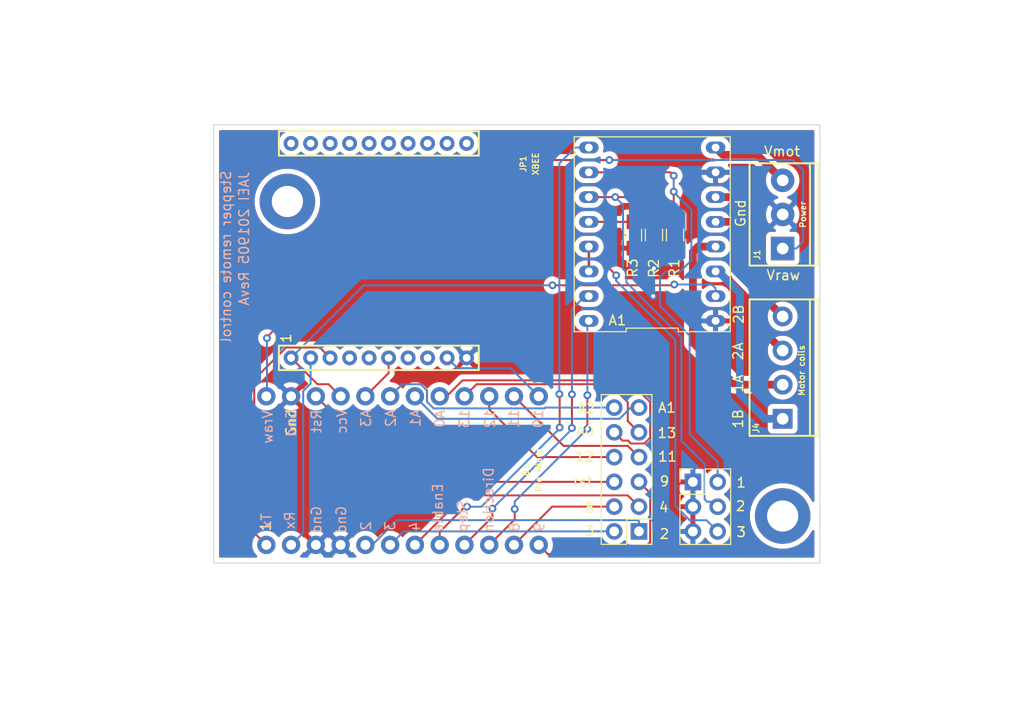
<source format=kicad_pcb>
(kicad_pcb (version 20171130) (host pcbnew "(5.1.2)-1")

  (general
    (thickness 1.6)
    (drawings 59)
    (tracks 242)
    (zones 0)
    (modules 12)
    (nets 46)
  )

  (page A4)
  (layers
    (0 F.Cu signal)
    (31 B.Cu signal)
    (32 B.Adhes user)
    (33 F.Adhes user)
    (34 B.Paste user)
    (35 F.Paste user hide)
    (36 B.SilkS user)
    (37 F.SilkS user)
    (38 B.Mask user)
    (39 F.Mask user)
    (40 Dwgs.User user)
    (41 Cmts.User user hide)
    (42 Eco1.User user)
    (43 Eco2.User user)
    (44 Edge.Cuts user)
    (45 Margin user)
    (46 B.CrtYd user)
    (47 F.CrtYd user)
    (48 B.Fab user)
    (49 F.Fab user hide)
  )

  (setup
    (last_trace_width 0.2)
    (user_trace_width 0.2)
    (user_trace_width 0.8)
    (user_trace_width 1)
    (trace_clearance 0.2)
    (zone_clearance 0.508)
    (zone_45_only no)
    (trace_min 0.2)
    (via_size 0.8)
    (via_drill 0.4)
    (via_min_size 0.4)
    (via_min_drill 0.3)
    (uvia_size 0.3)
    (uvia_drill 0.1)
    (uvias_allowed no)
    (uvia_min_size 0.2)
    (uvia_min_drill 0.1)
    (edge_width 0.1)
    (segment_width 0.2)
    (pcb_text_width 0.3)
    (pcb_text_size 1.5 1.5)
    (mod_edge_width 0.15)
    (mod_text_size 1 1)
    (mod_text_width 0.15)
    (pad_size 1.5 1.3)
    (pad_drill 0)
    (pad_to_mask_clearance 0)
    (aux_axis_origin 94.869 79.0575)
    (visible_elements 7FFFFFFF)
    (pcbplotparams
      (layerselection 0x01030_ffffffff)
      (usegerberextensions false)
      (usegerberattributes false)
      (usegerberadvancedattributes false)
      (creategerberjobfile false)
      (excludeedgelayer true)
      (linewidth 0.100000)
      (plotframeref true)
      (viasonmask false)
      (mode 1)
      (useauxorigin false)
      (hpglpennumber 1)
      (hpglpenspeed 20)
      (hpglpendiameter 15.000000)
      (psnegative false)
      (psa4output false)
      (plotreference true)
      (plotvalue true)
      (plotinvisibletext false)
      (padsonsilk false)
      (subtractmaskfromsilk false)
      (outputformat 1)
      (mirror false)
      (drillshape 0)
      (scaleselection 1)
      (outputdirectory "C:/Users/ja/Desktop/gerberTest"))
  )

  (net 0 "")
  (net 1 Direction)
  (net 2 GND)
  (net 3 Step)
  (net 4 Vcc)
  (net 5 "Net-(A1-Pad13)")
  (net 6 "Net-(A1-Pad3)")
  (net 7 "Net-(A1-Pad4)")
  (net 8 "Net-(A1-Pad12)")
  (net 9 "Net-(A1-Pad5)")
  (net 10 "Net-(A1-Pad11)")
  (net 11 "Net-(A1-Pad6)")
  (net 12 "Net-(A1-Pad10)")
  (net 13 Enable)
  (net 14 Vmot)
  (net 15 TX)
  (net 16 RX)
  (net 17 /2)
  (net 18 /3)
  (net 19 /4)
  (net 20 /8)
  (net 21 /9)
  (net 22 /10)
  (net 23 /11)
  (net 24 /12)
  (net 25 /13)
  (net 26 /A0)
  (net 27 /A1)
  (net 28 /A2)
  (net 29 /A3)
  (net 30 Reset)
  (net 31 "Net-(B1-Pad24)")
  (net 32 "Net-(JP1-Pad4)")
  (net 33 "Net-(JP1-Pad5)")
  (net 34 "Net-(JP1-Pad7)")
  (net 35 "Net-(JP1-Pad8)")
  (net 36 "Net-(JP1-Pad11)")
  (net 37 "Net-(JP1-Pad12)")
  (net 38 "Net-(JP1-Pad13)")
  (net 39 "Net-(JP1-Pad14)")
  (net 40 "Net-(JP1-Pad15)")
  (net 41 "Net-(JP1-Pad16)")
  (net 42 "Net-(JP1-Pad17)")
  (net 43 "Net-(JP1-Pad18)")
  (net 44 "Net-(JP1-Pad19)")
  (net 45 "Net-(JP1-Pad20)")

  (net_class Default "This is the default net class."
    (clearance 0.2)
    (trace_width 0.25)
    (via_dia 0.8)
    (via_drill 0.4)
    (uvia_dia 0.3)
    (uvia_drill 0.1)
    (add_net /10)
    (add_net /11)
    (add_net /12)
    (add_net /13)
    (add_net /2)
    (add_net /3)
    (add_net /4)
    (add_net /8)
    (add_net /9)
    (add_net /A0)
    (add_net /A1)
    (add_net /A2)
    (add_net /A3)
    (add_net Direction)
    (add_net Enable)
    (add_net GND)
    (add_net "Net-(A1-Pad10)")
    (add_net "Net-(A1-Pad11)")
    (add_net "Net-(A1-Pad12)")
    (add_net "Net-(A1-Pad13)")
    (add_net "Net-(A1-Pad3)")
    (add_net "Net-(A1-Pad4)")
    (add_net "Net-(A1-Pad5)")
    (add_net "Net-(A1-Pad6)")
    (add_net "Net-(B1-Pad24)")
    (add_net "Net-(JP1-Pad11)")
    (add_net "Net-(JP1-Pad12)")
    (add_net "Net-(JP1-Pad13)")
    (add_net "Net-(JP1-Pad14)")
    (add_net "Net-(JP1-Pad15)")
    (add_net "Net-(JP1-Pad16)")
    (add_net "Net-(JP1-Pad17)")
    (add_net "Net-(JP1-Pad18)")
    (add_net "Net-(JP1-Pad19)")
    (add_net "Net-(JP1-Pad20)")
    (add_net "Net-(JP1-Pad4)")
    (add_net "Net-(JP1-Pad5)")
    (add_net "Net-(JP1-Pad7)")
    (add_net "Net-(JP1-Pad8)")
    (add_net RX)
    (add_net Reset)
    (add_net Step)
    (add_net TX)
    (add_net Vcc)
    (add_net Vmot)
  )

  (module Mounting_Holes:MountingHole_3.2mm_M3_ISO7380_Pad (layer F.Cu) (tedit 56D1B4CB) (tstamp 5CEFB472)
    (at 181.0385 114.554)
    (descr "Mounting Hole 3.2mm, M3, ISO7380")
    (tags "mounting hole 3.2mm m3 iso7380")
    (attr virtual)
    (fp_text reference REF2 (at 0 -3.85) (layer Cmts.User)
      (effects (font (size 1 1) (thickness 0.15)))
    )
    (fp_text value M3_1 (at 0 3.85) (layer F.Fab) hide
      (effects (font (size 1 1) (thickness 0.15)))
    )
    (fp_text user %R (at 0.3 0) (layer F.Fab)
      (effects (font (size 1 1) (thickness 0.15)))
    )
    (fp_circle (center 0 0) (end 2.85 0) (layer Cmts.User) (width 0.15))
    (fp_circle (center 0 0) (end 3.1 0) (layer F.CrtYd) (width 0.05))
    (pad 1 thru_hole circle (at 0 0) (size 5.7 5.7) (drill 3.2) (layers *.Cu *.Mask))
  )

  (module Mounting_Holes:MountingHole_3.2mm_M3_ISO7380_Pad (layer F.Cu) (tedit 56D1B4CB) (tstamp 5CEFB81C)
    (at 130.2385 82.296)
    (descr "Mounting Hole 3.2mm, M3, ISO7380")
    (tags "mounting hole 3.2mm m3 iso7380")
    (attr virtual)
    (fp_text reference REF1 (at 0 -3.85) (layer Cmts.User)
      (effects (font (size 1 1) (thickness 0.15)))
    )
    (fp_text value M3_2 (at 0 3.85) (layer F.Fab) hide
      (effects (font (size 1 1) (thickness 0.15)))
    )
    (fp_text user %R (at 0.3 0) (layer F.Fab)
      (effects (font (size 1 1) (thickness 0.15)))
    )
    (fp_circle (center 0 0) (end 2.85 0) (layer Cmts.User) (width 0.15))
    (fp_circle (center 0 0) (end 3.1 0) (layer F.CrtYd) (width 0.05))
    (pad 1 thru_hole circle (at 0 0) (size 5.7 5.7) (drill 3.2) (layers *.Cu *.Mask))
  )

  (module RF:XBEE (layer F.Cu) (tedit 200000) (tstamp 5CEC4F58)
    (at 150.61946 87.33536 90)
    (descr "DIGI XBEE AND XBEE-PRO RF MODULES")
    (tags "DIGI XBEE AND XBEE-PRO RF MODULES")
    (path /5CEA4CB6)
    (attr virtual)
    (fp_text reference JP1 (at 8.89 3.81 90) (layer F.SilkS)
      (effects (font (size 0.6096 0.6096) (thickness 0.127)))
    )
    (fp_text value XBEE (at 8.89 5.08 90) (layer F.SilkS)
      (effects (font (size 0.6096 0.6096) (thickness 0.127)))
    )
    (fp_line (start -4.99872 -27.59964) (end 4.99872 -27.59964) (layer Dwgs.User) (width 0.127))
    (fp_line (start -12.24788 -21.24964) (end -4.99872 -27.59964) (layer Dwgs.User) (width 0.127))
    (fp_line (start 12.24788 -21.24964) (end 4.99872 -27.59964) (layer Dwgs.User) (width 0.127))
    (fp_line (start 9.74852 -21.24964) (end 12.24788 -21.24964) (layer F.SilkS) (width 0.2032))
    (fp_line (start 12.24788 -21.24964) (end 12.24788 -0.7493) (layer F.SilkS) (width 0.2032))
    (fp_line (start 12.24788 -0.7493) (end 9.74852 -0.7493) (layer F.SilkS) (width 0.2032))
    (fp_line (start 9.74852 -21.24964) (end 9.74852 -0.7493) (layer F.SilkS) (width 0.2032))
    (fp_line (start -9.74852 -21.24964) (end -12.24788 -21.24964) (layer F.SilkS) (width 0.2032))
    (fp_line (start -12.24788 -21.24964) (end -12.24788 -0.7493) (layer F.SilkS) (width 0.2032))
    (fp_line (start -12.24788 -0.7493) (end -9.74852 -0.7493) (layer F.SilkS) (width 0.2032))
    (fp_line (start -9.74852 -21.24964) (end -9.74852 -0.7493) (layer F.SilkS) (width 0.2032))
    (fp_line (start -12.24788 -0.7493) (end -12.24788 0) (layer Dwgs.User) (width 0.127))
    (fp_line (start 12.24788 -0.7493) (end 12.24788 0) (layer Dwgs.User) (width 0.127))
    (fp_line (start -12.24788 0) (end 12.24788 0) (layer Dwgs.User) (width 0.127))
    (fp_line (start 12.24788 0) (end 12.24788 6.2484) (layer Dwgs.User) (width 0.127))
    (fp_line (start -12.24788 0) (end -12.24788 6.2484) (layer Dwgs.User) (width 0.127))
    (fp_line (start -12.24788 6.2484) (end 12.24788 6.2484) (layer Dwgs.User) (width 0.127))
    (fp_text user 1 (at -8.9916 -20.50796 90) (layer F.SilkS)
      (effects (font (size 1.016 1.016) (thickness 0.1524)))
    )
    (pad 1 thru_hole circle (at -10.9982 -19.99996 90) (size 1.524 1.524) (drill 0.79756) (layers *.Cu *.Mask)
      (net 4 Vcc) (solder_mask_margin 0.1016))
    (pad 2 thru_hole circle (at -10.9982 -17.99844 90) (size 1.524 1.524) (drill 0.79756) (layers *.Cu *.Mask)
      (net 16 RX) (solder_mask_margin 0.1016))
    (pad 3 thru_hole circle (at -10.9982 -15.99946 90) (size 1.524 1.524) (drill 0.79756) (layers *.Cu *.Mask)
      (net 15 TX) (solder_mask_margin 0.1016))
    (pad 4 thru_hole circle (at -10.9982 -13.99794 90) (size 1.524 1.524) (drill 0.79756) (layers *.Cu *.Mask)
      (net 32 "Net-(JP1-Pad4)") (solder_mask_margin 0.1016))
    (pad 5 thru_hole circle (at -10.9982 -11.99896 90) (size 1.524 1.524) (drill 0.79756) (layers *.Cu *.Mask)
      (net 33 "Net-(JP1-Pad5)") (solder_mask_margin 0.1016))
    (pad 6 thru_hole circle (at -10.9982 -9.99998 90) (size 1.524 1.524) (drill 0.79756) (layers *.Cu *.Mask)
      (net 29 /A3) (solder_mask_margin 0.1016))
    (pad 7 thru_hole circle (at -10.9982 -7.99846 90) (size 1.524 1.524) (drill 0.79756) (layers *.Cu *.Mask)
      (net 34 "Net-(JP1-Pad7)") (solder_mask_margin 0.1016))
    (pad 8 thru_hole circle (at -10.9982 -5.99948 90) (size 1.524 1.524) (drill 0.79756) (layers *.Cu *.Mask)
      (net 35 "Net-(JP1-Pad8)") (solder_mask_margin 0.1016))
    (pad 9 thru_hole circle (at -10.9982 -3.99796 90) (size 1.524 1.524) (drill 0.79756) (layers *.Cu *.Mask)
      (net 22 /10) (solder_mask_margin 0.1016))
    (pad 10 thru_hole circle (at -10.9982 -1.99898 90) (size 1.524 1.524) (drill 0.79756) (layers *.Cu *.Mask)
      (net 2 GND) (solder_mask_margin 0.1016))
    (pad 11 thru_hole circle (at 10.9982 -1.99898 90) (size 1.524 1.524) (drill 0.79756) (layers *.Cu *.Mask)
      (net 36 "Net-(JP1-Pad11)") (solder_mask_margin 0.1016))
    (pad 12 thru_hole circle (at 10.9982 -3.99796 90) (size 1.524 1.524) (drill 0.79756) (layers *.Cu *.Mask)
      (net 37 "Net-(JP1-Pad12)") (solder_mask_margin 0.1016))
    (pad 13 thru_hole circle (at 10.9982 -5.99948 90) (size 1.524 1.524) (drill 0.79756) (layers *.Cu *.Mask)
      (net 38 "Net-(JP1-Pad13)") (solder_mask_margin 0.1016))
    (pad 14 thru_hole circle (at 10.9982 -7.99846 90) (size 1.524 1.524) (drill 0.79756) (layers *.Cu *.Mask)
      (net 39 "Net-(JP1-Pad14)") (solder_mask_margin 0.1016))
    (pad 15 thru_hole circle (at 10.9982 -9.99998 90) (size 1.524 1.524) (drill 0.79756) (layers *.Cu *.Mask)
      (net 40 "Net-(JP1-Pad15)") (solder_mask_margin 0.1016))
    (pad 16 thru_hole circle (at 10.9982 -11.99896 90) (size 1.524 1.524) (drill 0.79756) (layers *.Cu *.Mask)
      (net 41 "Net-(JP1-Pad16)") (solder_mask_margin 0.1016))
    (pad 17 thru_hole circle (at 10.9982 -13.99794 90) (size 1.524 1.524) (drill 0.79756) (layers *.Cu *.Mask)
      (net 42 "Net-(JP1-Pad17)") (solder_mask_margin 0.1016))
    (pad 18 thru_hole circle (at 10.9982 -15.99946 90) (size 1.524 1.524) (drill 0.79756) (layers *.Cu *.Mask)
      (net 43 "Net-(JP1-Pad18)") (solder_mask_margin 0.1016))
    (pad 19 thru_hole circle (at 10.9982 -17.99844 90) (size 1.524 1.524) (drill 0.79756) (layers *.Cu *.Mask)
      (net 44 "Net-(JP1-Pad19)") (solder_mask_margin 0.1016))
    (pad 20 thru_hole circle (at 10.9982 -19.99996 90) (size 1.524 1.524) (drill 0.79756) (layers *.Cu *.Mask)
      (net 45 "Net-(JP1-Pad20)") (solder_mask_margin 0.1016))
  )

  (module Boards:SPARKFUN_PRO_MICRO (layer F.Cu) (tedit 200000) (tstamp 5CEC48D0)
    (at 140.7795 109.89818 90)
    (descr "SPARKFUN PRO MICO FOOTPRINT (WITH USB CONNECTOR)")
    (tags "SPARKFUN PRO MICO FOOTPRINT (WITH USB CONNECTOR)")
    (path /5CEB6A7F)
    (attr virtual)
    (fp_text reference B1 (at 0.04318 13.9065 90) (layer F.SilkS)
      (effects (font (size 0.6096 0.6096) (thickness 0.127)))
    )
    (fp_text value "Pro Micro" (at 0.04318 15.24 90) (layer F.SilkS)
      (effects (font (size 0.6096 0.6096) (thickness 0.127)))
    )
    (fp_line (start -8.89 -16.51) (end -8.89 16.51) (layer Dwgs.User) (width 0.127))
    (fp_line (start -8.89 16.51) (end 8.89 16.51) (layer Dwgs.User) (width 0.127))
    (fp_line (start 8.89 16.51) (end 8.89 -16.51) (layer Dwgs.User) (width 0.127))
    (fp_line (start 8.89 -16.51) (end -8.89 -16.51) (layer Dwgs.User) (width 0.127))
    (fp_line (start -3.81 -16.51) (end -3.81 -17.78) (layer Dwgs.User) (width 0.127))
    (fp_line (start -3.81 -17.78) (end 3.81 -17.78) (layer Dwgs.User) (width 0.127))
    (fp_line (start 3.81 -17.78) (end 3.81 -16.51) (layer Dwgs.User) (width 0.127))
    (fp_text user USB (at -0.0508 -16.9164 90) (layer Dwgs.User)
      (effects (font (size 0.8128 0.8128) (thickness 0.1524)))
    )
    (pad 1 thru_hole circle (at -7.62 -12.7 90) (size 1.8796 1.8796) (drill 1.016) (layers *.Cu *.Mask)
      (net 15 TX) (solder_mask_margin 0.1016))
    (pad 2 thru_hole circle (at -7.62 -10.16 90) (size 1.8796 1.8796) (drill 1.016) (layers *.Cu *.Mask)
      (net 16 RX) (solder_mask_margin 0.1016))
    (pad 3 thru_hole circle (at -7.62 -7.62 90) (size 1.8796 1.8796) (drill 1.016) (layers *.Cu *.Mask)
      (net 2 GND) (solder_mask_margin 0.1016))
    (pad 4 thru_hole circle (at -7.62 -5.08 90) (size 1.8796 1.8796) (drill 1.016) (layers *.Cu *.Mask)
      (net 2 GND) (solder_mask_margin 0.1016))
    (pad 5 thru_hole circle (at -7.62 -2.54 90) (size 1.8796 1.8796) (drill 1.016) (layers *.Cu *.Mask)
      (net 17 /2) (solder_mask_margin 0.1016))
    (pad 6 thru_hole circle (at -7.62 0 90) (size 1.8796 1.8796) (drill 1.016) (layers *.Cu *.Mask)
      (net 18 /3) (solder_mask_margin 0.1016))
    (pad 7 thru_hole circle (at -7.62 2.54 90) (size 1.8796 1.8796) (drill 1.016) (layers *.Cu *.Mask)
      (net 19 /4) (solder_mask_margin 0.1016))
    (pad 8 thru_hole circle (at -7.62 5.08 90) (size 1.8796 1.8796) (drill 1.016) (layers *.Cu *.Mask)
      (net 13 Enable) (solder_mask_margin 0.1016))
    (pad 9 thru_hole circle (at -7.62 7.62 90) (size 1.8796 1.8796) (drill 1.016) (layers *.Cu *.Mask)
      (net 3 Step) (solder_mask_margin 0.1016))
    (pad 10 thru_hole circle (at -7.62 10.16 90) (size 1.8796 1.8796) (drill 1.016) (layers *.Cu *.Mask)
      (net 1 Direction) (solder_mask_margin 0.1016))
    (pad 11 thru_hole circle (at -7.62 12.7 90) (size 1.8796 1.8796) (drill 1.016) (layers *.Cu *.Mask)
      (net 20 /8) (solder_mask_margin 0.1016))
    (pad 12 thru_hole circle (at -7.62 15.24 90) (size 1.8796 1.8796) (drill 1.016) (layers *.Cu *.Mask)
      (net 21 /9) (solder_mask_margin 0.1016))
    (pad 13 thru_hole circle (at 7.62 15.24 90) (size 1.8796 1.8796) (drill 1.016) (layers *.Cu *.Mask)
      (net 22 /10) (solder_mask_margin 0.1016))
    (pad 14 thru_hole circle (at 7.62 12.7 90) (size 1.8796 1.8796) (drill 1.016) (layers *.Cu *.Mask)
      (net 23 /11) (solder_mask_margin 0.1016))
    (pad 15 thru_hole circle (at 7.62 10.16 90) (size 1.8796 1.8796) (drill 1.016) (layers *.Cu *.Mask)
      (net 24 /12) (solder_mask_margin 0.1016))
    (pad 16 thru_hole circle (at 7.62 7.62 90) (size 1.8796 1.8796) (drill 1.016) (layers *.Cu *.Mask)
      (net 25 /13) (solder_mask_margin 0.1016))
    (pad 17 thru_hole circle (at 7.62 5.08 90) (size 1.8796 1.8796) (drill 1.016) (layers *.Cu *.Mask)
      (net 26 /A0) (solder_mask_margin 0.1016))
    (pad 18 thru_hole circle (at 7.62 2.54 90) (size 1.8796 1.8796) (drill 1.016) (layers *.Cu *.Mask)
      (net 27 /A1) (solder_mask_margin 0.1016))
    (pad 19 thru_hole circle (at 7.62 0 90) (size 1.8796 1.8796) (drill 1.016) (layers *.Cu *.Mask)
      (net 28 /A2) (solder_mask_margin 0.1016))
    (pad 20 thru_hole circle (at 7.62 -2.54 90) (size 1.8796 1.8796) (drill 1.016) (layers *.Cu *.Mask)
      (net 29 /A3) (solder_mask_margin 0.1016))
    (pad 21 thru_hole circle (at 7.62 -5.08 90) (size 1.8796 1.8796) (drill 1.016) (layers *.Cu *.Mask)
      (net 4 Vcc) (solder_mask_margin 0.1016))
    (pad 22 thru_hole circle (at 7.62 -7.62 90) (size 1.8796 1.8796) (drill 1.016) (layers *.Cu *.Mask)
      (net 30 Reset) (solder_mask_margin 0.1016))
    (pad 23 thru_hole circle (at 7.62 -10.16 90) (size 1.8796 1.8796) (drill 1.016) (layers *.Cu *.Mask)
      (net 2 GND) (solder_mask_margin 0.1016))
    (pad 24 thru_hole circle (at 7.62 -12.7 90) (size 1.8796 1.8796) (drill 1.016) (layers *.Cu *.Mask)
      (net 31 "Net-(B1-Pad24)") (solder_mask_margin 0.1016))
  )

  (module Connectors:SCREWTERMINAL-3.5MM-3 (layer F.Cu) (tedit 200000) (tstamp 5CEEC9B3)
    (at 181.0385 87.122 90)
    (descr "SCREW TERMINAL  3.5MM PITCH -3 PIN PTH")
    (tags "SCREW TERMINAL  3.5MM PITCH -3 PIN PTH")
    (path /5CECFF5C)
    (attr virtual)
    (fp_text reference J1 (at -0.64262 -2.62128 90) (layer F.SilkS)
      (effects (font (size 0.6096 0.6096) (thickness 0.127)))
    )
    (fp_text value Power (at 3.48488 2.07772 90) (layer F.SilkS)
      (effects (font (size 0.6096 0.6096) (thickness 0.127)))
    )
    (fp_line (start -1.74752 -3.39852) (end 8.74776 -3.39852) (layer F.SilkS) (width 0.2032))
    (fp_line (start 8.74776 -3.39852) (end 8.74776 2.79908) (layer F.SilkS) (width 0.2032))
    (fp_line (start 8.74776 2.79908) (end 8.74776 3.59918) (layer F.SilkS) (width 0.2032))
    (fp_line (start 8.74776 3.59918) (end -1.74752 3.59918) (layer F.SilkS) (width 0.2032))
    (fp_line (start -1.74752 3.59918) (end -1.74752 2.79908) (layer F.SilkS) (width 0.2032))
    (fp_line (start -1.74752 2.79908) (end -1.74752 -3.39852) (layer F.SilkS) (width 0.2032))
    (fp_line (start 8.74776 2.79908) (end -1.74752 2.79908) (layer F.SilkS) (width 0.2032))
    (fp_line (start -1.74752 1.34874) (end -2.2479 1.34874) (layer Dwgs.User) (width 0.2032))
    (fp_line (start -2.2479 1.34874) (end -2.2479 2.3495) (layer Dwgs.User) (width 0.2032))
    (fp_line (start -2.2479 2.3495) (end -1.74752 2.3495) (layer Dwgs.User) (width 0.2032))
    (fp_line (start 8.74776 -3.1496) (end 9.24814 -3.1496) (layer Dwgs.User) (width 0.2032))
    (fp_line (start 9.24814 -3.1496) (end 9.24814 -2.14884) (layer Dwgs.User) (width 0.2032))
    (fp_line (start 9.24814 -2.14884) (end 8.74776 -2.14884) (layer Dwgs.User) (width 0.2032))
    (pad 1 thru_hole rect (at 0 0 90) (size 2.413 2.413) (drill 1.19888) (layers *.Cu *.Mask)
      (net 31 "Net-(B1-Pad24)") (solder_mask_margin 0.1016))
    (pad 2 thru_hole circle (at 3.49758 0 90) (size 2.413 2.413) (drill 1.19888) (layers *.Cu *.Mask)
      (net 2 GND) (solder_mask_margin 0.1016))
    (pad 3 thru_hole circle (at 6.9977 0 90) (size 2.413 2.413) (drill 1.19888) (layers *.Cu *.Mask)
      (net 14 Vmot) (solder_mask_margin 0.1016))
  )

  (module myLib:Pololu_Breakout_4988 (layer F.Cu) (tedit 5CEC1C0F) (tstamp 5CEC48AC)
    (at 167.65778 85.65388 90)
    (path /5CEAE833)
    (fp_text reference A1 (at -8.83412 -3.57378) (layer F.SilkS)
      (effects (font (size 1 1) (thickness 0.15)))
    )
    (fp_text value Breakout_A4988 (at -11.29538 -2.02692 180) (layer F.Fab)
      (effects (font (size 1 1) (thickness 0.15)))
    )
    (fp_line (start -9.99 7.999999) (end 9.99 8) (layer F.SilkS) (width 0.12))
    (fp_line (start 9.99 8) (end 9.99 -7.999999) (layer F.SilkS) (width 0.12))
    (fp_line (start 9.99 -7.999999) (end -9.99 -8) (layer F.SilkS) (width 0.12))
    (fp_line (start -9.99 -8) (end -9.99 -2.666666) (layer F.SilkS) (width 0.12))
    (fp_line (start -9.99 -2.666666) (end -9.63 -2.666666) (layer F.SilkS) (width 0.12))
    (fp_line (start -9.63 -2.666666) (end -9.63 2.666666) (layer F.SilkS) (width 0.12))
    (fp_line (start -9.63 2.666666) (end -9.99 2.666666) (layer F.SilkS) (width 0.12))
    (fp_line (start -9.99 2.666666) (end -9.99 7.999999) (layer F.SilkS) (width 0.12))
    (fp_line (start -9.74 -7.75) (end 9.74 -7.75) (layer F.CrtYd) (width 0.05))
    (fp_line (start 9.74 -7.75) (end 9.74 7.75) (layer F.CrtYd) (width 0.05))
    (fp_line (start 9.74 7.75) (end -9.74 7.75) (layer F.CrtYd) (width 0.05))
    (fp_line (start -9.74 7.75) (end -9.74 -7.75) (layer F.CrtYd) (width 0.05))
    (pad 16 thru_hole oval (at -8.89 -6.5 90) (size 1.2 2) (drill 0.8) (layers *.Cu *.Mask)
      (net 1 Direction))
    (pad 1 thru_hole oval (at -8.89 6.5 90) (size 1.2 2) (drill 0.8) (layers *.Cu *.Mask)
      (net 2 GND))
    (pad 15 thru_hole oval (at -6.35 -6.5 90) (size 1.2 2) (drill 0.8) (layers *.Cu *.Mask)
      (net 3 Step))
    (pad 2 thru_hole oval (at -6.35 6.5 90) (size 1.2 2) (drill 0.8) (layers *.Cu *.Mask)
      (net 4 Vcc))
    (pad 14 thru_hole oval (at -3.81 -6.5 90) (size 1.2 2) (drill 0.8) (layers *.Cu *.Mask)
      (net 5 "Net-(A1-Pad13)"))
    (pad 3 thru_hole oval (at -3.81 6.5 90) (size 1.2 2) (drill 0.8) (layers *.Cu *.Mask)
      (net 6 "Net-(A1-Pad3)"))
    (pad 13 thru_hole oval (at -1.27 -6.5 90) (size 1.2 2) (drill 0.8) (layers *.Cu *.Mask)
      (net 5 "Net-(A1-Pad13)"))
    (pad 4 thru_hole oval (at -1.27 6.5 90) (size 1.2 2) (drill 0.8) (layers *.Cu *.Mask)
      (net 7 "Net-(A1-Pad4)"))
    (pad 12 thru_hole oval (at 1.27 -6.5 90) (size 1.2 2) (drill 0.8) (layers *.Cu *.Mask)
      (net 8 "Net-(A1-Pad12)"))
    (pad 5 thru_hole oval (at 1.27 6.5 90) (size 1.2 2) (drill 0.8) (layers *.Cu *.Mask)
      (net 9 "Net-(A1-Pad5)"))
    (pad 11 thru_hole oval (at 3.81 -6.5 90) (size 1.2 2) (drill 0.8) (layers *.Cu *.Mask)
      (net 10 "Net-(A1-Pad11)"))
    (pad 6 thru_hole oval (at 3.81 6.5 90) (size 1.2 2) (drill 0.8) (layers *.Cu *.Mask)
      (net 11 "Net-(A1-Pad6)"))
    (pad 10 thru_hole oval (at 6.35 -6.5 90) (size 1.2 2) (drill 0.8) (layers *.Cu *.Mask)
      (net 12 "Net-(A1-Pad10)"))
    (pad 7 thru_hole oval (at 6.35 6.5 90) (size 1.2 2) (drill 0.8) (layers *.Cu *.Mask)
      (net 2 GND))
    (pad 9 thru_hole oval (at 8.89 -6.5 90) (size 1.2 2) (drill 0.8) (layers *.Cu *.Mask)
      (net 13 Enable))
    (pad 8 thru_hole oval (at 8.89 6.5 90) (size 1.2 2) (drill 0.8) (layers *.Cu *.Mask)
      (net 14 Vmot))
  )

  (module Pin_Headers:Pin_Header_Straight_2x03_Pitch2.54mm (layer F.Cu) (tedit 59650532) (tstamp 5CEFB672)
    (at 171.831 111.0615)
    (descr "Through hole straight pin header, 2x03, 2.54mm pitch, double rows")
    (tags "Through hole pin header THT 2x03 2.54mm double row")
    (path /5CF175BB)
    (fp_text reference J3 (at -1.016 -1.23444) (layer F.SilkS) hide
      (effects (font (size 1 1) (thickness 0.15)))
    )
    (fp_text value Microstepping (at -2.01422 2.50952 270) (layer F.Fab)
      (effects (font (size 1 1) (thickness 0.15)))
    )
    (fp_line (start 0 -1.27) (end 3.81 -1.27) (layer F.Fab) (width 0.1))
    (fp_line (start 3.81 -1.27) (end 3.81 6.35) (layer F.Fab) (width 0.1))
    (fp_line (start 3.81 6.35) (end -1.27 6.35) (layer F.Fab) (width 0.1))
    (fp_line (start -1.27 6.35) (end -1.27 0) (layer F.Fab) (width 0.1))
    (fp_line (start -1.27 0) (end 0 -1.27) (layer F.Fab) (width 0.1))
    (fp_line (start -1.33 6.41) (end 3.87 6.41) (layer F.SilkS) (width 0.12))
    (fp_line (start -1.33 1.27) (end -1.33 6.41) (layer F.SilkS) (width 0.12))
    (fp_line (start 3.87 -1.33) (end 3.87 6.41) (layer F.SilkS) (width 0.12))
    (fp_line (start -1.33 1.27) (end 1.27 1.27) (layer F.SilkS) (width 0.12))
    (fp_line (start 1.27 1.27) (end 1.27 -1.33) (layer F.SilkS) (width 0.12))
    (fp_line (start 1.27 -1.33) (end 3.87 -1.33) (layer F.SilkS) (width 0.12))
    (fp_line (start -1.33 0) (end -1.33 -1.33) (layer F.SilkS) (width 0.12))
    (fp_line (start -1.33 -1.33) (end 0 -1.33) (layer F.SilkS) (width 0.12))
    (fp_line (start -1.8 -1.8) (end -1.8 6.85) (layer F.CrtYd) (width 0.05))
    (fp_line (start -1.8 6.85) (end 4.35 6.85) (layer F.CrtYd) (width 0.05))
    (fp_line (start 4.35 6.85) (end 4.35 -1.8) (layer F.CrtYd) (width 0.05))
    (fp_line (start 4.35 -1.8) (end -1.8 -1.8) (layer F.CrtYd) (width 0.05))
    (fp_text user %R (at 1.3335 2.7305 90) (layer F.Fab)
      (effects (font (size 1 1) (thickness 0.15)))
    )
    (pad 1 thru_hole rect (at 0 0) (size 1.7 1.7) (drill 1) (layers *.Cu *.Mask)
      (net 2 GND))
    (pad 2 thru_hole oval (at 2.54 0) (size 1.7 1.7) (drill 1) (layers *.Cu *.Mask)
      (net 12 "Net-(A1-Pad10)"))
    (pad 3 thru_hole oval (at 0 2.54) (size 1.7 1.7) (drill 1) (layers *.Cu *.Mask)
      (net 2 GND))
    (pad 4 thru_hole oval (at 2.54 2.54) (size 1.7 1.7) (drill 1) (layers *.Cu *.Mask)
      (net 10 "Net-(A1-Pad11)"))
    (pad 5 thru_hole oval (at 0 5.08) (size 1.7 1.7) (drill 1) (layers *.Cu *.Mask)
      (net 2 GND))
    (pad 6 thru_hole oval (at 2.54 5.08) (size 1.7 1.7) (drill 1) (layers *.Cu *.Mask)
      (net 8 "Net-(A1-Pad12)"))
    (model ${KISYS3DMOD}/Pin_Headers.3dshapes/Pin_Header_Straight_2x03_Pitch2.54mm.wrl
      (at (xyz 0 0 0))
      (scale (xyz 1 1 1))
      (rotate (xyz 0 0 0))
    )
  )

  (module Resistors_SMD:R_0805_HandSoldering (layer F.Cu) (tedit 5CED93B6) (tstamp 5CEDA030)
    (at 165.6842 85.73262 270)
    (descr "Resistor SMD 0805, hand soldering")
    (tags "resistor 0805")
    (path /5CEC714B)
    (attr smd)
    (fp_text reference R3 (at 3.382 0.0381 90) (layer F.SilkS)
      (effects (font (size 1 1) (thickness 0.15)))
    )
    (fp_text value 10K (at -0.55244 2.10058 90) (layer F.Fab)
      (effects (font (size 1 1) (thickness 0.15)))
    )
    (fp_text user %R (at 0 0 90) (layer F.Fab)
      (effects (font (size 0.5 0.5) (thickness 0.075)))
    )
    (fp_line (start -1 0.62) (end -1 -0.62) (layer F.Fab) (width 0.1))
    (fp_line (start 1 0.62) (end -1 0.62) (layer F.Fab) (width 0.1))
    (fp_line (start 1 -0.62) (end 1 0.62) (layer F.Fab) (width 0.1))
    (fp_line (start -1 -0.62) (end 1 -0.62) (layer F.Fab) (width 0.1))
    (fp_line (start 0.6 0.88) (end -0.6 0.88) (layer F.SilkS) (width 0.12))
    (fp_line (start -0.6 -0.88) (end 0.6 -0.88) (layer F.SilkS) (width 0.12))
    (fp_line (start -2.35 -0.9) (end 2.35 -0.9) (layer F.CrtYd) (width 0.05))
    (fp_line (start -2.35 -0.9) (end -2.35 0.9) (layer F.CrtYd) (width 0.05))
    (fp_line (start 2.35 0.9) (end 2.35 -0.9) (layer F.CrtYd) (width 0.05))
    (fp_line (start 2.35 0.9) (end -2.35 0.9) (layer F.CrtYd) (width 0.05))
    (pad 1 smd rect (at -1.35 0 270) (size 1.5 1.3) (layers F.Cu F.Paste F.Mask)
      (net 8 "Net-(A1-Pad12)"))
    (pad 2 smd rect (at 1.35 0 270) (size 1.5 1.3) (layers F.Cu F.Paste F.Mask)
      (net 2 GND))
    (model ${KISYS3DMOD}/Resistors_SMD.3dshapes/R_0805.wrl
      (at (xyz 0 0 0))
      (scale (xyz 1 1 1))
      (rotate (xyz 0 0 0))
    )
  )

  (module Resistors_SMD:R_0805_HandSoldering (layer F.Cu) (tedit 5CED93B1) (tstamp 5CEDA0D2)
    (at 167.83812 85.73008 270)
    (descr "Resistor SMD 0805, hand soldering")
    (tags "resistor 0805")
    (path /5CEC89A9)
    (attr smd)
    (fp_text reference R2 (at 3.42392 0.0127 90) (layer F.SilkS)
      (effects (font (size 1 1) (thickness 0.15)))
    )
    (fp_text value 10K (at -2.7305 -0.1397) (layer F.Fab)
      (effects (font (size 1 1) (thickness 0.15)))
    )
    (fp_text user %R (at 0 0 90) (layer F.Fab)
      (effects (font (size 0.5 0.5) (thickness 0.075)))
    )
    (fp_line (start -1 0.62) (end -1 -0.62) (layer F.Fab) (width 0.1))
    (fp_line (start 1 0.62) (end -1 0.62) (layer F.Fab) (width 0.1))
    (fp_line (start 1 -0.62) (end 1 0.62) (layer F.Fab) (width 0.1))
    (fp_line (start -1 -0.62) (end 1 -0.62) (layer F.Fab) (width 0.1))
    (fp_line (start 0.6 0.88) (end -0.6 0.88) (layer F.SilkS) (width 0.12))
    (fp_line (start -0.6 -0.88) (end 0.6 -0.88) (layer F.SilkS) (width 0.12))
    (fp_line (start -2.35 -0.9) (end 2.35 -0.9) (layer F.CrtYd) (width 0.05))
    (fp_line (start -2.35 -0.9) (end -2.35 0.9) (layer F.CrtYd) (width 0.05))
    (fp_line (start 2.35 0.9) (end 2.35 -0.9) (layer F.CrtYd) (width 0.05))
    (fp_line (start 2.35 0.9) (end -2.35 0.9) (layer F.CrtYd) (width 0.05))
    (pad 1 smd rect (at -1.35 0 270) (size 1.5 1.3) (layers F.Cu F.Paste F.Mask)
      (net 10 "Net-(A1-Pad11)"))
    (pad 2 smd rect (at 1.35 0 270) (size 1.5 1.3) (layers F.Cu F.Paste F.Mask)
      (net 2 GND))
    (model ${KISYS3DMOD}/Resistors_SMD.3dshapes/R_0805.wrl
      (at (xyz 0 0 0))
      (scale (xyz 1 1 1))
      (rotate (xyz 0 0 0))
    )
  )

  (module Resistors_SMD:R_0805_HandSoldering (layer F.Cu) (tedit 5CED93AA) (tstamp 5CEDBCA6)
    (at 169.99458 85.7339 270)
    (descr "Resistor SMD 0805, hand soldering")
    (tags "resistor 0805")
    (path /5CEC826C)
    (attr smd)
    (fp_text reference R1 (at 3.4201 0.06858 90) (layer F.SilkS)
      (effects (font (size 1 1) (thickness 0.15)))
    )
    (fp_text value 10K (at 1.3843 -1.4224 90) (layer F.Fab)
      (effects (font (size 1 1) (thickness 0.15)))
    )
    (fp_text user %R (at 0 0 90) (layer F.Fab)
      (effects (font (size 0.5 0.5) (thickness 0.075)))
    )
    (fp_line (start -1 0.62) (end -1 -0.62) (layer F.Fab) (width 0.1))
    (fp_line (start 1 0.62) (end -1 0.62) (layer F.Fab) (width 0.1))
    (fp_line (start 1 -0.62) (end 1 0.62) (layer F.Fab) (width 0.1))
    (fp_line (start -1 -0.62) (end 1 -0.62) (layer F.Fab) (width 0.1))
    (fp_line (start 0.6 0.88) (end -0.6 0.88) (layer F.SilkS) (width 0.12))
    (fp_line (start -0.6 -0.88) (end 0.6 -0.88) (layer F.SilkS) (width 0.12))
    (fp_line (start -2.35 -0.9) (end 2.35 -0.9) (layer F.CrtYd) (width 0.05))
    (fp_line (start -2.35 -0.9) (end -2.35 0.9) (layer F.CrtYd) (width 0.05))
    (fp_line (start 2.35 0.9) (end 2.35 -0.9) (layer F.CrtYd) (width 0.05))
    (fp_line (start 2.35 0.9) (end -2.35 0.9) (layer F.CrtYd) (width 0.05))
    (pad 1 smd rect (at -1.35 0 270) (size 1.5 1.3) (layers F.Cu F.Paste F.Mask)
      (net 12 "Net-(A1-Pad10)"))
    (pad 2 smd rect (at 1.35 0 270) (size 1.5 1.3) (layers F.Cu F.Paste F.Mask)
      (net 2 GND))
    (model ${KISYS3DMOD}/Resistors_SMD.3dshapes/R_0805.wrl
      (at (xyz 0 0 0))
      (scale (xyz 1 1 1))
      (rotate (xyz 0 0 0))
    )
  )

  (module Pin_Headers:Pin_Header_Straight_2x06_Pitch2.54mm (layer F.Cu) (tedit 59650532) (tstamp 5CEECBC2)
    (at 166.29888 116.13134 180)
    (descr "Through hole straight pin header, 2x06, 2.54mm pitch, double rows")
    (tags "Through hole pin header THT 2x06 2.54mm double row")
    (path /5CEEEB98)
    (fp_text reference J2 (at -1.08712 13.76934) (layer F.SilkS) hide
      (effects (font (size 1 1) (thickness 0.15)))
    )
    (fp_text value GPIOS (at -2.63144 0.3937 90) (layer F.Fab)
      (effects (font (size 1 1) (thickness 0.15)))
    )
    (fp_text user %R (at 1.27 6.35 90) (layer F.Fab)
      (effects (font (size 1 1) (thickness 0.15)))
    )
    (fp_line (start 4.35 -1.8) (end -1.8 -1.8) (layer F.CrtYd) (width 0.05))
    (fp_line (start 4.35 14.5) (end 4.35 -1.8) (layer F.CrtYd) (width 0.05))
    (fp_line (start -1.8 14.5) (end 4.35 14.5) (layer F.CrtYd) (width 0.05))
    (fp_line (start -1.8 -1.8) (end -1.8 14.5) (layer F.CrtYd) (width 0.05))
    (fp_line (start -1.33 -1.33) (end 0 -1.33) (layer F.SilkS) (width 0.12))
    (fp_line (start -1.33 0) (end -1.33 -1.33) (layer F.SilkS) (width 0.12))
    (fp_line (start 1.27 -1.33) (end 3.87 -1.33) (layer F.SilkS) (width 0.12))
    (fp_line (start 1.27 1.27) (end 1.27 -1.33) (layer F.SilkS) (width 0.12))
    (fp_line (start -1.33 1.27) (end 1.27 1.27) (layer F.SilkS) (width 0.12))
    (fp_line (start 3.87 -1.33) (end 3.87 14.03) (layer F.SilkS) (width 0.12))
    (fp_line (start -1.33 1.27) (end -1.33 14.03) (layer F.SilkS) (width 0.12))
    (fp_line (start -1.33 14.03) (end 3.87 14.03) (layer F.SilkS) (width 0.12))
    (fp_line (start -1.27 0) (end 0 -1.27) (layer F.Fab) (width 0.1))
    (fp_line (start -1.27 13.97) (end -1.27 0) (layer F.Fab) (width 0.1))
    (fp_line (start 3.81 13.97) (end -1.27 13.97) (layer F.Fab) (width 0.1))
    (fp_line (start 3.81 -1.27) (end 3.81 13.97) (layer F.Fab) (width 0.1))
    (fp_line (start 0 -1.27) (end 3.81 -1.27) (layer F.Fab) (width 0.1))
    (pad 12 thru_hole oval (at 2.54 12.7 180) (size 1.7 1.7) (drill 1) (layers *.Cu *.Mask)
      (net 28 /A2))
    (pad 11 thru_hole oval (at 0 12.7 180) (size 1.7 1.7) (drill 1) (layers *.Cu *.Mask)
      (net 27 /A1))
    (pad 10 thru_hole oval (at 2.54 10.16 180) (size 1.7 1.7) (drill 1) (layers *.Cu *.Mask)
      (net 26 /A0))
    (pad 9 thru_hole oval (at 0 10.16 180) (size 1.7 1.7) (drill 1) (layers *.Cu *.Mask)
      (net 25 /13))
    (pad 8 thru_hole oval (at 2.54 7.62 180) (size 1.7 1.7) (drill 1) (layers *.Cu *.Mask)
      (net 24 /12))
    (pad 7 thru_hole oval (at 0 7.62 180) (size 1.7 1.7) (drill 1) (layers *.Cu *.Mask)
      (net 23 /11))
    (pad 6 thru_hole oval (at 2.54 5.08 180) (size 1.7 1.7) (drill 1) (layers *.Cu *.Mask)
      (net 30 Reset))
    (pad 5 thru_hole oval (at 0 5.08 180) (size 1.7 1.7) (drill 1) (layers *.Cu *.Mask)
      (net 21 /9))
    (pad 4 thru_hole oval (at 2.54 2.54 180) (size 1.7 1.7) (drill 1) (layers *.Cu *.Mask)
      (net 20 /8))
    (pad 3 thru_hole oval (at 0 2.54 180) (size 1.7 1.7) (drill 1) (layers *.Cu *.Mask)
      (net 19 /4))
    (pad 2 thru_hole oval (at 2.54 0 180) (size 1.7 1.7) (drill 1) (layers *.Cu *.Mask)
      (net 18 /3))
    (pad 1 thru_hole rect (at 0 0 180) (size 1.7 1.7) (drill 1) (layers *.Cu *.Mask)
      (net 17 /2))
    (model ${KISYS3DMOD}/Pin_Headers.3dshapes/Pin_Header_Straight_2x06_Pitch2.54mm.wrl
      (at (xyz 0 0 0))
      (scale (xyz 1 1 1))
      (rotate (xyz 0 0 0))
    )
  )

  (module Connectors:SCREWTERMINAL-3.5MM-4 (layer F.Cu) (tedit 200000) (tstamp 5CEEE31B)
    (at 181.0385 104.5845 90)
    (descr "SCREW TERMINAL  3.5MM PITCH -4 PIN PTH")
    (tags "SCREW TERMINAL  3.5MM PITCH -4 PIN PTH")
    (path /5CEAD6BC)
    (attr virtual)
    (fp_text reference J4 (at -0.9525 -2.7305 90) (layer F.SilkS)
      (effects (font (size 0.6096 0.6096) (thickness 0.127)))
    )
    (fp_text value "Motor coils" (at 4.95046 1.95072 90) (layer F.SilkS)
      (effects (font (size 0.6096 0.6096) (thickness 0.127)))
    )
    (fp_line (start -1.74752 -3.39852) (end 12.24788 -3.39852) (layer F.SilkS) (width 0.2032))
    (fp_line (start 12.24788 -3.39852) (end 12.24788 2.79908) (layer F.SilkS) (width 0.2032))
    (fp_line (start 12.24788 2.79908) (end 12.24788 3.59918) (layer F.SilkS) (width 0.2032))
    (fp_line (start 12.24788 3.59918) (end -1.74752 3.59918) (layer F.SilkS) (width 0.2032))
    (fp_line (start -1.74752 3.59918) (end -1.74752 2.79908) (layer F.SilkS) (width 0.2032))
    (fp_line (start -1.74752 2.79908) (end -1.74752 -3.39852) (layer F.SilkS) (width 0.2032))
    (fp_line (start 12.24788 2.79908) (end -1.74752 2.79908) (layer F.SilkS) (width 0.2032))
    (fp_line (start -1.74752 1.34874) (end -2.2479 1.34874) (layer Dwgs.User) (width 0.2032))
    (fp_line (start -2.2479 1.34874) (end -2.2479 2.3495) (layer Dwgs.User) (width 0.2032))
    (fp_line (start -2.2479 2.3495) (end -1.74752 2.3495) (layer Dwgs.User) (width 0.2032))
    (fp_line (start 12.24788 -3.1496) (end 12.74826 -3.1496) (layer Dwgs.User) (width 0.2032))
    (fp_line (start 12.74826 -3.1496) (end 12.74826 -2.14884) (layer Dwgs.User) (width 0.2032))
    (fp_line (start 12.74826 -2.14884) (end 12.24788 -2.14884) (layer Dwgs.User) (width 0.2032))
    (fp_circle (center 0 0) (end 0 -0.42418) (layer Dwgs.User) (width 0.1))
    (fp_circle (center 3.49758 0) (end 3.49758 -0.42418) (layer Dwgs.User) (width 0.1))
    (fp_circle (center 6.9977 0) (end 6.9977 -0.42418) (layer Dwgs.User) (width 0.1))
    (fp_circle (center 10.49782 0) (end 10.49782 -0.42418) (layer Dwgs.User) (width 0.1))
    (pad 1 thru_hole rect (at 0 0 90) (size 2.032 2.032) (drill 1.19888) (layers *.Cu *.Mask)
      (net 6 "Net-(A1-Pad3)") (solder_mask_margin 0.1016))
    (pad 2 thru_hole circle (at 3.49758 0 90) (size 2.032 2.032) (drill 1.19888) (layers *.Cu *.Mask)
      (net 7 "Net-(A1-Pad4)") (solder_mask_margin 0.1016))
    (pad 3 thru_hole circle (at 6.9977 0 90) (size 2.032 2.032) (drill 1.19888) (layers *.Cu *.Mask)
      (net 9 "Net-(A1-Pad5)") (solder_mask_margin 0.1016))
    (pad 4 thru_hole circle (at 10.49782 0 90) (size 2.032 2.032) (drill 1.19888) (layers *.Cu *.Mask)
      (net 11 "Net-(A1-Pad6)") (solder_mask_margin 0.1016))
  )

  (gr_text Gnd (at 130.6195 104.9655 90) (layer F.SilkS)
    (effects (font (size 1 1) (thickness 0.15)))
  )
  (gr_text 1 (at 128.016 115.6335 90) (layer F.SilkS)
    (effects (font (size 1 1) (thickness 0.15)))
  )
  (gr_text Vraw (at 128.2065 105.41 90) (layer B.SilkS)
    (effects (font (size 1 1) (thickness 0.15)) (justify mirror))
  )
  (gr_text 9 (at 156.083 115.697 90) (layer B.SilkS)
    (effects (font (size 1 1) (thickness 0.15)) (justify mirror))
  )
  (gr_text 8 (at 153.543 115.697 90) (layer B.SilkS)
    (effects (font (size 1 1) (thickness 0.15)) (justify mirror))
  )
  (gr_text Direction (at 150.876 112.903 90) (layer B.SilkS)
    (effects (font (size 1 1) (thickness 0.15)) (justify mirror))
  )
  (gr_text Step (at 148.209 114.554 90) (layer B.SilkS)
    (effects (font (size 1 1) (thickness 0.15)) (justify mirror))
  )
  (gr_text Enable (at 145.669 113.7285 90) (layer B.SilkS)
    (effects (font (size 1 1) (thickness 0.15)) (justify mirror))
  )
  (gr_text 4 (at 143.3195 115.6335 90) (layer B.SilkS)
    (effects (font (size 1 1) (thickness 0.15)) (justify mirror))
  )
  (gr_text 3 (at 140.7795 115.57 90) (layer B.SilkS)
    (effects (font (size 1 1) (thickness 0.15)) (justify mirror))
  )
  (gr_text 2 (at 138.303 115.57 90) (layer B.SilkS)
    (effects (font (size 1 1) (thickness 0.15)) (justify mirror))
  )
  (gr_text Gnd (at 130.6195 105.029 90) (layer B.SilkS)
    (effects (font (size 1 1) (thickness 0.15)) (justify mirror))
  )
  (gr_text Rst (at 133.223 104.8385 90) (layer B.SilkS)
    (effects (font (size 1 1) (thickness 0.15)) (justify mirror))
  )
  (gr_text Vcc (at 135.8265 104.8385 90) (layer B.SilkS)
    (effects (font (size 1 1) (thickness 0.15)) (justify mirror))
  )
  (gr_text A3 (at 138.303 104.521 90) (layer B.SilkS)
    (effects (font (size 1 1) (thickness 0.15)) (justify mirror))
  )
  (gr_text A2 (at 140.843 104.521 90) (layer B.SilkS)
    (effects (font (size 1 1) (thickness 0.15)) (justify mirror))
  )
  (gr_text A1 (at 143.383 104.521 90) (layer B.SilkS)
    (effects (font (size 1 1) (thickness 0.15)) (justify mirror))
  )
  (gr_text A0 (at 145.8595 104.5845 90) (layer B.SilkS)
    (effects (font (size 1 1) (thickness 0.15)) (justify mirror))
  )
  (gr_text 13 (at 148.3995 104.5845 90) (layer B.SilkS)
    (effects (font (size 1 1) (thickness 0.15)) (justify mirror))
  )
  (gr_text 12 (at 151.003 104.5845 90) (layer B.SilkS)
    (effects (font (size 1 1) (thickness 0.15)) (justify mirror))
  )
  (gr_text 11 (at 153.4795 104.5845 90) (layer B.SilkS)
    (effects (font (size 1 1) (thickness 0.15)) (justify mirror))
  )
  (gr_text 10 (at 155.956 104.5845 90) (layer B.SilkS)
    (effects (font (size 1 1) (thickness 0.15)) (justify mirror))
  )
  (gr_text Gnd (at 135.763 114.935 90) (layer B.SilkS)
    (effects (font (size 1 1) (thickness 0.15)) (justify mirror))
  )
  (gr_text Gnd (at 133.223 114.935 90) (layer B.SilkS)
    (effects (font (size 1 1) (thickness 0.15)) (justify mirror))
  )
  (gr_text Rx (at 130.4925 114.9985 90) (layer B.SilkS)
    (effects (font (size 1 1) (thickness 0.15)) (justify mirror))
  )
  (gr_text Tx (at 128.0795 115.062 90) (layer B.SilkS)
    (effects (font (size 1 1) (thickness 0.15)) (justify mirror))
  )
  (gr_line (start 184.8485 74.422) (end 184.8485 119.38) (layer Edge.Cuts) (width 0.1) (tstamp 5CEEECEA))
  (gr_line (start 122.682 74.422) (end 184.8485 74.422) (layer Edge.Cuts) (width 0.1))
  (dimension 62.1665 (width 0.15) (layer Dwgs.User)
    (gr_text "62,166 mm" (at 153.76525 62.327) (layer Dwgs.User)
      (effects (font (size 1 1) (thickness 0.15)))
    )
    (feature1 (pts (xy 122.682 119.38) (xy 122.682 63.040579)))
    (feature2 (pts (xy 184.8485 119.38) (xy 184.8485 63.040579)))
    (crossbar (pts (xy 184.8485 63.627) (xy 122.682 63.627)))
    (arrow1a (pts (xy 122.682 63.627) (xy 123.808504 63.040579)))
    (arrow1b (pts (xy 122.682 63.627) (xy 123.808504 64.213421)))
    (arrow2a (pts (xy 184.8485 63.627) (xy 183.721996 63.040579)))
    (arrow2b (pts (xy 184.8485 63.627) (xy 183.721996 64.213421)))
  )
  (dimension 44.958 (width 0.15) (layer Dwgs.User)
    (gr_text "44,958 mm" (at 204.4365 96.901 90) (layer Dwgs.User)
      (effects (font (size 1 1) (thickness 0.15)))
    )
    (feature1 (pts (xy 122.682 74.422) (xy 203.722921 74.422)))
    (feature2 (pts (xy 122.682 119.38) (xy 203.722921 119.38)))
    (crossbar (pts (xy 203.1365 119.38) (xy 203.1365 74.422)))
    (arrow1a (pts (xy 203.1365 74.422) (xy 203.722921 75.548504)))
    (arrow1b (pts (xy 203.1365 74.422) (xy 202.550079 75.548504)))
    (arrow2a (pts (xy 203.1365 119.38) (xy 203.722921 118.253496)))
    (arrow2b (pts (xy 203.1365 119.38) (xy 202.550079 118.253496)))
  )
  (gr_line (start 122.682 119.38) (end 184.8485 119.38) (layer Edge.Cuts) (width 0.1))
  (gr_line (start 122.682 119.38) (end 122.682 74.422) (layer Edge.Cuts) (width 0.1))
  (dimension 62.1665 (width 0.15) (layer Dwgs.User)
    (gr_text "62,166 mm" (at 153.76525 135.031) (layer Dwgs.User)
      (effects (font (size 1 1) (thickness 0.15)))
    )
    (feature1 (pts (xy 184.8485 119.38) (xy 184.8485 134.317421)))
    (feature2 (pts (xy 122.682 119.38) (xy 122.682 134.317421)))
    (crossbar (pts (xy 122.682 133.731) (xy 184.8485 133.731)))
    (arrow1a (pts (xy 184.8485 133.731) (xy 183.721996 134.317421)))
    (arrow1b (pts (xy 184.8485 133.731) (xy 183.721996 133.144579)))
    (arrow2a (pts (xy 122.682 133.731) (xy 123.808504 134.317421)))
    (arrow2b (pts (xy 122.682 133.731) (xy 123.808504 133.144579)))
  )
  (dimension 44.958 (width 0.15) (layer Dwgs.User)
    (gr_text "44,958 mm" (at 104.4275 96.901 270) (layer Dwgs.User)
      (effects (font (size 1 1) (thickness 0.15)))
    )
    (feature1 (pts (xy 122.682 119.38) (xy 105.141079 119.38)))
    (feature2 (pts (xy 122.682 74.422) (xy 105.141079 74.422)))
    (crossbar (pts (xy 105.7275 74.422) (xy 105.7275 119.38)))
    (arrow1a (pts (xy 105.7275 119.38) (xy 105.141079 118.253496)))
    (arrow1b (pts (xy 105.7275 119.38) (xy 106.313921 118.253496)))
    (arrow2a (pts (xy 105.7275 74.422) (xy 105.141079 75.548504)))
    (arrow2b (pts (xy 105.7275 74.422) (xy 106.313921 75.548504)))
  )
  (gr_text "Stepper remote control" (at 123.952 87.9475 90) (layer B.SilkS)
    (effects (font (size 1 1) (thickness 0.15)) (justify mirror))
  )
  (gr_text "JAEI 201905 RevA" (at 125.7935 86.106 90) (layer B.SilkS)
    (effects (font (size 1 1) (thickness 0.15)) (justify mirror))
  )
  (gr_text 3 (at 176.784 116.205) (layer F.SilkS)
    (effects (font (size 1 1) (thickness 0.15)))
  )
  (gr_text 2 (at 176.7205 113.538) (layer F.SilkS)
    (effects (font (size 1 1) (thickness 0.15)))
  )
  (gr_text 1 (at 176.784 111.125) (layer F.SilkS)
    (effects (font (size 1 1) (thickness 0.15)))
  )
  (gr_text 2B (at 176.53 93.853 90) (layer F.SilkS)
    (effects (font (size 1 1) (thickness 0.15)))
  )
  (gr_text 1B (at 176.4665 104.5845 90) (layer F.SilkS)
    (effects (font (size 1 1) (thickness 0.15)))
  )
  (gr_text 2A (at 176.4665 97.663 90) (layer F.SilkS)
    (effects (font (size 1 1) (thickness 0.15)))
  )
  (gr_text 1A (at 176.4665 100.965 90) (layer F.SilkS)
    (effects (font (size 1 1) (thickness 0.15)))
  )
  (gr_text Gnd (at 176.7205 83.5025 90) (layer F.SilkS)
    (effects (font (size 1 1) (thickness 0.15)))
  )
  (gr_text Vraw (at 181.102 89.8525) (layer F.SilkS)
    (effects (font (size 1 1) (thickness 0.15)))
  )
  (gr_text Vmot (at 180.975 77.1525) (layer F.SilkS)
    (effects (font (size 1 1) (thickness 0.15)))
  )
  (gr_text 3 (at 161.2265 116.078) (layer F.SilkS)
    (effects (font (size 1 1) (thickness 0.15)))
  )
  (gr_text 2 (at 168.91 116.3955) (layer F.SilkS)
    (effects (font (size 1 1) (thickness 0.15)))
  )
  (gr_text 4 (at 168.8465 113.665) (layer F.SilkS)
    (effects (font (size 1 1) (thickness 0.15)))
  )
  (gr_text 9 (at 168.91 110.998) (layer F.SilkS)
    (effects (font (size 1 1) (thickness 0.15)))
  )
  (gr_text 11 (at 169.2275 108.458) (layer F.SilkS)
    (effects (font (size 1 1) (thickness 0.15)))
  )
  (gr_text 13 (at 169.164 106.045) (layer F.SilkS)
    (effects (font (size 1 1) (thickness 0.15)))
  )
  (gr_text A1 (at 169.164 103.4415) (layer F.SilkS)
    (effects (font (size 1 1) (thickness 0.15)))
  )
  (gr_text 8 (at 161.2265 113.7285) (layer F.SilkS)
    (effects (font (size 1 1) (thickness 0.15)))
  )
  (gr_text rst (at 160.528 110.998) (layer F.SilkS)
    (effects (font (size 1 1) (thickness 0.15)))
  )
  (gr_text 12 (at 160.7185 108.458) (layer F.SilkS)
    (effects (font (size 1 1) (thickness 0.15)))
  )
  (gr_text A0 (at 160.782 105.8545) (layer F.SilkS)
    (effects (font (size 1 1) (thickness 0.15)))
  )
  (gr_text A2 (at 160.909 103.505) (layer F.SilkS)
    (effects (font (size 1 1) (thickness 0.15)))
  )
  (dimension 1.115086 (width 0.15) (layer Cmts.User)
    (gr_text "1,115 mm" (at 123.816366 128.428894 0.4) (layer Cmts.User)
      (effects (font (size 1 1) (thickness 0.15)))
    )
    (feature1 (pts (xy 123.17984 116.87302) (xy 123.253959 127.719141)))
    (feature2 (pts (xy 124.2949 116.8654) (xy 124.369019 127.711521)))
    (crossbar (pts (xy 124.365012 127.125114) (xy 123.249952 127.132734)))
    (arrow1a (pts (xy 123.249952 127.132734) (xy 124.372422 126.538629)))
    (arrow1b (pts (xy 123.249952 127.132734) (xy 124.380437 127.711443)))
    (arrow2a (pts (xy 124.365012 127.125114) (xy 123.234527 126.546405)))
    (arrow2b (pts (xy 124.365012 127.125114) (xy 123.242542 127.719219)))
  )

  (via (at 153.5557 113.8428) (size 0.8) (drill 0.4) (layers F.Cu B.Cu) (net 1))
  (segment (start 150.9395 117.51818) (end 153.5557 114.90198) (width 0.2) (layer F.Cu) (net 1))
  (segment (start 153.5557 114.90198) (end 153.5557 113.8428) (width 0.2) (layer F.Cu) (net 1))
  (via (at 161.00806 105.61828) (size 0.8) (drill 0.4) (layers F.Cu B.Cu) (net 1))
  (segment (start 153.5557 113.8428) (end 153.5557 113.07064) (width 0.2) (layer B.Cu) (net 1))
  (segment (start 153.5557 113.07064) (end 161.00806 105.61828) (width 0.2) (layer B.Cu) (net 1))
  (via (at 161.00806 102.1715) (size 0.8) (drill 0.4) (layers F.Cu B.Cu) (net 1))
  (segment (start 161.00806 105.61828) (end 161.00806 102.1715) (width 0.2) (layer F.Cu) (net 1))
  (segment (start 161.00806 94.6936) (end 161.15778 94.54388) (width 0.2) (layer B.Cu) (net 1))
  (segment (start 161.00806 102.1715) (end 161.00806 94.6936) (width 0.2) (layer B.Cu) (net 1))
  (via (at 167.8305 89.154) (size 0.8) (drill 0.4) (layers F.Cu B.Cu) (net 2))
  (segment (start 167.83812 87.08008) (end 167.83812 89.14638) (width 0.25) (layer F.Cu) (net 2))
  (segment (start 167.83812 89.14638) (end 167.8305 89.154) (width 0.25) (layer F.Cu) (net 2))
  (segment (start 167.8305 89.154) (end 167.8305 89.719685) (width 0.25) (layer B.Cu) (net 2))
  (via (at 167.75788 92.0115) (size 0.8) (drill 0.4) (layers F.Cu B.Cu) (net 2))
  (segment (start 167.8305 89.719685) (end 167.8305 91.93888) (width 0.25) (layer B.Cu) (net 2))
  (segment (start 167.8305 91.93888) (end 167.75788 92.0115) (width 0.25) (layer B.Cu) (net 2))
  (segment (start 160.75778 92.00388) (end 161.15778 92.00388) (width 0.25) (layer F.Cu) (net 3))
  (via (at 151.26716 113.79708) (size 0.8) (drill 0.4) (layers F.Cu B.Cu) (net 3))
  (segment (start 148.3995 117.51818) (end 151.26716 114.65052) (width 0.2) (layer F.Cu) (net 3))
  (segment (start 151.26716 114.65052) (end 151.26716 113.79708) (width 0.2) (layer F.Cu) (net 3))
  (via (at 159.4231 105.52938) (size 0.8) (drill 0.4) (layers F.Cu B.Cu) (net 3))
  (segment (start 151.26716 113.79708) (end 159.4231 105.64114) (width 0.2) (layer B.Cu) (net 3))
  (segment (start 159.4231 105.64114) (end 159.4231 105.52938) (width 0.2) (layer B.Cu) (net 3))
  (segment (start 159.4231 105.52938) (end 159.4231 102.08006) (width 0.2) (layer F.Cu) (net 3))
  (via (at 159.4231 102.08006) (size 0.8) (drill 0.4) (layers F.Cu B.Cu) (net 3))
  (segment (start 160.75778 92.00388) (end 161.15778 92.00388) (width 0.2) (layer B.Cu) (net 3))
  (segment (start 159.4231 93.33856) (end 160.75778 92.00388) (width 0.2) (layer B.Cu) (net 3))
  (segment (start 159.4231 102.08006) (end 159.4231 93.33856) (width 0.2) (layer B.Cu) (net 3))
  (segment (start 174.15778 92.00388) (end 173.75778 92.00388) (width 0.25) (layer B.Cu) (net 4))
  (segment (start 131.381499 99.095559) (end 130.6195 98.33356) (width 0.2) (layer F.Cu) (net 4))
  (segment (start 133.324319 101.038379) (end 131.381499 99.095559) (width 0.2) (layer F.Cu) (net 4))
  (segment (start 134.459699 101.038379) (end 133.324319 101.038379) (width 0.2) (layer F.Cu) (net 4))
  (segment (start 135.6995 102.27818) (end 134.459699 101.038379) (width 0.2) (layer F.Cu) (net 4))
  (via (at 157.43278 90.89136) (size 0.8) (drill 0.4) (layers F.Cu B.Cu) (net 4))
  (segment (start 138.491458 90.89136) (end 157.43278 90.89136) (width 0.2) (layer B.Cu) (net 4))
  (segment (start 130.6195 98.33356) (end 138.0617 90.89136) (width 0.2) (layer B.Cu) (net 4))
  (segment (start 138.0617 90.89136) (end 138.491458 90.89136) (width 0.2) (layer B.Cu) (net 4))
  (via (at 169.92092 90.805) (size 0.8) (drill 0.4) (layers F.Cu B.Cu) (net 4))
  (segment (start 157.43278 90.89136) (end 169.83456 90.89136) (width 0.2) (layer F.Cu) (net 4))
  (segment (start 169.83456 90.89136) (end 169.92092 90.805) (width 0.2) (layer F.Cu) (net 4))
  (segment (start 174.15778 91.20388) (end 174.15778 92.00388) (width 0.2) (layer B.Cu) (net 4))
  (segment (start 173.7589 90.805) (end 174.15778 91.20388) (width 0.2) (layer B.Cu) (net 4))
  (segment (start 169.92092 90.805) (end 173.7589 90.805) (width 0.2) (layer B.Cu) (net 4))
  (segment (start 161.15778 87.77388) (end 161.15778 89.46388) (width 0.25) (layer F.Cu) (net 5))
  (segment (start 161.15778 86.92388) (end 161.15778 87.77388) (width 0.25) (layer F.Cu) (net 5))
  (segment (start 174.15778 89.46388) (end 173.75778 89.46388) (width 0.8) (layer B.Cu) (net 6))
  (segment (start 174.15778 89.46388) (end 174.26178 89.46388) (width 0.8) (layer F.Cu) (net 6))
  (segment (start 174.15778 89.46388) (end 173.75778 89.46388) (width 0.8) (layer F.Cu) (net 6))
  (segment (start 174.15778 89.46388) (end 174.42688 89.46388) (width 0.8) (layer B.Cu) (net 6))
  (segment (start 174.42688 89.46388) (end 176.657 91.694) (width 0.8) (layer B.Cu) (net 6))
  (segment (start 179.2225 104.5845) (end 181.0385 104.5845) (width 0.8) (layer B.Cu) (net 6))
  (segment (start 176.657 102.019) (end 179.2225 104.5845) (width 0.8) (layer B.Cu) (net 6))
  (segment (start 176.657 91.694) (end 176.657 102.019) (width 0.8) (layer B.Cu) (net 6))
  (segment (start 174.15778 86.92388) (end 173.75778 86.92388) (width 0.8) (layer F.Cu) (net 7))
  (segment (start 174.15778 86.92388) (end 173.75778 86.92388) (width 0.8) (layer B.Cu) (net 7))
  (segment (start 176.14392 101.08692) (end 181.0385 101.08692) (width 0.8) (layer F.Cu) (net 7))
  (segment (start 171.831 96.774) (end 176.14392 101.08692) (width 0.8) (layer F.Cu) (net 7))
  (segment (start 171.831 87.45066) (end 171.831 96.774) (width 0.8) (layer F.Cu) (net 7))
  (segment (start 174.15778 86.92388) (end 172.35778 86.92388) (width 0.8) (layer F.Cu) (net 7))
  (segment (start 172.35778 86.92388) (end 171.831 87.45066) (width 0.8) (layer F.Cu) (net 7))
  (segment (start 160.75778 84.38388) (end 161.15778 84.38388) (width 0.25) (layer B.Cu) (net 8))
  (segment (start 161.41178 84.63788) (end 161.15778 84.38388) (width 0.25) (layer F.Cu) (net 8))
  (segment (start 165.68294 84.38388) (end 165.6842 84.38262) (width 0.2) (layer F.Cu) (net 8))
  (segment (start 162.93846 84.38388) (end 162.93846 88.84412) (width 0.2) (layer F.Cu) (net 8))
  (segment (start 162.93846 84.38388) (end 165.68294 84.38388) (width 0.2) (layer F.Cu) (net 8))
  (segment (start 161.15778 84.38388) (end 162.93846 84.38388) (width 0.2) (layer F.Cu) (net 8))
  (via (at 163.96462 89.87028) (size 0.8) (drill 0.4) (layers F.Cu B.Cu) (net 8))
  (segment (start 162.93846 88.84412) (end 163.96462 89.87028) (width 0.2) (layer F.Cu) (net 8))
  (segment (start 173.521001 115.291501) (end 174.371 116.1415) (width 0.2) (layer B.Cu) (net 8))
  (segment (start 163.96462 89.87028) (end 163.96462 90.435965) (width 0.2) (layer B.Cu) (net 8))
  (segment (start 170.0276 96.498945) (end 170.0276 113.500102) (width 0.2) (layer B.Cu) (net 8))
  (segment (start 163.96462 90.435965) (end 170.0276 96.498945) (width 0.2) (layer B.Cu) (net 8))
  (segment (start 170.0276 113.500102) (end 171.518997 114.991499) (width 0.2) (layer B.Cu) (net 8))
  (segment (start 171.518997 114.991499) (end 173.220999 114.991499) (width 0.2) (layer B.Cu) (net 8))
  (segment (start 173.220999 114.991499) (end 173.521001 115.291501) (width 0.2) (layer B.Cu) (net 8))
  (segment (start 174.15778 84.38388) (end 173.75778 84.38388) (width 0.8) (layer F.Cu) (net 9))
  (segment (start 174.15778 84.38388) (end 174.55778 84.38388) (width 0.8) (layer F.Cu) (net 9))
  (segment (start 175.95778 84.38388) (end 176.657 85.0831) (width 0.8) (layer F.Cu) (net 9))
  (segment (start 174.15778 84.38388) (end 175.95778 84.38388) (width 0.8) (layer F.Cu) (net 9))
  (segment (start 176.657 85.0831) (end 176.657 89.662) (width 0.8) (layer F.Cu) (net 9))
  (segment (start 176.657 89.662) (end 178.4985 91.5035) (width 0.8) (layer F.Cu) (net 9))
  (segment (start 178.4985 95.0468) (end 181.0385 97.5868) (width 0.8) (layer F.Cu) (net 9))
  (segment (start 178.4985 91.5035) (end 178.4985 95.0468) (width 0.8) (layer F.Cu) (net 9))
  (segment (start 160.75778 81.84388) (end 161.15778 81.84388) (width 0.25) (layer F.Cu) (net 10))
  (segment (start 165.40192 81.84388) (end 165.40954 81.83626) (width 0.2) (layer F.Cu) (net 10))
  (segment (start 165.40954 81.83626) (end 167.1193 81.83626) (width 0.2) (layer F.Cu) (net 10))
  (segment (start 167.83812 82.55508) (end 167.83812 84.38008) (width 0.2) (layer F.Cu) (net 10))
  (segment (start 167.1193 81.83626) (end 167.83812 82.55508) (width 0.2) (layer F.Cu) (net 10))
  (via (at 163.86302 81.84388) (size 0.8) (drill 0.4) (layers F.Cu B.Cu) (net 10))
  (segment (start 163.86302 81.84388) (end 165.40192 81.84388) (width 0.2) (layer F.Cu) (net 10))
  (segment (start 161.15778 81.84388) (end 163.86302 81.84388) (width 0.2) (layer F.Cu) (net 10))
  (segment (start 164.664621 82.645481) (end 164.664621 89.224081) (width 0.2) (layer B.Cu) (net 10))
  (segment (start 163.86302 81.84388) (end 164.664621 82.645481) (width 0.2) (layer B.Cu) (net 10))
  (segment (start 164.664621 89.224081) (end 165.0111 89.57056) (width 0.2) (layer B.Cu) (net 10))
  (segment (start 165.0111 89.57056) (end 165.0111 90.59164) (width 0.2) (layer B.Cu) (net 10))
  (segment (start 165.0111 90.59164) (end 170.63974 96.22028) (width 0.2) (layer B.Cu) (net 10))
  (segment (start 170.63974 96.22028) (end 170.63974 105.34396) (width 0.2) (layer B.Cu) (net 10))
  (segment (start 170.63974 105.34396) (end 170.7276 105.34396) (width 0.2) (layer B.Cu) (net 10))
  (segment (start 173.863 113.0935) (end 174.371 113.6015) (width 0.2) (layer B.Cu) (net 10))
  (segment (start 173.2915 113.0935) (end 173.863 113.0935) (width 0.2) (layer B.Cu) (net 10))
  (segment (start 173.0375 112.8395) (end 173.2915 113.0935) (width 0.2) (layer B.Cu) (net 10))
  (segment (start 173.0375 109.22) (end 173.0375 112.8395) (width 0.2) (layer B.Cu) (net 10))
  (segment (start 170.63974 105.34396) (end 170.63974 106.82224) (width 0.2) (layer B.Cu) (net 10))
  (segment (start 170.63974 106.82224) (end 173.0375 109.22) (width 0.2) (layer B.Cu) (net 10))
  (segment (start 174.15778 81.84388) (end 173.75778 81.84388) (width 0.8) (layer B.Cu) (net 11))
  (segment (start 174.15778 81.84388) (end 174.07128 81.84388) (width 0.8) (layer B.Cu) (net 11))
  (segment (start 174.15778 81.84388) (end 174.55778 81.84388) (width 0.8) (layer F.Cu) (net 11))
  (segment (start 179.8955 92.94368) (end 181.0385 94.08668) (width 0.8) (layer F.Cu) (net 11))
  (segment (start 179.8955 90.6145) (end 179.8955 92.94368) (width 0.8) (layer F.Cu) (net 11))
  (segment (start 178.054 88.773) (end 179.8955 90.6145) (width 0.8) (layer F.Cu) (net 11))
  (segment (start 178.054 83.9401) (end 178.054 88.773) (width 0.8) (layer F.Cu) (net 11))
  (segment (start 175.95778 81.84388) (end 178.054 83.9401) (width 0.8) (layer F.Cu) (net 11))
  (segment (start 174.15778 81.84388) (end 175.95778 81.84388) (width 0.8) (layer F.Cu) (net 11))
  (via (at 169.8625 79.6544) (size 0.8) (drill 0.4) (layers F.Cu B.Cu) (net 12))
  (segment (start 161.15778 79.30388) (end 169.51198 79.30388) (width 0.2) (layer F.Cu) (net 12))
  (segment (start 169.51198 79.30388) (end 169.8625 79.6544) (width 0.2) (layer F.Cu) (net 12))
  (segment (start 169.8625 84.25182) (end 169.99458 84.3839) (width 0.2) (layer F.Cu) (net 12))
  (segment (start 169.8625 81.33588) (end 169.8625 84.25182) (width 0.2) (layer F.Cu) (net 12))
  (segment (start 171.49318 106.15168) (end 174.371 109.0295) (width 0.2) (layer B.Cu) (net 12))
  (segment (start 171.49318 96.03994) (end 171.49318 106.15168) (width 0.2) (layer B.Cu) (net 12))
  (segment (start 168.45788 93.00464) (end 171.49318 96.03994) (width 0.2) (layer B.Cu) (net 12))
  (segment (start 168.45788 90.03284) (end 168.45788 93.00464) (width 0.2) (layer B.Cu) (net 12))
  (segment (start 169.8625 81.33588) (end 171.67352 83.1469) (width 0.2) (layer B.Cu) (net 12))
  (segment (start 169.8625 79.6544) (end 169.8625 81.28) (width 0.2) (layer B.Cu) (net 12))
  (segment (start 174.371 109.0295) (end 174.371 111.0615) (width 0.2) (layer B.Cu) (net 12))
  (segment (start 171.67352 83.1469) (end 171.67352 88.3285) (width 0.2) (layer B.Cu) (net 12))
  (segment (start 171.67352 88.3285) (end 170.49242 89.5096) (width 0.2) (layer B.Cu) (net 12))
  (segment (start 170.49242 89.5096) (end 168.98112 89.5096) (width 0.2) (layer B.Cu) (net 12))
  (segment (start 168.98112 89.5096) (end 168.45788 90.03284) (width 0.2) (layer B.Cu) (net 12))
  (segment (start 169.8625 81.28) (end 169.8625 81.33588) (width 0.2) (layer B.Cu) (net 12) (tstamp 5CEFC0C7))
  (via (at 169.8625 81.28) (size 0.8) (drill 0.4) (layers F.Cu B.Cu) (net 12))
  (segment (start 145.8595 116.189103) (end 148.447103 113.6015) (width 0.2) (layer F.Cu) (net 13))
  (segment (start 145.8595 117.51818) (end 145.8595 116.189103) (width 0.2) (layer F.Cu) (net 13))
  (segment (start 148.447103 113.6015) (end 148.66366 113.6015) (width 0.2) (layer F.Cu) (net 13))
  (via (at 148.66366 113.6015) (size 0.8) (drill 0.4) (layers F.Cu B.Cu) (net 13))
  (segment (start 148.66366 113.6015) (end 150.12924 113.6015) (width 0.2) (layer B.Cu) (net 13))
  (via (at 158.1658 105.47858) (size 0.8) (drill 0.4) (layers F.Cu B.Cu) (net 13))
  (segment (start 150.12924 113.6015) (end 158.1658 105.56494) (width 0.2) (layer B.Cu) (net 13))
  (segment (start 158.1658 105.56494) (end 158.1658 105.47858) (width 0.2) (layer B.Cu) (net 13))
  (via (at 158.13278 102.04958) (size 0.8) (drill 0.4) (layers F.Cu B.Cu) (net 13))
  (segment (start 158.1658 105.47858) (end 158.1658 102.0826) (width 0.2) (layer F.Cu) (net 13))
  (segment (start 158.1658 102.0826) (end 158.13278 102.04958) (width 0.2) (layer F.Cu) (net 13))
  (segment (start 159.95778 76.76388) (end 161.15778 76.76388) (width 0.2) (layer B.Cu) (net 13))
  (segment (start 159.754226 76.76388) (end 159.95778 76.76388) (width 0.2) (layer B.Cu) (net 13))
  (segment (start 158.13278 78.385326) (end 159.754226 76.76388) (width 0.2) (layer B.Cu) (net 13))
  (segment (start 158.13278 102.04958) (end 158.13278 78.385326) (width 0.2) (layer B.Cu) (net 13))
  (segment (start 174.90708 77.51318) (end 174.15778 76.76388) (width 0.8) (layer F.Cu) (net 14))
  (segment (start 178.42738 77.51318) (end 181.0385 80.1243) (width 0.8) (layer F.Cu) (net 14))
  (segment (start 174.90708 77.51318) (end 178.42738 77.51318) (width 0.8) (layer F.Cu) (net 14))
  (segment (start 133.858001 97.571561) (end 134.62 98.33356) (width 0.2) (layer F.Cu) (net 15))
  (segment (start 133.557999 97.271559) (end 133.858001 97.571561) (width 0.2) (layer F.Cu) (net 15))
  (segment (start 130.109739 97.271559) (end 133.557999 97.271559) (width 0.2) (layer F.Cu) (net 15))
  (segment (start 126.839699 100.541599) (end 130.109739 97.271559) (width 0.2) (layer F.Cu) (net 15))
  (segment (start 126.839699 116.278379) (end 126.839699 100.541599) (width 0.2) (layer F.Cu) (net 15))
  (segment (start 128.0795 117.51818) (end 126.839699 116.278379) (width 0.2) (layer F.Cu) (net 15))
  (via (at 130.6195 117.51818) (size 0.8) (drill 0.4) (layers F.Cu B.Cu) (net 16))
  (segment (start 131.559299 116.578381) (end 130.6195 117.51818) (width 0.2) (layer B.Cu) (net 16))
  (segment (start 131.859301 116.278379) (end 131.559299 116.578381) (width 0.2) (layer B.Cu) (net 16))
  (segment (start 131.859301 101.743473) (end 131.859301 116.278379) (width 0.2) (layer B.Cu) (net 16))
  (segment (start 132.62102 100.981754) (end 131.859301 101.743473) (width 0.2) (layer B.Cu) (net 16))
  (segment (start 132.62102 98.33356) (end 132.62102 100.981754) (width 0.2) (layer B.Cu) (net 16))
  (segment (start 166.29888 115.08134) (end 166.29888 116.13134) (width 0.2) (layer B.Cu) (net 17))
  (segment (start 166.198879 114.981339) (end 166.29888 115.08134) (width 0.2) (layer B.Cu) (net 17))
  (segment (start 141.481435 114.981339) (end 166.198879 114.981339) (width 0.2) (layer B.Cu) (net 17))
  (segment (start 138.944594 117.51818) (end 141.481435 114.981339) (width 0.2) (layer B.Cu) (net 17))
  (segment (start 138.2395 117.51818) (end 138.944594 117.51818) (width 0.2) (layer B.Cu) (net 17))
  (segment (start 142.16634 116.13134) (end 163.75888 116.13134) (width 0.2) (layer B.Cu) (net 18))
  (segment (start 140.7795 117.51818) (end 142.16634 116.13134) (width 0.2) (layer B.Cu) (net 18))
  (segment (start 165.448881 112.741341) (end 166.29888 113.59134) (width 0.2) (layer F.Cu) (net 19))
  (segment (start 165.148879 112.441339) (end 165.448881 112.741341) (width 0.2) (layer F.Cu) (net 19))
  (segment (start 148.396341 112.441339) (end 165.148879 112.441339) (width 0.2) (layer F.Cu) (net 19))
  (segment (start 143.3195 117.51818) (end 148.396341 112.441339) (width 0.2) (layer F.Cu) (net 19))
  (segment (start 157.40634 113.59134) (end 163.75888 113.59134) (width 0.2) (layer F.Cu) (net 20))
  (segment (start 153.4795 117.51818) (end 157.40634 113.59134) (width 0.2) (layer F.Cu) (net 20))
  (segment (start 167.148879 111.901339) (end 166.29888 111.05134) (width 0.2) (layer F.Cu) (net 21))
  (segment (start 167.448881 112.201341) (end 167.148879 111.901339) (width 0.2) (layer F.Cu) (net 21))
  (segment (start 167.448881 117.221341) (end 167.448881 112.201341) (width 0.2) (layer F.Cu) (net 21))
  (segment (start 166.212243 118.457979) (end 167.448881 117.221341) (width 0.2) (layer F.Cu) (net 21))
  (segment (start 156.959299 118.457979) (end 166.212243 118.457979) (width 0.2) (layer F.Cu) (net 21))
  (segment (start 156.0195 117.51818) (end 156.959299 118.457979) (width 0.2) (layer F.Cu) (net 21))
  (segment (start 147.383499 99.095559) (end 146.6215 98.33356) (width 0.2) (layer B.Cu) (net 22))
  (segment (start 147.683501 99.395561) (end 147.383499 99.095559) (width 0.2) (layer B.Cu) (net 22))
  (segment (start 153.136881 99.395561) (end 147.683501 99.395561) (width 0.2) (layer B.Cu) (net 22))
  (segment (start 156.0195 102.27818) (end 153.136881 99.395561) (width 0.2) (layer B.Cu) (net 22))
  (segment (start 165.448881 107.661341) (end 166.29888 108.51134) (width 0.2) (layer F.Cu) (net 23))
  (segment (start 165.148879 107.361339) (end 165.448881 107.661341) (width 0.2) (layer F.Cu) (net 23))
  (segment (start 158.562659 107.361339) (end 165.148879 107.361339) (width 0.2) (layer F.Cu) (net 23))
  (segment (start 153.4795 102.27818) (end 158.562659 107.361339) (width 0.2) (layer F.Cu) (net 23))
  (segment (start 162.556799 108.51134) (end 163.75888 108.51134) (width 0.2) (layer F.Cu) (net 24))
  (segment (start 155.843583 108.51134) (end 162.556799 108.51134) (width 0.2) (layer F.Cu) (net 24))
  (segment (start 150.9395 103.607257) (end 155.843583 108.51134) (width 0.2) (layer F.Cu) (net 24))
  (segment (start 150.9395 102.27818) (end 150.9395 103.607257) (width 0.2) (layer F.Cu) (net 24))
  (segment (start 165.448881 105.121341) (end 166.29888 105.97134) (width 0.2) (layer F.Cu) (net 25))
  (segment (start 165.148879 104.821339) (end 165.448881 105.121341) (width 0.2) (layer F.Cu) (net 25))
  (segment (start 165.148879 102.879339) (end 165.148879 104.821339) (width 0.2) (layer F.Cu) (net 25))
  (segment (start 163.307919 101.038379) (end 165.148879 102.879339) (width 0.2) (layer F.Cu) (net 25))
  (segment (start 149.639301 101.038379) (end 163.307919 101.038379) (width 0.2) (layer F.Cu) (net 25))
  (segment (start 148.3995 102.27818) (end 149.639301 101.038379) (width 0.2) (layer F.Cu) (net 25))
  (segment (start 165.174578 106.821339) (end 164.608879 106.821339) (width 0.2) (layer F.Cu) (net 26))
  (segment (start 165.47458 107.121341) (end 165.174578 106.821339) (width 0.2) (layer F.Cu) (net 26))
  (segment (start 166.850881 107.121341) (end 165.47458 107.121341) (width 0.2) (layer F.Cu) (net 26))
  (segment (start 164.608879 106.821339) (end 163.75888 105.97134) (width 0.2) (layer F.Cu) (net 26))
  (segment (start 167.448881 106.523341) (end 166.850881 107.121341) (width 0.2) (layer F.Cu) (net 26))
  (segment (start 167.448881 102.879339) (end 167.448881 106.523341) (width 0.2) (layer F.Cu) (net 26))
  (segment (start 148.204405 100.638369) (end 165.207911 100.638369) (width 0.2) (layer F.Cu) (net 26))
  (segment (start 146.564594 102.27818) (end 148.204405 100.638369) (width 0.2) (layer F.Cu) (net 26))
  (segment (start 165.207911 100.638369) (end 167.448881 102.879339) (width 0.2) (layer F.Cu) (net 26))
  (segment (start 145.8595 102.27818) (end 146.564594 102.27818) (width 0.2) (layer F.Cu) (net 26))
  (segment (start 144.259299 103.217979) (end 143.3195 102.27818) (width 0.2) (layer B.Cu) (net 27))
  (segment (start 145.622661 104.581341) (end 144.259299 103.217979) (width 0.2) (layer B.Cu) (net 27))
  (segment (start 164.310881 104.581341) (end 145.622661 104.581341) (width 0.2) (layer B.Cu) (net 27))
  (segment (start 165.460882 103.43134) (end 164.310881 104.581341) (width 0.2) (layer B.Cu) (net 27))
  (segment (start 166.29888 103.43134) (end 165.460882 103.43134) (width 0.2) (layer B.Cu) (net 27))
  (segment (start 141.719299 101.338381) (end 140.7795 102.27818) (width 0.2) (layer B.Cu) (net 28))
  (segment (start 142.019301 101.038379) (end 141.719299 101.338381) (width 0.2) (layer B.Cu) (net 28))
  (segment (start 144.559301 101.683075) (end 143.914605 101.038379) (width 0.2) (layer B.Cu) (net 28))
  (segment (start 144.559301 102.837261) (end 144.559301 101.683075) (width 0.2) (layer B.Cu) (net 28))
  (segment (start 145.240021 103.517981) (end 144.559301 102.837261) (width 0.2) (layer B.Cu) (net 28))
  (segment (start 143.914605 101.038379) (end 142.019301 101.038379) (width 0.2) (layer B.Cu) (net 28))
  (segment (start 156.614605 103.517981) (end 145.240021 103.517981) (width 0.2) (layer B.Cu) (net 28))
  (segment (start 156.701246 103.43134) (end 156.614605 103.517981) (width 0.2) (layer B.Cu) (net 28))
  (segment (start 163.75888 103.43134) (end 156.701246 103.43134) (width 0.2) (layer B.Cu) (net 28))
  (segment (start 140.61948 99.8982) (end 140.61948 98.33356) (width 0.2) (layer F.Cu) (net 29))
  (segment (start 138.2395 102.27818) (end 140.61948 99.8982) (width 0.2) (layer F.Cu) (net 29))
  (segment (start 141.93266 111.05134) (end 163.75888 111.05134) (width 0.2) (layer F.Cu) (net 30))
  (segment (start 133.1595 102.27818) (end 141.93266 111.05134) (width 0.2) (layer F.Cu) (net 30))
  (via (at 128.143 96.31172) (size 0.8) (drill 0.4) (layers F.Cu B.Cu) (net 31))
  (segment (start 143.77162 80.57896) (end 128.143 96.20758) (width 0.2) (layer F.Cu) (net 31))
  (segment (start 128.143 96.20758) (end 128.143 96.31172) (width 0.2) (layer F.Cu) (net 31))
  (segment (start 128.143 102.21468) (end 128.0795 102.27818) (width 0.2) (layer B.Cu) (net 31))
  (segment (start 128.143 96.31172) (end 128.143 102.21468) (width 0.2) (layer B.Cu) (net 31))
  (segment (start 182.445 87.122) (end 183.134 86.433) (width 0.2) (layer B.Cu) (net 31))
  (segment (start 181.0385 87.122) (end 182.445 87.122) (width 0.2) (layer B.Cu) (net 31))
  (segment (start 183.134 86.433) (end 183.134 79.990178) (width 0.2) (layer B.Cu) (net 31))
  (segment (start 183.134 79.990178) (end 183.134 79.121) (width 0.2) (layer B.Cu) (net 31))
  (segment (start 183.134 79.121) (end 182.0545 78.0415) (width 0.2) (layer B.Cu) (net 31))
  (via (at 163.2585 78.0415) (size 0.8) (drill 0.4) (layers F.Cu B.Cu) (net 31))
  (segment (start 182.0545 78.0415) (end 163.2585 78.0415) (width 0.2) (layer B.Cu) (net 31))
  (segment (start 163.2585 78.0415) (end 155.8925 78.0415) (width 0.2) (layer F.Cu) (net 31))
  (segment (start 153.35504 80.57896) (end 143.77162 80.57896) (width 0.2) (layer F.Cu) (net 31))
  (segment (start 155.8925 78.0415) (end 153.35504 80.57896) (width 0.2) (layer F.Cu) (net 31))

  (zone (net 2) (net_name GND) (layer B.Cu) (tstamp 5CEFC3FB) (hatch edge 0.508)
    (connect_pads (clearance 0.508))
    (min_thickness 0.254)
    (fill yes (arc_segments 32) (thermal_gap 0.508) (thermal_bridge_width 0.508))
    (polygon
      (pts
        (xy 122.682 74.422) (xy 184.8485 74.422) (xy 184.8485 119.38) (xy 122.682 119.38)
      )
    )
    (filled_polygon
      (pts
        (xy 142.096273 103.282057) (xy 142.315623 103.501407) (xy 142.573552 103.67375) (xy 142.860148 103.792462) (xy 143.164396 103.85298)
        (xy 143.474604 103.85298) (xy 143.778852 103.792462) (xy 143.789801 103.787927) (xy 145.077407 105.075534) (xy 145.100423 105.103579)
        (xy 145.212341 105.195428) (xy 145.340028 105.263678) (xy 145.436547 105.292957) (xy 145.478575 105.305706) (xy 145.62266 105.319897)
        (xy 145.658765 105.316341) (xy 157.142794 105.316341) (xy 157.1308 105.376641) (xy 157.1308 105.560493) (xy 149.824794 112.8665)
        (xy 149.392371 112.8665) (xy 149.323434 112.797563) (xy 149.153916 112.684295) (xy 148.965558 112.606274) (xy 148.765599 112.5665)
        (xy 148.561721 112.5665) (xy 148.361762 112.606274) (xy 148.173404 112.684295) (xy 148.003886 112.797563) (xy 147.859723 112.941726)
        (xy 147.746455 113.111244) (xy 147.668434 113.299602) (xy 147.62866 113.499561) (xy 147.62866 113.703439) (xy 147.668434 113.903398)
        (xy 147.746455 114.091756) (xy 147.849744 114.246339) (xy 141.51754 114.246339) (xy 141.481435 114.242783) (xy 141.44533 114.246339)
        (xy 141.33735 114.256974) (xy 141.198802 114.299002) (xy 141.071115 114.367252) (xy 140.959197 114.459101) (xy 140.936181 114.487146)
        (xy 139.174438 116.248889) (xy 138.985448 116.12261) (xy 138.698852 116.003898) (xy 138.394604 115.94338) (xy 138.084396 115.94338)
        (xy 137.780148 116.003898) (xy 137.493552 116.12261) (xy 137.235623 116.294953) (xy 137.016273 116.514303) (xy 136.925005 116.650894)
        (xy 136.791976 116.605309) (xy 135.879105 117.51818) (xy 136.791976 118.431051) (xy 136.925005 118.385466) (xy 137.016273 118.522057)
        (xy 137.189216 118.695) (xy 136.583469 118.695) (xy 136.612371 118.610656) (xy 135.6995 117.697785) (xy 134.786629 118.610656)
        (xy 134.815531 118.695) (xy 134.043469 118.695) (xy 134.072371 118.610656) (xy 133.1595 117.697785) (xy 132.246629 118.610656)
        (xy 132.275531 118.695) (xy 131.669784 118.695) (xy 131.842727 118.522057) (xy 131.933995 118.385466) (xy 132.067024 118.431051)
        (xy 132.979895 117.51818) (xy 133.339105 117.51818) (xy 134.251976 118.431051) (xy 134.4295 118.370219) (xy 134.607024 118.431051)
        (xy 135.519895 117.51818) (xy 134.607024 116.605309) (xy 134.4295 116.666141) (xy 134.251976 116.605309) (xy 133.339105 117.51818)
        (xy 132.979895 117.51818) (xy 132.965753 117.504038) (xy 133.145358 117.324433) (xy 133.1595 117.338575) (xy 134.072371 116.425704)
        (xy 134.786629 116.425704) (xy 135.6995 117.338575) (xy 136.612371 116.425704) (xy 136.523877 116.167457) (xy 136.244524 116.032583)
        (xy 135.944225 115.954799) (xy 135.634523 115.937096) (xy 135.327316 115.980153) (xy 135.034414 116.082315) (xy 134.875123 116.167457)
        (xy 134.786629 116.425704) (xy 134.072371 116.425704) (xy 133.983877 116.167457) (xy 133.704524 116.032583) (xy 133.404225 115.954799)
        (xy 133.094523 115.937096) (xy 132.787316 115.980153) (xy 132.594301 116.047475) (xy 132.594301 103.748619) (xy 132.700148 103.792462)
        (xy 133.004396 103.85298) (xy 133.314604 103.85298) (xy 133.618852 103.792462) (xy 133.905448 103.67375) (xy 134.163377 103.501407)
        (xy 134.382727 103.282057) (xy 134.4295 103.212056) (xy 134.476273 103.282057) (xy 134.695623 103.501407) (xy 134.953552 103.67375)
        (xy 135.240148 103.792462) (xy 135.544396 103.85298) (xy 135.854604 103.85298) (xy 136.158852 103.792462) (xy 136.445448 103.67375)
        (xy 136.703377 103.501407) (xy 136.922727 103.282057) (xy 136.9695 103.212056) (xy 137.016273 103.282057) (xy 137.235623 103.501407)
        (xy 137.493552 103.67375) (xy 137.780148 103.792462) (xy 138.084396 103.85298) (xy 138.394604 103.85298) (xy 138.698852 103.792462)
        (xy 138.985448 103.67375) (xy 139.243377 103.501407) (xy 139.462727 103.282057) (xy 139.5095 103.212056) (xy 139.556273 103.282057)
        (xy 139.775623 103.501407) (xy 140.033552 103.67375) (xy 140.320148 103.792462) (xy 140.624396 103.85298) (xy 140.934604 103.85298)
        (xy 141.238852 103.792462) (xy 141.525448 103.67375) (xy 141.783377 103.501407) (xy 142.002727 103.282057) (xy 142.0495 103.212056)
      )
    )
    (filled_polygon
      (pts
        (xy 129.728965 75.25204) (xy 129.53438 75.446625) (xy 129.381495 75.675433) (xy 129.276186 75.92967) (xy 129.2225 76.199568)
        (xy 129.2225 76.474752) (xy 129.276186 76.74465) (xy 129.381495 76.998887) (xy 129.53438 77.227695) (xy 129.728965 77.42228)
        (xy 129.957773 77.575165) (xy 130.21201 77.680474) (xy 130.481908 77.73416) (xy 130.757092 77.73416) (xy 131.02699 77.680474)
        (xy 131.281227 77.575165) (xy 131.510035 77.42228) (xy 131.62026 77.312055) (xy 131.730485 77.42228) (xy 131.959293 77.575165)
        (xy 132.21353 77.680474) (xy 132.483428 77.73416) (xy 132.758612 77.73416) (xy 133.02851 77.680474) (xy 133.282747 77.575165)
        (xy 133.511555 77.42228) (xy 133.62051 77.313325) (xy 133.729465 77.42228) (xy 133.958273 77.575165) (xy 134.21251 77.680474)
        (xy 134.482408 77.73416) (xy 134.757592 77.73416) (xy 135.02749 77.680474) (xy 135.281727 77.575165) (xy 135.510535 77.42228)
        (xy 135.62076 77.312055) (xy 135.730985 77.42228) (xy 135.959793 77.575165) (xy 136.21403 77.680474) (xy 136.483928 77.73416)
        (xy 136.759112 77.73416) (xy 137.02901 77.680474) (xy 137.283247 77.575165) (xy 137.512055 77.42228) (xy 137.62101 77.313325)
        (xy 137.729965 77.42228) (xy 137.958773 77.575165) (xy 138.21301 77.680474) (xy 138.482908 77.73416) (xy 138.758092 77.73416)
        (xy 139.02799 77.680474) (xy 139.282227 77.575165) (xy 139.511035 77.42228) (xy 139.61999 77.313325) (xy 139.728945 77.42228)
        (xy 139.957753 77.575165) (xy 140.21199 77.680474) (xy 140.481888 77.73416) (xy 140.757072 77.73416) (xy 141.02697 77.680474)
        (xy 141.281207 77.575165) (xy 141.510015 77.42228) (xy 141.62024 77.312055) (xy 141.730465 77.42228) (xy 141.959273 77.575165)
        (xy 142.21351 77.680474) (xy 142.483408 77.73416) (xy 142.758592 77.73416) (xy 143.02849 77.680474) (xy 143.282727 77.575165)
        (xy 143.511535 77.42228) (xy 143.62049 77.313325) (xy 143.729445 77.42228) (xy 143.958253 77.575165) (xy 144.21249 77.680474)
        (xy 144.482388 77.73416) (xy 144.757572 77.73416) (xy 145.02747 77.680474) (xy 145.281707 77.575165) (xy 145.510515 77.42228)
        (xy 145.62074 77.312055) (xy 145.730965 77.42228) (xy 145.959773 77.575165) (xy 146.21401 77.680474) (xy 146.483908 77.73416)
        (xy 146.759092 77.73416) (xy 147.02899 77.680474) (xy 147.283227 77.575165) (xy 147.512035 77.42228) (xy 147.62099 77.313325)
        (xy 147.729945 77.42228) (xy 147.958753 77.575165) (xy 148.21299 77.680474) (xy 148.482888 77.73416) (xy 148.758072 77.73416)
        (xy 149.02797 77.680474) (xy 149.282207 77.575165) (xy 149.511015 77.42228) (xy 149.7056 77.227695) (xy 149.858485 76.998887)
        (xy 149.963794 76.74465) (xy 150.01748 76.474752) (xy 150.01748 76.199568) (xy 149.963794 75.92967) (xy 149.858485 75.675433)
        (xy 149.7056 75.446625) (xy 149.511015 75.25204) (xy 149.293948 75.107) (xy 184.1635 75.107) (xy 184.163501 112.991676)
        (xy 184.126867 112.903234) (xy 183.745476 112.332442) (xy 183.260058 111.847024) (xy 182.689266 111.465633) (xy 182.055037 111.202927)
        (xy 181.381742 111.069) (xy 180.695258 111.069) (xy 180.021963 111.202927) (xy 179.387734 111.465633) (xy 178.816942 111.847024)
        (xy 178.331524 112.332442) (xy 177.950133 112.903234) (xy 177.687427 113.537463) (xy 177.5535 114.210758) (xy 177.5535 114.897242)
        (xy 177.687427 115.570537) (xy 177.950133 116.204766) (xy 178.331524 116.775558) (xy 178.816942 117.260976) (xy 179.387734 117.642367)
        (xy 180.021963 117.905073) (xy 180.695258 118.039) (xy 181.381742 118.039) (xy 182.055037 117.905073) (xy 182.689266 117.642367)
        (xy 183.260058 117.260976) (xy 183.745476 116.775558) (xy 184.126867 116.204766) (xy 184.163501 116.116324) (xy 184.163501 118.695)
        (xy 157.069784 118.695) (xy 157.242727 118.522057) (xy 157.41507 118.264128) (xy 157.533782 117.977532) (xy 157.5943 117.673284)
        (xy 157.5943 117.363076) (xy 157.533782 117.058828) (xy 157.454051 116.86634) (xy 162.467923 116.86634) (xy 162.518174 116.960354)
        (xy 162.703746 117.186474) (xy 162.929866 117.372046) (xy 163.187846 117.509939) (xy 163.467769 117.594853) (xy 163.68593 117.61634)
        (xy 163.83183 117.61634) (xy 164.049991 117.594853) (xy 164.329914 117.509939) (xy 164.587894 117.372046) (xy 164.814014 117.186474)
        (xy 164.838487 117.156653) (xy 164.859378 117.22552) (xy 164.918343 117.335834) (xy 164.997695 117.432525) (xy 165.094386 117.511877)
        (xy 165.2047 117.570842) (xy 165.324398 117.607152) (xy 165.44888 117.619412) (xy 167.14888 117.619412) (xy 167.273362 117.607152)
        (xy 167.39306 117.570842) (xy 167.503374 117.511877) (xy 167.600065 117.432525) (xy 167.679417 117.335834) (xy 167.738382 117.22552)
        (xy 167.774692 117.105822) (xy 167.786952 116.98134) (xy 167.786952 116.49839) (xy 170.389524 116.49839) (xy 170.434175 116.645599)
        (xy 170.559359 116.90842) (xy 170.733412 117.141769) (xy 170.949645 117.336678) (xy 171.199748 117.485657) (xy 171.474109 117.582981)
        (xy 171.704 117.462314) (xy 171.704 116.2685) (xy 170.510845 116.2685) (xy 170.389524 116.49839) (xy 167.786952 116.49839)
        (xy 167.786952 115.28134) (xy 167.774692 115.156858) (xy 167.738382 115.03716) (xy 167.679417 114.926846) (xy 167.600065 114.830155)
        (xy 167.503374 114.750803) (xy 167.39306 114.691838) (xy 167.324193 114.670947) (xy 167.354014 114.646474) (xy 167.539586 114.420354)
        (xy 167.677479 114.162374) (xy 167.762393 113.882451) (xy 167.791065 113.59134) (xy 167.762393 113.300229) (xy 167.677479 113.020306)
        (xy 167.539586 112.762326) (xy 167.354014 112.536206) (xy 167.127894 112.350634) (xy 167.073089 112.32134) (xy 167.127894 112.292046)
        (xy 167.354014 112.106474) (xy 167.539586 111.880354) (xy 167.677479 111.622374) (xy 167.762393 111.342451) (xy 167.791065 111.05134)
        (xy 167.762393 110.760229) (xy 167.677479 110.480306) (xy 167.539586 110.222326) (xy 167.354014 109.996206) (xy 167.127894 109.810634)
        (xy 167.073089 109.78134) (xy 167.127894 109.752046) (xy 167.354014 109.566474) (xy 167.539586 109.340354) (xy 167.677479 109.082374)
        (xy 167.762393 108.802451) (xy 167.791065 108.51134) (xy 167.762393 108.220229) (xy 167.677479 107.940306) (xy 167.539586 107.682326)
        (xy 167.354014 107.456206) (xy 167.127894 107.270634) (xy 167.073089 107.24134) (xy 167.127894 107.212046) (xy 167.354014 107.026474)
        (xy 167.539586 106.800354) (xy 167.677479 106.542374) (xy 167.762393 106.262451) (xy 167.791065 105.97134) (xy 167.762393 105.680229)
        (xy 167.677479 105.400306) (xy 167.539586 105.142326) (xy 167.354014 104.916206) (xy 167.127894 104.730634) (xy 167.073089 104.70134)
        (xy 167.127894 104.672046) (xy 167.354014 104.486474) (xy 167.539586 104.260354) (xy 167.677479 104.002374) (xy 167.762393 103.722451)
        (xy 167.791065 103.43134) (xy 167.762393 103.140229) (xy 167.677479 102.860306) (xy 167.539586 102.602326) (xy 167.354014 102.376206)
        (xy 167.127894 102.190634) (xy 166.869914 102.052741) (xy 166.589991 101.967827) (xy 166.37183 101.94634) (xy 166.22593 101.94634)
        (xy 166.007769 101.967827) (xy 165.727846 102.052741) (xy 165.469866 102.190634) (xy 165.243746 102.376206) (xy 165.058174 102.602326)
        (xy 165.02888 102.657131) (xy 164.999586 102.602326) (xy 164.814014 102.376206) (xy 164.587894 102.190634) (xy 164.329914 102.052741)
        (xy 164.049991 101.967827) (xy 163.83183 101.94634) (xy 163.68593 101.94634) (xy 163.467769 101.967827) (xy 163.187846 102.052741)
        (xy 162.929866 102.190634) (xy 162.703746 102.376206) (xy 162.518174 102.602326) (xy 162.467923 102.69634) (xy 161.902157 102.69634)
        (xy 161.925265 102.661756) (xy 162.003286 102.473398) (xy 162.04306 102.273439) (xy 162.04306 102.069561) (xy 162.003286 101.869602)
        (xy 161.925265 101.681244) (xy 161.811997 101.511726) (xy 161.74306 101.442789) (xy 161.74306 95.766606) (xy 161.799882 95.76101)
        (xy 162.032681 95.690391) (xy 162.247229 95.575713) (xy 162.435282 95.421382) (xy 162.589613 95.233329) (xy 162.704291 95.018781)
        (xy 162.77491 94.785982) (xy 162.798755 94.54388) (xy 162.77491 94.301778) (xy 162.704291 94.068979) (xy 162.589613 93.854431)
        (xy 162.435282 93.666378) (xy 162.247229 93.512047) (xy 162.032681 93.397369) (xy 161.799882 93.32675) (xy 161.618445 93.30888)
        (xy 160.697115 93.30888) (xy 160.515678 93.32675) (xy 160.456363 93.344743) (xy 160.574321 93.226786) (xy 160.697115 93.23888)
        (xy 161.618445 93.23888) (xy 161.799882 93.22101) (xy 162.032681 93.150391) (xy 162.247229 93.035713) (xy 162.435282 92.881382)
        (xy 162.589613 92.693329) (xy 162.704291 92.478781) (xy 162.77491 92.245982) (xy 162.798755 92.00388) (xy 162.77491 91.761778)
        (xy 162.704291 91.528979) (xy 162.589613 91.314431) (xy 162.435282 91.126378) (xy 162.247229 90.972047) (xy 162.032681 90.857369)
        (xy 161.799882 90.78675) (xy 161.618445 90.76888) (xy 160.697115 90.76888) (xy 160.515678 90.78675) (xy 160.282879 90.857369)
        (xy 160.068331 90.972047) (xy 159.880278 91.126378) (xy 159.725947 91.314431) (xy 159.611269 91.528979) (xy 159.54065 91.761778)
        (xy 159.516805 92.00388) (xy 159.534874 92.187339) (xy 158.928908 92.793306) (xy 158.900863 92.816322) (xy 158.86778 92.856634)
        (xy 158.86778 89.46388) (xy 159.516805 89.46388) (xy 159.54065 89.705982) (xy 159.611269 89.938781) (xy 159.725947 90.153329)
        (xy 159.880278 90.341382) (xy 160.068331 90.495713) (xy 160.282879 90.610391) (xy 160.515678 90.68101) (xy 160.697115 90.69888)
        (xy 161.618445 90.69888) (xy 161.799882 90.68101) (xy 162.032681 90.610391) (xy 162.247229 90.495713) (xy 162.435282 90.341382)
        (xy 162.589613 90.153329) (xy 162.704291 89.938781) (xy 162.77491 89.705982) (xy 162.798755 89.46388) (xy 162.77491 89.221778)
        (xy 162.704291 88.988979) (xy 162.589613 88.774431) (xy 162.435282 88.586378) (xy 162.247229 88.432047) (xy 162.032681 88.317369)
        (xy 161.799882 88.24675) (xy 161.618445 88.22888) (xy 160.697115 88.22888) (xy 160.515678 88.24675) (xy 160.282879 88.317369)
        (xy 160.068331 88.432047) (xy 159.880278 88.586378) (xy 159.725947 88.774431) (xy 159.611269 88.988979) (xy 159.54065 89.221778)
        (xy 159.516805 89.46388) (xy 158.86778 89.46388) (xy 158.86778 86.92388) (xy 159.516805 86.92388) (xy 159.54065 87.165982)
        (xy 159.611269 87.398781) (xy 159.725947 87.613329) (xy 159.880278 87.801382) (xy 160.068331 87.955713) (xy 160.282879 88.070391)
        (xy 160.515678 88.14101) (xy 160.697115 88.15888) (xy 161.618445 88.15888) (xy 161.799882 88.14101) (xy 162.032681 88.070391)
        (xy 162.247229 87.955713) (xy 162.435282 87.801382) (xy 162.589613 87.613329) (xy 162.704291 87.398781) (xy 162.77491 87.165982)
        (xy 162.798755 86.92388) (xy 162.77491 86.681778) (xy 162.704291 86.448979) (xy 162.589613 86.234431) (xy 162.435282 86.046378)
        (xy 162.247229 85.892047) (xy 162.032681 85.777369) (xy 161.799882 85.70675) (xy 161.618445 85.68888) (xy 160.697115 85.68888)
        (xy 160.515678 85.70675) (xy 160.282879 85.777369) (xy 160.068331 85.892047) (xy 159.880278 86.046378) (xy 159.725947 86.234431)
        (xy 159.611269 86.448979) (xy 159.54065 86.681778) (xy 159.516805 86.92388) (xy 158.86778 86.92388) (xy 158.86778 84.38388)
        (xy 159.516805 84.38388) (xy 159.54065 84.625982) (xy 159.611269 84.858781) (xy 159.725947 85.073329) (xy 159.880278 85.261382)
        (xy 160.068331 85.415713) (xy 160.282879 85.530391) (xy 160.515678 85.60101) (xy 160.697115 85.61888) (xy 161.618445 85.61888)
        (xy 161.799882 85.60101) (xy 162.032681 85.530391) (xy 162.247229 85.415713) (xy 162.435282 85.261382) (xy 162.589613 85.073329)
        (xy 162.704291 84.858781) (xy 162.77491 84.625982) (xy 162.798755 84.38388) (xy 162.77491 84.141778) (xy 162.704291 83.908979)
        (xy 162.589613 83.694431) (xy 162.435282 83.506378) (xy 162.247229 83.352047) (xy 162.032681 83.237369) (xy 161.799882 83.16675)
        (xy 161.618445 83.14888) (xy 160.697115 83.14888) (xy 160.515678 83.16675) (xy 160.282879 83.237369) (xy 160.068331 83.352047)
        (xy 159.880278 83.506378) (xy 159.725947 83.694431) (xy 159.611269 83.908979) (xy 159.54065 84.141778) (xy 159.516805 84.38388)
        (xy 158.86778 84.38388) (xy 158.86778 81.84388) (xy 159.516805 81.84388) (xy 159.54065 82.085982) (xy 159.611269 82.318781)
        (xy 159.725947 82.533329) (xy 159.880278 82.721382) (xy 160.068331 82.875713) (xy 160.282879 82.990391) (xy 160.515678 83.06101)
        (xy 160.697115 83.07888) (xy 161.618445 83.07888) (xy 161.799882 83.06101) (xy 162.032681 82.990391) (xy 162.247229 82.875713)
        (xy 162.435282 82.721382) (xy 162.589613 82.533329) (xy 162.704291 82.318781) (xy 162.77491 82.085982) (xy 162.798755 81.84388)
        (xy 162.77491 81.601778) (xy 162.704291 81.368979) (xy 162.589613 81.154431) (xy 162.435282 80.966378) (xy 162.247229 80.812047)
        (xy 162.032681 80.697369) (xy 161.799882 80.62675) (xy 161.618445 80.60888) (xy 160.697115 80.60888) (xy 160.515678 80.62675)
        (xy 160.282879 80.697369) (xy 160.068331 80.812047) (xy 159.880278 80.966378) (xy 159.725947 81.154431) (xy 159.611269 81.368979)
        (xy 159.54065 81.601778) (xy 159.516805 81.84388) (xy 158.86778 81.84388) (xy 158.86778 78.689772) (xy 159.899992 77.657561)
        (xy 160.068331 77.795713) (xy 160.282879 77.910391) (xy 160.515678 77.98101) (xy 160.697115 77.99888) (xy 161.618445 77.99888)
        (xy 161.799882 77.98101) (xy 162.032681 77.910391) (xy 162.247229 77.795713) (xy 162.253066 77.790923) (xy 162.2235 77.939561)
        (xy 162.2235 78.143439) (xy 162.249443 78.273864) (xy 162.247229 78.272047) (xy 162.032681 78.157369) (xy 161.799882 78.08675)
        (xy 161.618445 78.06888) (xy 160.697115 78.06888) (xy 160.515678 78.08675) (xy 160.282879 78.157369) (xy 160.068331 78.272047)
        (xy 159.880278 78.426378) (xy 159.725947 78.614431) (xy 159.611269 78.828979) (xy 159.54065 79.061778) (xy 159.516805 79.30388)
        (xy 159.54065 79.545982) (xy 159.611269 79.778781) (xy 159.725947 79.993329) (xy 159.880278 80.181382) (xy 160.068331 80.335713)
        (xy 160.282879 80.450391) (xy 160.515678 80.52101) (xy 160.697115 80.53888) (xy 161.618445 80.53888) (xy 161.799882 80.52101)
        (xy 162.032681 80.450391) (xy 162.247229 80.335713) (xy 162.435282 80.181382) (xy 162.589613 79.993329) (xy 162.704291 79.778781)
        (xy 162.77491 79.545982) (xy 162.798755 79.30388) (xy 162.77491 79.061778) (xy 162.737389 78.938088) (xy 162.768244 78.958705)
        (xy 162.956602 79.036726) (xy 163.156561 79.0765) (xy 163.360439 79.0765) (xy 163.560398 79.036726) (xy 163.748756 78.958705)
        (xy 163.918274 78.845437) (xy 163.987211 78.7765) (xy 169.31342 78.7765) (xy 169.202726 78.850463) (xy 169.058563 78.994626)
        (xy 168.945295 79.164144) (xy 168.867274 79.352502) (xy 168.8275 79.552461) (xy 168.8275 79.756339) (xy 168.867274 79.956298)
        (xy 168.945295 80.144656) (xy 169.058563 80.314174) (xy 169.1275 80.383111) (xy 169.127501 80.551288) (xy 169.058563 80.620226)
        (xy 168.945295 80.789744) (xy 168.867274 80.978102) (xy 168.8275 81.178061) (xy 168.8275 81.381939) (xy 168.867274 81.581898)
        (xy 168.945295 81.770256) (xy 169.058563 81.939774) (xy 169.202726 82.083937) (xy 169.372244 82.197205) (xy 169.560602 82.275226)
        (xy 169.760561 82.315) (xy 169.802174 82.315) (xy 170.93852 83.451347) (xy 170.938521 88.024052) (xy 170.187974 88.7746)
        (xy 169.017216 88.7746) (xy 168.981119 88.771045) (xy 168.945022 88.7746) (xy 168.945015 88.7746) (xy 168.851252 88.783835)
        (xy 168.837034 88.785235) (xy 168.795006 88.797984) (xy 168.698487 88.827263) (xy 168.5708 88.895513) (xy 168.458882 88.987362)
        (xy 168.435866 89.015407) (xy 167.963688 89.487586) (xy 167.935642 89.510603) (xy 167.843793 89.622521) (xy 167.775543 89.750208)
        (xy 167.762795 89.792233) (xy 167.733515 89.888755) (xy 167.719324 90.03284) (xy 167.72288 90.068945) (xy 167.722881 92.263974)
        (xy 165.7461 90.287194) (xy 165.7461 89.606654) (xy 165.749655 89.570559) (xy 165.7461 89.534464) (xy 165.7461 89.534455)
        (xy 165.735465 89.426475) (xy 165.693437 89.287927) (xy 165.625187 89.16024) (xy 165.533337 89.048322) (xy 165.505292 89.025306)
        (xy 165.399621 88.919635) (xy 165.399621 82.681585) (xy 165.403177 82.64548) (xy 165.388986 82.501395) (xy 165.365064 82.422535)
        (xy 165.346958 82.362848) (xy 165.278708 82.235161) (xy 165.234738 82.181584) (xy 165.209874 82.151287) (xy 165.209871 82.151284)
        (xy 165.186858 82.123243) (xy 165.158818 82.100231) (xy 164.89802 81.839433) (xy 164.89802 81.741941) (xy 164.858246 81.541982)
        (xy 164.780225 81.353624) (xy 164.666957 81.184106) (xy 164.522794 81.039943) (xy 164.353276 80.926675) (xy 164.164918 80.848654)
        (xy 163.964959 80.80888) (xy 163.761081 80.80888) (xy 163.561122 80.848654) (xy 163.372764 80.926675) (xy 163.203246 81.039943)
        (xy 163.059083 81.184106) (xy 162.945815 81.353624) (xy 162.867794 81.541982) (xy 162.82802 81.741941) (xy 162.82802 81.945819)
        (xy 162.867794 82.145778) (xy 162.945815 82.334136) (xy 163.059083 82.503654) (xy 163.203246 82.647817) (xy 163.372764 82.761085)
        (xy 163.561122 82.839106) (xy 163.761081 82.87888) (xy 163.858573 82.87888) (xy 163.929621 82.949928) (xy 163.929622 88.83528)
        (xy 163.862681 88.83528) (xy 163.662722 88.875054) (xy 163.474364 88.953075) (xy 163.304846 89.066343) (xy 163.160683 89.210506)
        (xy 163.047415 89.380024) (xy 162.969394 89.568382) (xy 162.92962 89.768341) (xy 162.92962 89.972219) (xy 162.969394 90.172178)
        (xy 163.047415 90.360536) (xy 163.160683 90.530054) (xy 163.253133 90.622504) (xy 163.282283 90.718598) (xy 163.350534 90.846285)
        (xy 163.442383 90.958203) (xy 163.470428 90.981219) (xy 169.2926 96.803392) (xy 169.292601 113.463987) (xy 169.289044 113.500102)
        (xy 169.303235 113.644187) (xy 169.345264 113.782735) (xy 169.413514 113.910422) (xy 169.505363 114.02234) (xy 169.533408 114.045356)
        (xy 170.688925 115.200874) (xy 170.559359 115.37458) (xy 170.434175 115.637401) (xy 170.389524 115.78461) (xy 170.510845 116.0145)
        (xy 171.704 116.0145) (xy 171.704 115.9945) (xy 171.958 115.9945) (xy 171.958 116.0145) (xy 171.978 116.0145)
        (xy 171.978 116.2685) (xy 171.958 116.2685) (xy 171.958 117.462314) (xy 172.187891 117.582981) (xy 172.462252 117.485657)
        (xy 172.712355 117.336678) (xy 172.928588 117.141769) (xy 173.099416 116.912744) (xy 173.130294 116.970514) (xy 173.315866 117.196634)
        (xy 173.541986 117.382206) (xy 173.799966 117.520099) (xy 174.079889 117.605013) (xy 174.29805 117.6265) (xy 174.44395 117.6265)
        (xy 174.662111 117.605013) (xy 174.942034 117.520099) (xy 175.200014 117.382206) (xy 175.426134 117.196634) (xy 175.611706 116.970514)
        (xy 175.749599 116.712534) (xy 175.834513 116.432611) (xy 175.863185 116.1415) (xy 175.834513 115.850389) (xy 175.749599 115.570466)
        (xy 175.611706 115.312486) (xy 175.426134 115.086366) (xy 175.200014 114.900794) (xy 175.145209 114.8715) (xy 175.200014 114.842206)
        (xy 175.426134 114.656634) (xy 175.611706 114.430514) (xy 175.749599 114.172534) (xy 175.834513 113.892611) (xy 175.863185 113.6015)
        (xy 175.834513 113.310389) (xy 175.749599 113.030466) (xy 175.611706 112.772486) (xy 175.426134 112.546366) (xy 175.200014 112.360794)
        (xy 175.145209 112.3315) (xy 175.200014 112.302206) (xy 175.426134 112.116634) (xy 175.611706 111.890514) (xy 175.749599 111.632534)
        (xy 175.834513 111.352611) (xy 175.863185 111.0615) (xy 175.834513 110.770389) (xy 175.749599 110.490466) (xy 175.611706 110.232486)
        (xy 175.426134 110.006366) (xy 175.200014 109.820794) (xy 175.106 109.770543) (xy 175.106 109.065604) (xy 175.109556 109.029499)
        (xy 175.095365 108.885414) (xy 175.053337 108.746868) (xy 175.053337 108.746867) (xy 174.985087 108.61918) (xy 174.918187 108.537663)
        (xy 174.916253 108.535306) (xy 174.91625 108.535303) (xy 174.893237 108.507262) (xy 174.865197 108.48425) (xy 172.22818 105.847234)
        (xy 172.22818 96.076034) (xy 172.231735 96.039939) (xy 172.22818 96.003844) (xy 172.22818 96.003835) (xy 172.217545 95.895855)
        (xy 172.175517 95.757307) (xy 172.107267 95.62962) (xy 172.041741 95.549777) (xy 172.038433 95.545746) (xy 172.03843 95.545743)
        (xy 172.015417 95.517702) (xy 171.987377 95.49469) (xy 171.354176 94.861489) (xy 172.564318 94.861489) (xy 172.568189 94.899162)
        (xy 172.660359 95.124413) (xy 172.794702 95.327354) (xy 172.966055 95.500187) (xy 173.167834 95.63627) (xy 173.392284 95.730373)
        (xy 173.63078 95.77888) (xy 174.03078 95.77888) (xy 174.03078 94.67088) (xy 172.689049 94.67088) (xy 172.564318 94.861489)
        (xy 171.354176 94.861489) (xy 170.718958 94.226271) (xy 172.564318 94.226271) (xy 172.689049 94.41688) (xy 174.03078 94.41688)
        (xy 174.03078 93.30888) (xy 173.63078 93.30888) (xy 173.392284 93.357387) (xy 173.167834 93.45149) (xy 172.966055 93.587573)
        (xy 172.794702 93.760406) (xy 172.660359 93.963347) (xy 172.568189 94.188598) (xy 172.564318 94.226271) (xy 170.718958 94.226271)
        (xy 169.19288 92.700194) (xy 169.19288 91.540671) (xy 169.261146 91.608937) (xy 169.430664 91.722205) (xy 169.619022 91.800226)
        (xy 169.818981 91.84) (xy 170.022859 91.84) (xy 170.222818 91.800226) (xy 170.411176 91.722205) (xy 170.580694 91.608937)
        (xy 170.649631 91.54) (xy 172.607926 91.54) (xy 172.54065 91.761778) (xy 172.516805 92.00388) (xy 172.54065 92.245982)
        (xy 172.611269 92.478781) (xy 172.725947 92.693329) (xy 172.880278 92.881382) (xy 173.068331 93.035713) (xy 173.282879 93.150391)
        (xy 173.515678 93.22101) (xy 173.697115 93.23888) (xy 174.618445 93.23888) (xy 174.799882 93.22101) (xy 175.032681 93.150391)
        (xy 175.247229 93.035713) (xy 175.435282 92.881382) (xy 175.589613 92.693329) (xy 175.622 92.632737) (xy 175.622 93.913193)
        (xy 175.520858 93.760406) (xy 175.349505 93.587573) (xy 175.147726 93.45149) (xy 174.923276 93.357387) (xy 174.68478 93.30888)
        (xy 174.28478 93.30888) (xy 174.28478 94.41688) (xy 174.30478 94.41688) (xy 174.30478 94.67088) (xy 174.28478 94.67088)
        (xy 174.28478 95.77888) (xy 174.68478 95.77888) (xy 174.923276 95.730373) (xy 175.147726 95.63627) (xy 175.349505 95.500187)
        (xy 175.520858 95.327354) (xy 175.622 95.174567) (xy 175.622001 101.968162) (xy 175.616994 102.019) (xy 175.636977 102.221895)
        (xy 175.69616 102.416993) (xy 175.792266 102.596797) (xy 175.884245 102.708873) (xy 175.921605 102.754396) (xy 175.961092 102.786802)
        (xy 178.454697 105.280408) (xy 178.487104 105.319896) (xy 178.526592 105.352303) (xy 178.644702 105.449234) (xy 178.717313 105.488045)
        (xy 178.824507 105.545341) (xy 179.019605 105.604524) (xy 179.171662 105.6195) (xy 179.171664 105.6195) (xy 179.2225 105.624507)
        (xy 179.273335 105.6195) (xy 179.386299 105.6195) (xy 179.396688 105.724982) (xy 179.432998 105.84468) (xy 179.491963 105.954994)
        (xy 179.571315 106.051685) (xy 179.668006 106.131037) (xy 179.77832 106.190002) (xy 179.898018 106.226312) (xy 180.0225 106.238572)
        (xy 182.0545 106.238572) (xy 182.178982 106.226312) (xy 182.29868 106.190002) (xy 182.408994 106.131037) (xy 182.505685 106.051685)
        (xy 182.585037 105.954994) (xy 182.644002 105.84468) (xy 182.680312 105.724982) (xy 182.692572 105.6005) (xy 182.692572 103.5685)
        (xy 182.680312 103.444018) (xy 182.644002 103.32432) (xy 182.585037 103.214006) (xy 182.505685 103.117315) (xy 182.408994 103.037963)
        (xy 182.29868 102.978998) (xy 182.178982 102.942688) (xy 182.0545 102.930428) (xy 180.0225 102.930428) (xy 179.898018 102.942688)
        (xy 179.77832 102.978998) (xy 179.668006 103.037963) (xy 179.571315 103.117315) (xy 179.491963 103.214006) (xy 179.432998 103.32432)
        (xy 179.431376 103.329666) (xy 177.692 101.59029) (xy 177.692 100.924311) (xy 179.3875 100.924311) (xy 179.3875 101.249529)
        (xy 179.450947 101.568499) (xy 179.575403 101.868962) (xy 179.756085 102.139371) (xy 179.986049 102.369335) (xy 180.256458 102.550017)
        (xy 180.556921 102.674473) (xy 180.875891 102.73792) (xy 181.201109 102.73792) (xy 181.520079 102.674473) (xy 181.820542 102.550017)
        (xy 182.090951 102.369335) (xy 182.320915 102.139371) (xy 182.501597 101.868962) (xy 182.626053 101.568499) (xy 182.6895 101.249529)
        (xy 182.6895 100.924311) (xy 182.626053 100.605341) (xy 182.501597 100.304878) (xy 182.320915 100.034469) (xy 182.090951 99.804505)
        (xy 181.820542 99.623823) (xy 181.520079 99.499367) (xy 181.201109 99.43592) (xy 180.875891 99.43592) (xy 180.556921 99.499367)
        (xy 180.256458 99.623823) (xy 179.986049 99.804505) (xy 179.756085 100.034469) (xy 179.575403 100.304878) (xy 179.450947 100.605341)
        (xy 179.3875 100.924311) (xy 177.692 100.924311) (xy 177.692 97.424191) (xy 179.3875 97.424191) (xy 179.3875 97.749409)
        (xy 179.450947 98.068379) (xy 179.575403 98.368842) (xy 179.756085 98.639251) (xy 179.986049 98.869215) (xy 180.256458 99.049897)
        (xy 180.556921 99.174353) (xy 180.875891 99.2378) (xy 181.201109 99.2378) (xy 181.520079 99.174353) (xy 181.820542 99.049897)
        (xy 182.090951 98.869215) (xy 182.320915 98.639251) (xy 182.501597 98.368842) (xy 182.626053 98.068379) (xy 182.6895 97.749409)
        (xy 182.6895 97.424191) (xy 182.626053 97.105221) (xy 182.501597 96.804758) (xy 182.320915 96.534349) (xy 182.090951 96.304385)
        (xy 181.820542 96.123703) (xy 181.520079 95.999247) (xy 181.201109 95.9358) (xy 180.875891 95.9358) (xy 180.556921 95.999247)
        (xy 180.256458 96.123703) (xy 179.986049 96.304385) (xy 179.756085 96.534349) (xy 179.575403 96.804758) (xy 179.450947 97.105221)
        (xy 179.3875 97.424191) (xy 177.692 97.424191) (xy 177.692 93.924071) (xy 179.3875 93.924071) (xy 179.3875 94.249289)
        (xy 179.450947 94.568259) (xy 179.575403 94.868722) (xy 179.756085 95.139131) (xy 179.986049 95.369095) (xy 180.256458 95.549777)
        (xy 180.556921 95.674233) (xy 180.875891 95.73768) (xy 181.201109 95.73768) (xy 181.520079 95.674233) (xy 181.820542 95.549777)
        (xy 182.090951 95.369095) (xy 182.320915 95.139131) (xy 182.501597 94.868722) (xy 182.626053 94.568259) (xy 182.6895 94.249289)
        (xy 182.6895 93.924071) (xy 182.626053 93.605101) (xy 182.501597 93.304638) (xy 182.320915 93.034229) (xy 182.090951 92.804265)
        (xy 181.820542 92.623583) (xy 181.520079 92.499127) (xy 181.201109 92.43568) (xy 180.875891 92.43568) (xy 180.556921 92.499127)
        (xy 180.256458 92.623583) (xy 179.986049 92.804265) (xy 179.756085 93.034229) (xy 179.575403 93.304638) (xy 179.450947 93.605101)
        (xy 179.3875 93.924071) (xy 177.692 93.924071) (xy 177.692 91.744835) (xy 177.697007 91.694) (xy 177.690345 91.62636)
        (xy 177.677024 91.491105) (xy 177.617841 91.296007) (xy 177.552624 91.173994) (xy 177.521734 91.116202) (xy 177.424803 90.998092)
        (xy 177.392396 90.958604) (xy 177.352908 90.926197) (xy 175.788722 89.362012) (xy 175.77491 89.221778) (xy 175.704291 88.988979)
        (xy 175.589613 88.774431) (xy 175.435282 88.586378) (xy 175.247229 88.432047) (xy 175.032681 88.317369) (xy 174.799882 88.24675)
        (xy 174.618445 88.22888) (xy 173.697115 88.22888) (xy 173.515678 88.24675) (xy 173.282879 88.317369) (xy 173.068331 88.432047)
        (xy 172.880278 88.586378) (xy 172.725947 88.774431) (xy 172.611269 88.988979) (xy 172.54065 89.221778) (xy 172.516805 89.46388)
        (xy 172.54065 89.705982) (xy 172.611269 89.938781) (xy 172.681407 90.07) (xy 170.968158 90.07) (xy 171.014658 90.031838)
        (xy 171.037678 90.003788) (xy 172.167713 88.873754) (xy 172.195758 88.850738) (xy 172.287607 88.73882) (xy 172.317447 88.682994)
        (xy 172.355857 88.611134) (xy 172.397885 88.472585) (xy 172.412076 88.3285) (xy 172.40852 88.292395) (xy 172.40852 86.92388)
        (xy 172.516805 86.92388) (xy 172.54065 87.165982) (xy 172.611269 87.398781) (xy 172.725947 87.613329) (xy 172.880278 87.801382)
        (xy 173.068331 87.955713) (xy 173.282879 88.070391) (xy 173.515678 88.14101) (xy 173.697115 88.15888) (xy 174.618445 88.15888)
        (xy 174.799882 88.14101) (xy 175.032681 88.070391) (xy 175.247229 87.955713) (xy 175.435282 87.801382) (xy 175.589613 87.613329)
        (xy 175.704291 87.398781) (xy 175.77491 87.165982) (xy 175.798755 86.92388) (xy 175.77491 86.681778) (xy 175.704291 86.448979)
        (xy 175.589613 86.234431) (xy 175.435282 86.046378) (xy 175.247229 85.892047) (xy 175.032681 85.777369) (xy 174.799882 85.70675)
        (xy 174.618445 85.68888) (xy 173.697115 85.68888) (xy 173.515678 85.70675) (xy 173.282879 85.777369) (xy 173.068331 85.892047)
        (xy 172.880278 86.046378) (xy 172.725947 86.234431) (xy 172.611269 86.448979) (xy 172.54065 86.681778) (xy 172.516805 86.92388)
        (xy 172.40852 86.92388) (xy 172.40852 84.38388) (xy 172.516805 84.38388) (xy 172.54065 84.625982) (xy 172.611269 84.858781)
        (xy 172.725947 85.073329) (xy 172.880278 85.261382) (xy 173.068331 85.415713) (xy 173.282879 85.530391) (xy 173.515678 85.60101)
        (xy 173.697115 85.61888) (xy 174.618445 85.61888) (xy 174.799882 85.60101) (xy 175.032681 85.530391) (xy 175.247229 85.415713)
        (xy 175.435282 85.261382) (xy 175.589613 85.073329) (xy 175.704291 84.858781) (xy 175.77491 84.625982) (xy 175.798755 84.38388)
        (xy 175.77491 84.141778) (xy 175.704291 83.908979) (xy 175.589613 83.694431) (xy 175.576824 83.678847) (xy 179.18889 83.678847)
        (xy 179.235048 84.038642) (xy 179.350512 84.382519) (xy 179.470368 84.606754) (xy 179.755889 84.727426) (xy 180.858895 83.62442)
        (xy 179.755889 82.521414) (xy 179.470368 82.642086) (xy 179.308855 82.966889) (xy 179.213812 83.31696) (xy 179.18889 83.678847)
        (xy 175.576824 83.678847) (xy 175.435282 83.506378) (xy 175.247229 83.352047) (xy 175.032681 83.237369) (xy 174.799882 83.16675)
        (xy 174.618445 83.14888) (xy 173.697115 83.14888) (xy 173.515678 83.16675) (xy 173.282879 83.237369) (xy 173.068331 83.352047)
        (xy 172.880278 83.506378) (xy 172.725947 83.694431) (xy 172.611269 83.908979) (xy 172.54065 84.141778) (xy 172.516805 84.38388)
        (xy 172.40852 84.38388) (xy 172.40852 83.183004) (xy 172.412076 83.146899) (xy 172.397885 83.002814) (xy 172.375225 82.928114)
        (xy 172.355857 82.864267) (xy 172.287607 82.73658) (xy 172.243637 82.683003) (xy 172.218773 82.652706) (xy 172.21877 82.652703)
        (xy 172.195757 82.624662) (xy 172.167717 82.60165) (xy 171.409947 81.84388) (xy 172.516805 81.84388) (xy 172.54065 82.085982)
        (xy 172.611269 82.318781) (xy 172.725947 82.533329) (xy 172.880278 82.721382) (xy 173.068331 82.875713) (xy 173.282879 82.990391)
        (xy 173.515678 83.06101) (xy 173.697115 83.07888) (xy 174.618445 83.07888) (xy 174.799882 83.06101) (xy 175.032681 82.990391)
        (xy 175.247229 82.875713) (xy 175.435282 82.721382) (xy 175.589613 82.533329) (xy 175.704291 82.318781) (xy 175.77491 82.085982)
        (xy 175.798755 81.84388) (xy 175.77491 81.601778) (xy 175.704291 81.368979) (xy 175.589613 81.154431) (xy 175.435282 80.966378)
        (xy 175.247229 80.812047) (xy 175.032681 80.697369) (xy 174.799882 80.62675) (xy 174.618445 80.60888) (xy 173.697115 80.60888)
        (xy 173.515678 80.62675) (xy 173.282879 80.697369) (xy 173.068331 80.812047) (xy 172.880278 80.966378) (xy 172.725947 81.154431)
        (xy 172.611269 81.368979) (xy 172.54065 81.601778) (xy 172.516805 81.84388) (xy 171.409947 81.84388) (xy 170.8975 81.331434)
        (xy 170.8975 81.178061) (xy 170.857726 80.978102) (xy 170.779705 80.789744) (xy 170.666437 80.620226) (xy 170.5975 80.551289)
        (xy 170.5975 80.383111) (xy 170.666437 80.314174) (xy 170.779705 80.144656) (xy 170.857726 79.956298) (xy 170.8975 79.756339)
        (xy 170.8975 79.621489) (xy 172.564318 79.621489) (xy 172.568189 79.659162) (xy 172.660359 79.884413) (xy 172.794702 80.087354)
        (xy 172.966055 80.260187) (xy 173.167834 80.39627) (xy 173.392284 80.490373) (xy 173.63078 80.53888) (xy 174.03078 80.53888)
        (xy 174.03078 79.43088) (xy 174.28478 79.43088) (xy 174.28478 80.53888) (xy 174.68478 80.53888) (xy 174.923276 80.490373)
        (xy 175.147726 80.39627) (xy 175.349505 80.260187) (xy 175.520858 80.087354) (xy 175.655201 79.884413) (xy 175.747371 79.659162)
        (xy 175.751242 79.621489) (xy 175.626511 79.43088) (xy 174.28478 79.43088) (xy 174.03078 79.43088) (xy 172.689049 79.43088)
        (xy 172.564318 79.621489) (xy 170.8975 79.621489) (xy 170.8975 79.552461) (xy 170.857726 79.352502) (xy 170.779705 79.164144)
        (xy 170.666437 78.994626) (xy 170.522274 78.850463) (xy 170.41158 78.7765) (xy 172.638609 78.7765) (xy 172.568189 78.948598)
        (xy 172.564318 78.986271) (xy 172.689049 79.17688) (xy 174.03078 79.17688) (xy 174.03078 79.15688) (xy 174.28478 79.15688)
        (xy 174.28478 79.17688) (xy 175.626511 79.17688) (xy 175.751242 78.986271) (xy 175.747371 78.948598) (xy 175.676951 78.7765)
        (xy 179.782026 78.7765) (xy 179.608114 78.950412) (xy 179.406584 79.252023) (xy 179.267768 79.587154) (xy 179.197 79.942928)
        (xy 179.197 80.305672) (xy 179.267768 80.661446) (xy 179.406584 80.996577) (xy 179.608114 81.298188) (xy 179.864612 81.554686)
        (xy 180.166223 81.756216) (xy 180.457634 81.876922) (xy 180.280401 81.936432) (xy 180.056166 82.056288) (xy 179.935494 82.341809)
        (xy 181.0385 83.444815) (xy 182.141506 82.341809) (xy 182.020834 82.056288) (xy 181.696031 81.894775) (xy 181.623685 81.875133)
        (xy 181.910777 81.756216) (xy 182.212388 81.554686) (xy 182.399001 81.368073) (xy 182.399001 82.554333) (xy 182.321111 82.521414)
        (xy 181.218105 83.62442) (xy 182.321111 84.727426) (xy 182.399 84.694507) (xy 182.399 85.298642) (xy 182.369482 85.289688)
        (xy 182.245 85.277428) (xy 181.862042 85.277428) (xy 182.020834 85.192552) (xy 182.141506 84.907031) (xy 181.0385 83.804025)
        (xy 179.935494 84.907031) (xy 180.056166 85.192552) (xy 180.226852 85.277428) (xy 179.832 85.277428) (xy 179.707518 85.289688)
        (xy 179.58782 85.325998) (xy 179.477506 85.384963) (xy 179.380815 85.464315) (xy 179.301463 85.561006) (xy 179.242498 85.67132)
        (xy 179.206188 85.791018) (xy 179.193928 85.9155) (xy 179.193928 88.3285) (xy 179.206188 88.452982) (xy 179.242498 88.57268)
        (xy 179.301463 88.682994) (xy 179.380815 88.779685) (xy 179.477506 88.859037) (xy 179.58782 88.918002) (xy 179.707518 88.954312)
        (xy 179.832 88.966572) (xy 182.245 88.966572) (xy 182.369482 88.954312) (xy 182.48918 88.918002) (xy 182.599494 88.859037)
        (xy 182.696185 88.779685) (xy 182.775537 88.682994) (xy 182.834502 88.57268) (xy 182.870812 88.452982) (xy 182.883072 88.3285)
        (xy 182.883072 87.713311) (xy 182.967238 87.644238) (xy 182.990258 87.616188) (xy 183.628197 86.97825) (xy 183.656237 86.955238)
        (xy 183.67925 86.927197) (xy 183.679253 86.927194) (xy 183.748086 86.843321) (xy 183.748087 86.84332) (xy 183.816337 86.715633)
        (xy 183.858365 86.577085) (xy 183.869 86.469105) (xy 183.869 86.469098) (xy 183.872555 86.433001) (xy 183.869 86.396904)
        (xy 183.869 79.157105) (xy 183.872556 79.121) (xy 183.858365 78.976915) (xy 183.816337 78.838366) (xy 183.748087 78.71068)
        (xy 183.679253 78.626806) (xy 183.656238 78.598762) (xy 183.628193 78.575746) (xy 182.599758 77.547312) (xy 182.576738 77.519262)
        (xy 182.46482 77.427413) (xy 182.337133 77.359163) (xy 182.198585 77.317135) (xy 182.090605 77.3065) (xy 182.0545 77.302944)
        (xy 182.018395 77.3065) (xy 175.668095 77.3065) (xy 175.704291 77.238781) (xy 175.77491 77.005982) (xy 175.798755 76.76388)
        (xy 175.77491 76.521778) (xy 175.704291 76.288979) (xy 175.589613 76.074431) (xy 175.435282 75.886378) (xy 175.247229 75.732047)
        (xy 175.032681 75.617369) (xy 174.799882 75.54675) (xy 174.618445 75.52888) (xy 173.697115 75.52888) (xy 173.515678 75.54675)
        (xy 173.282879 75.617369) (xy 173.068331 75.732047) (xy 172.880278 75.886378) (xy 172.725947 76.074431) (xy 172.611269 76.288979)
        (xy 172.54065 76.521778) (xy 172.516805 76.76388) (xy 172.54065 77.005982) (xy 172.611269 77.238781) (xy 172.647465 77.3065)
        (xy 163.987211 77.3065) (xy 163.918274 77.237563) (xy 163.748756 77.124295) (xy 163.560398 77.046274) (xy 163.360439 77.0065)
        (xy 163.156561 77.0065) (xy 162.956602 77.046274) (xy 162.768244 77.124295) (xy 162.731591 77.148786) (xy 162.77491 77.005982)
        (xy 162.798755 76.76388) (xy 162.77491 76.521778) (xy 162.704291 76.288979) (xy 162.589613 76.074431) (xy 162.435282 75.886378)
        (xy 162.247229 75.732047) (xy 162.032681 75.617369) (xy 161.799882 75.54675) (xy 161.618445 75.52888) (xy 160.697115 75.52888)
        (xy 160.515678 75.54675) (xy 160.282879 75.617369) (xy 160.068331 75.732047) (xy 159.880278 75.886378) (xy 159.765349 76.02642)
        (xy 159.754226 76.025324) (xy 159.718121 76.02888) (xy 159.610141 76.039515) (xy 159.471593 76.081543) (xy 159.343906 76.149793)
        (xy 159.231988 76.241642) (xy 159.208972 76.269687) (xy 157.638588 77.840072) (xy 157.610543 77.863088) (xy 157.518694 77.975006)
        (xy 157.458966 78.08675) (xy 157.450444 78.102693) (xy 157.408415 78.241241) (xy 157.394224 78.385326) (xy 157.397781 78.421441)
        (xy 157.397781 89.85636) (xy 157.330841 89.85636) (xy 157.130882 89.896134) (xy 156.942524 89.974155) (xy 156.773006 90.087423)
        (xy 156.704069 90.15636) (xy 138.097796 90.15636) (xy 138.061699 90.152805) (xy 138.025602 90.15636) (xy 138.025595 90.15636)
        (xy 137.931832 90.165595) (xy 137.917614 90.166995) (xy 137.88488 90.176925) (xy 137.779067 90.209023) (xy 137.65138 90.277273)
        (xy 137.539462 90.369122) (xy 137.516446 90.397167) (xy 130.94056 96.973054) (xy 130.757092 96.93656) (xy 130.481908 96.93656)
        (xy 130.21201 96.990246) (xy 129.957773 97.095555) (xy 129.728965 97.24844) (xy 129.53438 97.443025) (xy 129.381495 97.671833)
        (xy 129.276186 97.92607) (xy 129.2225 98.195968) (xy 129.2225 98.471152) (xy 129.276186 98.74105) (xy 129.381495 98.995287)
        (xy 129.53438 99.224095) (xy 129.728965 99.41868) (xy 129.957773 99.571565) (xy 130.21201 99.676874) (xy 130.481908 99.73056)
        (xy 130.757092 99.73056) (xy 131.02699 99.676874) (xy 131.281227 99.571565) (xy 131.510035 99.41868) (xy 131.62026 99.308455)
        (xy 131.730485 99.41868) (xy 131.88602 99.522606) (xy 131.886021 100.677306) (xy 131.492877 101.070451) (xy 131.443877 100.927457)
        (xy 131.164524 100.792583) (xy 130.864225 100.714799) (xy 130.554523 100.697096) (xy 130.247316 100.740153) (xy 129.954414 100.842315)
        (xy 129.795123 100.927457) (xy 129.706629 101.185704) (xy 130.6195 102.098575) (xy 130.633643 102.084433) (xy 130.813248 102.264038)
        (xy 130.799105 102.27818) (xy 130.813248 102.292323) (xy 130.633643 102.471928) (xy 130.6195 102.457785) (xy 129.706629 103.370656)
        (xy 129.795123 103.628903) (xy 130.074476 103.763777) (xy 130.374775 103.841561) (xy 130.684477 103.859264) (xy 130.991684 103.816207)
        (xy 131.124301 103.769951) (xy 131.124302 115.973932) (xy 131.089801 116.008433) (xy 131.078852 116.003898) (xy 130.774604 115.94338)
        (xy 130.464396 115.94338) (xy 130.160148 116.003898) (xy 129.873552 116.12261) (xy 129.615623 116.294953) (xy 129.396273 116.514303)
        (xy 129.3495 116.584304) (xy 129.302727 116.514303) (xy 129.083377 116.294953) (xy 128.825448 116.12261) (xy 128.538852 116.003898)
        (xy 128.234604 115.94338) (xy 127.924396 115.94338) (xy 127.620148 116.003898) (xy 127.333552 116.12261) (xy 127.075623 116.294953)
        (xy 126.856273 116.514303) (xy 126.68393 116.772232) (xy 126.565218 117.058828) (xy 126.5047 117.363076) (xy 126.5047 117.673284)
        (xy 126.565218 117.977532) (xy 126.68393 118.264128) (xy 126.856273 118.522057) (xy 127.029216 118.695) (xy 123.367 118.695)
        (xy 123.367 102.123076) (xy 126.5047 102.123076) (xy 126.5047 102.433284) (xy 126.565218 102.737532) (xy 126.68393 103.024128)
        (xy 126.856273 103.282057) (xy 127.075623 103.501407) (xy 127.333552 103.67375) (xy 127.620148 103.792462) (xy 127.924396 103.85298)
        (xy 128.234604 103.85298) (xy 128.538852 103.792462) (xy 128.825448 103.67375) (xy 129.083377 103.501407) (xy 129.302727 103.282057)
        (xy 129.393995 103.145466) (xy 129.527024 103.191051) (xy 130.439895 102.27818) (xy 129.527024 101.365309) (xy 129.393995 101.410894)
        (xy 129.302727 101.274303) (xy 129.083377 101.054953) (xy 128.878 100.917724) (xy 128.878 97.040431) (xy 128.946937 96.971494)
        (xy 129.060205 96.801976) (xy 129.138226 96.613618) (xy 129.178 96.413659) (xy 129.178 96.209781) (xy 129.138226 96.009822)
        (xy 129.060205 95.821464) (xy 128.946937 95.651946) (xy 128.802774 95.507783) (xy 128.633256 95.394515) (xy 128.444898 95.316494)
        (xy 128.244939 95.27672) (xy 128.041061 95.27672) (xy 127.841102 95.316494) (xy 127.652744 95.394515) (xy 127.483226 95.507783)
        (xy 127.339063 95.651946) (xy 127.225795 95.821464) (xy 127.147774 96.009822) (xy 127.108 96.209781) (xy 127.108 96.413659)
        (xy 127.147774 96.613618) (xy 127.225795 96.801976) (xy 127.339063 96.971494) (xy 127.408 97.040431) (xy 127.408001 100.851772)
        (xy 127.333552 100.88261) (xy 127.075623 101.054953) (xy 126.856273 101.274303) (xy 126.68393 101.532232) (xy 126.565218 101.818828)
        (xy 126.5047 102.123076) (xy 123.367 102.123076) (xy 123.367 81.952758) (xy 126.7535 81.952758) (xy 126.7535 82.639242)
        (xy 126.887427 83.312537) (xy 127.150133 83.946766) (xy 127.531524 84.517558) (xy 128.016942 85.002976) (xy 128.587734 85.384367)
        (xy 129.221963 85.647073) (xy 129.895258 85.781) (xy 130.581742 85.781) (xy 131.255037 85.647073) (xy 131.889266 85.384367)
        (xy 132.460058 85.002976) (xy 132.945476 84.517558) (xy 133.326867 83.946766) (xy 133.589573 83.312537) (xy 133.7235 82.639242)
        (xy 133.7235 81.952758) (xy 133.589573 81.279463) (xy 133.326867 80.645234) (xy 132.945476 80.074442) (xy 132.460058 79.589024)
        (xy 131.889266 79.207633) (xy 131.255037 78.944927) (xy 130.581742 78.811) (xy 129.895258 78.811) (xy 129.221963 78.944927)
        (xy 128.587734 79.207633) (xy 128.016942 79.589024) (xy 127.531524 80.074442) (xy 127.150133 80.645234) (xy 126.887427 81.279463)
        (xy 126.7535 81.952758) (xy 123.367 81.952758) (xy 123.367 75.107) (xy 129.946032 75.107)
      )
    )
    (filled_polygon
      (pts
        (xy 172.3025 109.524447) (xy 172.3025 109.575489) (xy 172.11675 109.5765) (xy 171.958 109.73525) (xy 171.958 110.9345)
        (xy 171.978 110.9345) (xy 171.978 111.1885) (xy 171.958 111.1885) (xy 171.958 113.4745) (xy 171.978 113.4745)
        (xy 171.978 113.7285) (xy 171.958 113.7285) (xy 171.958 113.7485) (xy 171.704 113.7485) (xy 171.704 113.7285)
        (xy 171.684 113.7285) (xy 171.684 113.4745) (xy 171.704 113.4745) (xy 171.704 111.1885) (xy 171.684 111.1885)
        (xy 171.684 110.9345) (xy 171.704 110.9345) (xy 171.704 109.73525) (xy 171.54525 109.5765) (xy 170.981 109.573428)
        (xy 170.856518 109.585688) (xy 170.7626 109.614178) (xy 170.7626 107.984546)
      )
    )
    (filled_polygon
      (pts
        (xy 156.773006 91.695297) (xy 156.942524 91.808565) (xy 157.130882 91.886586) (xy 157.330841 91.92636) (xy 157.39778 91.92636)
        (xy 157.39778 101.320869) (xy 157.328843 101.389806) (xy 157.324373 101.396495) (xy 157.242727 101.274303) (xy 157.023377 101.054953)
        (xy 156.765448 100.88261) (xy 156.478852 100.763898) (xy 156.174604 100.70338) (xy 155.864396 100.70338) (xy 155.560148 100.763898)
        (xy 155.5492 100.768433) (xy 153.68214 98.901374) (xy 153.659119 98.873323) (xy 153.547201 98.781474) (xy 153.419514 98.713224)
        (xy 153.280966 98.671196) (xy 153.172986 98.660561) (xy 153.136881 98.657005) (xy 153.100776 98.660561) (xy 149.978704 98.660561)
        (xy 150.009503 98.536425) (xy 150.02239 98.261543) (xy 149.981402 97.989427) (xy 149.888116 97.730537) (xy 149.826136 97.61458)
        (xy 149.586045 97.5476) (xy 148.800085 98.33356) (xy 148.814228 98.347703) (xy 148.634623 98.527308) (xy 148.62048 98.513165)
        (xy 148.606338 98.527308) (xy 148.426733 98.347703) (xy 148.440875 98.33356) (xy 147.916327 97.809012) (xy 147.859505 97.671833)
        (xy 147.70662 97.443025) (xy 147.63159 97.367995) (xy 147.83452 97.367995) (xy 148.62048 98.153955) (xy 149.40644 97.367995)
        (xy 149.33946 97.127904) (xy 149.090432 97.010804) (xy 148.823345 96.944537) (xy 148.548463 96.93165) (xy 148.276347 96.972638)
        (xy 148.017457 97.065924) (xy 147.9015 97.127904) (xy 147.83452 97.367995) (xy 147.63159 97.367995) (xy 147.512035 97.24844)
        (xy 147.283227 97.095555) (xy 147.02899 96.990246) (xy 146.759092 96.93656) (xy 146.483908 96.93656) (xy 146.21401 96.990246)
        (xy 145.959773 97.095555) (xy 145.730965 97.24844) (xy 145.62074 97.358665) (xy 145.510515 97.24844) (xy 145.281707 97.095555)
        (xy 145.02747 96.990246) (xy 144.757572 96.93656) (xy 144.482388 96.93656) (xy 144.21249 96.990246) (xy 143.958253 97.095555)
        (xy 143.729445 97.24844) (xy 143.62049 97.357395) (xy 143.511535 97.24844) (xy 143.282727 97.095555) (xy 143.02849 96.990246)
        (xy 142.758592 96.93656) (xy 142.483408 96.93656) (xy 142.21351 96.990246) (xy 141.959273 97.095555) (xy 141.730465 97.24844)
        (xy 141.62024 97.358665) (xy 141.510015 97.24844) (xy 141.281207 97.095555) (xy 141.02697 96.990246) (xy 140.757072 96.93656)
        (xy 140.481888 96.93656) (xy 140.21199 96.990246) (xy 139.957753 97.095555) (xy 139.728945 97.24844) (xy 139.61999 97.357395)
        (xy 139.511035 97.24844) (xy 139.282227 97.095555) (xy 139.02799 96.990246) (xy 138.758092 96.93656) (xy 138.482908 96.93656)
        (xy 138.21301 96.990246) (xy 137.958773 97.095555) (xy 137.729965 97.24844) (xy 137.62101 97.357395) (xy 137.512055 97.24844)
        (xy 137.283247 97.095555) (xy 137.02901 96.990246) (xy 136.759112 96.93656) (xy 136.483928 96.93656) (xy 136.21403 96.990246)
        (xy 135.959793 97.095555) (xy 135.730985 97.24844) (xy 135.62076 97.358665) (xy 135.510535 97.24844) (xy 135.281727 97.095555)
        (xy 135.02749 96.990246) (xy 134.757592 96.93656) (xy 134.482408 96.93656) (xy 134.21251 96.990246) (xy 133.958273 97.095555)
        (xy 133.729465 97.24844) (xy 133.62051 97.357395) (xy 133.511555 97.24844) (xy 133.282747 97.095555) (xy 133.02851 96.990246)
        (xy 133.006615 96.985891) (xy 138.366147 91.62636) (xy 156.704069 91.62636)
      )
    )
  )
  (zone (net 2) (net_name GND) (layer F.Cu) (tstamp 5CEFC3F8) (hatch edge 0.508)
    (connect_pads (clearance 0.508))
    (min_thickness 0.254)
    (fill yes (arc_segments 32) (thermal_gap 0.508) (thermal_bridge_width 0.508))
    (polygon
      (pts
        (xy 122.682 74.422) (xy 184.8485 74.422) (xy 184.8485 119.38) (xy 122.682 119.38)
      )
    )
    (filled_polygon
      (pts
        (xy 129.728965 75.25204) (xy 129.53438 75.446625) (xy 129.381495 75.675433) (xy 129.276186 75.92967) (xy 129.2225 76.199568)
        (xy 129.2225 76.474752) (xy 129.276186 76.74465) (xy 129.381495 76.998887) (xy 129.53438 77.227695) (xy 129.728965 77.42228)
        (xy 129.957773 77.575165) (xy 130.21201 77.680474) (xy 130.481908 77.73416) (xy 130.757092 77.73416) (xy 131.02699 77.680474)
        (xy 131.281227 77.575165) (xy 131.510035 77.42228) (xy 131.62026 77.312055) (xy 131.730485 77.42228) (xy 131.959293 77.575165)
        (xy 132.21353 77.680474) (xy 132.483428 77.73416) (xy 132.758612 77.73416) (xy 133.02851 77.680474) (xy 133.282747 77.575165)
        (xy 133.511555 77.42228) (xy 133.62051 77.313325) (xy 133.729465 77.42228) (xy 133.958273 77.575165) (xy 134.21251 77.680474)
        (xy 134.482408 77.73416) (xy 134.757592 77.73416) (xy 135.02749 77.680474) (xy 135.281727 77.575165) (xy 135.510535 77.42228)
        (xy 135.62076 77.312055) (xy 135.730985 77.42228) (xy 135.959793 77.575165) (xy 136.21403 77.680474) (xy 136.483928 77.73416)
        (xy 136.759112 77.73416) (xy 137.02901 77.680474) (xy 137.283247 77.575165) (xy 137.512055 77.42228) (xy 137.62101 77.313325)
        (xy 137.729965 77.42228) (xy 137.958773 77.575165) (xy 138.21301 77.680474) (xy 138.482908 77.73416) (xy 138.758092 77.73416)
        (xy 139.02799 77.680474) (xy 139.282227 77.575165) (xy 139.511035 77.42228) (xy 139.61999 77.313325) (xy 139.728945 77.42228)
        (xy 139.957753 77.575165) (xy 140.21199 77.680474) (xy 140.481888 77.73416) (xy 140.757072 77.73416) (xy 141.02697 77.680474)
        (xy 141.281207 77.575165) (xy 141.510015 77.42228) (xy 141.62024 77.312055) (xy 141.730465 77.42228) (xy 141.959273 77.575165)
        (xy 142.21351 77.680474) (xy 142.483408 77.73416) (xy 142.758592 77.73416) (xy 143.02849 77.680474) (xy 143.282727 77.575165)
        (xy 143.511535 77.42228) (xy 143.62049 77.313325) (xy 143.729445 77.42228) (xy 143.958253 77.575165) (xy 144.21249 77.680474)
        (xy 144.482388 77.73416) (xy 144.757572 77.73416) (xy 145.02747 77.680474) (xy 145.281707 77.575165) (xy 145.510515 77.42228)
        (xy 145.62074 77.312055) (xy 145.730965 77.42228) (xy 145.959773 77.575165) (xy 146.21401 77.680474) (xy 146.483908 77.73416)
        (xy 146.759092 77.73416) (xy 147.02899 77.680474) (xy 147.283227 77.575165) (xy 147.512035 77.42228) (xy 147.62099 77.313325)
        (xy 147.729945 77.42228) (xy 147.958753 77.575165) (xy 148.21299 77.680474) (xy 148.482888 77.73416) (xy 148.758072 77.73416)
        (xy 149.02797 77.680474) (xy 149.282207 77.575165) (xy 149.511015 77.42228) (xy 149.7056 77.227695) (xy 149.858485 76.998887)
        (xy 149.963794 76.74465) (xy 150.01748 76.474752) (xy 150.01748 76.199568) (xy 149.963794 75.92967) (xy 149.858485 75.675433)
        (xy 149.7056 75.446625) (xy 149.511015 75.25204) (xy 149.293948 75.107) (xy 184.1635 75.107) (xy 184.163501 112.991676)
        (xy 184.126867 112.903234) (xy 183.745476 112.332442) (xy 183.260058 111.847024) (xy 182.689266 111.465633) (xy 182.055037 111.202927)
        (xy 181.381742 111.069) (xy 180.695258 111.069) (xy 180.021963 111.202927) (xy 179.387734 111.465633) (xy 178.816942 111.847024)
        (xy 178.331524 112.332442) (xy 177.950133 112.903234) (xy 177.687427 113.537463) (xy 177.5535 114.210758) (xy 177.5535 114.897242)
        (xy 177.687427 115.570537) (xy 177.950133 116.204766) (xy 178.331524 116.775558) (xy 178.816942 117.260976) (xy 179.387734 117.642367)
        (xy 180.021963 117.905073) (xy 180.695258 118.039) (xy 181.381742 118.039) (xy 182.055037 117.905073) (xy 182.689266 117.642367)
        (xy 183.260058 117.260976) (xy 183.745476 116.775558) (xy 184.126867 116.204766) (xy 184.163501 116.116324) (xy 184.163501 118.695)
        (xy 167.014668 118.695) (xy 167.943078 117.766591) (xy 167.971118 117.743579) (xy 167.994131 117.715538) (xy 167.994134 117.715535)
        (xy 168.062967 117.631662) (xy 168.062968 117.631661) (xy 168.131218 117.503974) (xy 168.173246 117.365426) (xy 168.183881 117.257446)
        (xy 168.183881 117.257437) (xy 168.187436 117.221342) (xy 168.183881 117.185247) (xy 168.183881 116.49839) (xy 170.389524 116.49839)
        (xy 170.434175 116.645599) (xy 170.559359 116.90842) (xy 170.733412 117.141769) (xy 170.949645 117.336678) (xy 171.199748 117.485657)
        (xy 171.474109 117.582981) (xy 171.704 117.462314) (xy 171.704 116.2685) (xy 170.510845 116.2685) (xy 170.389524 116.49839)
        (xy 168.183881 116.49839) (xy 168.183881 113.95839) (xy 170.389524 113.95839) (xy 170.434175 114.105599) (xy 170.559359 114.36842)
        (xy 170.733412 114.601769) (xy 170.949645 114.796678) (xy 171.075255 114.8715) (xy 170.949645 114.946322) (xy 170.733412 115.141231)
        (xy 170.559359 115.37458) (xy 170.434175 115.637401) (xy 170.389524 115.78461) (xy 170.510845 116.0145) (xy 171.704 116.0145)
        (xy 171.704 113.7285) (xy 170.510845 113.7285) (xy 170.389524 113.95839) (xy 168.183881 113.95839) (xy 168.183881 112.237446)
        (xy 168.187437 112.201341) (xy 168.173246 112.057256) (xy 168.169657 112.045424) (xy 168.131218 111.918708) (xy 168.127366 111.9115)
        (xy 170.342928 111.9115) (xy 170.355188 112.035982) (xy 170.391498 112.15568) (xy 170.450463 112.265994) (xy 170.529815 112.362685)
        (xy 170.626506 112.442037) (xy 170.73682 112.501002) (xy 170.817466 112.525466) (xy 170.733412 112.601231) (xy 170.559359 112.83458)
        (xy 170.434175 113.097401) (xy 170.389524 113.24461) (xy 170.510845 113.4745) (xy 171.704 113.4745) (xy 171.704 111.1885)
        (xy 170.50475 111.1885) (xy 170.346 111.34725) (xy 170.342928 111.9115) (xy 168.127366 111.9115) (xy 168.062968 111.791021)
        (xy 167.971119 111.679103) (xy 167.943068 111.656082) (xy 167.731448 111.444462) (xy 167.762393 111.342451) (xy 167.791065 111.05134)
        (xy 167.762393 110.760229) (xy 167.677479 110.480306) (xy 167.539586 110.222326) (xy 167.530702 110.2115) (xy 170.342928 110.2115)
        (xy 170.346 110.77575) (xy 170.50475 110.9345) (xy 171.704 110.9345) (xy 171.704 109.73525) (xy 171.958 109.73525)
        (xy 171.958 110.9345) (xy 171.978 110.9345) (xy 171.978 111.1885) (xy 171.958 111.1885) (xy 171.958 113.4745)
        (xy 171.978 113.4745) (xy 171.978 113.7285) (xy 171.958 113.7285) (xy 171.958 116.0145) (xy 171.978 116.0145)
        (xy 171.978 116.2685) (xy 171.958 116.2685) (xy 171.958 117.462314) (xy 172.187891 117.582981) (xy 172.462252 117.485657)
        (xy 172.712355 117.336678) (xy 172.928588 117.141769) (xy 173.099416 116.912744) (xy 173.130294 116.970514) (xy 173.315866 117.196634)
        (xy 173.541986 117.382206) (xy 173.799966 117.520099) (xy 174.079889 117.605013) (xy 174.29805 117.6265) (xy 174.44395 117.6265)
        (xy 174.662111 117.605013) (xy 174.942034 117.520099) (xy 175.200014 117.382206) (xy 175.426134 117.196634) (xy 175.611706 116.970514)
        (xy 175.749599 116.712534) (xy 175.834513 116.432611) (xy 175.863185 116.1415) (xy 175.834513 115.850389) (xy 175.749599 115.570466)
        (xy 175.611706 115.312486) (xy 175.426134 115.086366) (xy 175.200014 114.900794) (xy 175.145209 114.8715) (xy 175.200014 114.842206)
        (xy 175.426134 114.656634) (xy 175.611706 114.430514) (xy 175.749599 114.172534) (xy 175.834513 113.892611) (xy 175.863185 113.6015)
        (xy 175.834513 113.310389) (xy 175.749599 113.030466) (xy 175.611706 112.772486) (xy 175.426134 112.546366) (xy 175.200014 112.360794)
        (xy 175.145209 112.3315) (xy 175.200014 112.302206) (xy 175.426134 112.116634) (xy 175.611706 111.890514) (xy 175.749599 111.632534)
        (xy 175.834513 111.352611) (xy 175.863185 111.0615) (xy 175.834513 110.770389) (xy 175.749599 110.490466) (xy 175.611706 110.232486)
        (xy 175.426134 110.006366) (xy 175.200014 109.820794) (xy 174.942034 109.682901) (xy 174.662111 109.597987) (xy 174.44395 109.5765)
        (xy 174.29805 109.5765) (xy 174.079889 109.597987) (xy 173.799966 109.682901) (xy 173.541986 109.820794) (xy 173.315866 110.006366)
        (xy 173.291393 110.036187) (xy 173.270502 109.96732) (xy 173.211537 109.857006) (xy 173.132185 109.760315) (xy 173.035494 109.680963)
        (xy 172.92518 109.621998) (xy 172.805482 109.585688) (xy 172.681 109.573428) (xy 172.11675 109.5765) (xy 171.958 109.73525)
        (xy 171.704 109.73525) (xy 171.54525 109.5765) (xy 170.981 109.573428) (xy 170.856518 109.585688) (xy 170.73682 109.621998)
        (xy 170.626506 109.680963) (xy 170.529815 109.760315) (xy 170.450463 109.857006) (xy 170.391498 109.96732) (xy 170.355188 110.087018)
        (xy 170.342928 110.2115) (xy 167.530702 110.2115) (xy 167.354014 109.996206) (xy 167.127894 109.810634) (xy 167.073089 109.78134)
        (xy 167.127894 109.752046) (xy 167.354014 109.566474) (xy 167.539586 109.340354) (xy 167.677479 109.082374) (xy 167.762393 108.802451)
        (xy 167.791065 108.51134) (xy 167.762393 108.220229) (xy 167.677479 107.940306) (xy 167.539586 107.682326) (xy 167.444818 107.566851)
        (xy 167.943074 107.068595) (xy 167.971119 107.045579) (xy 168.062968 106.933661) (xy 168.068781 106.922785) (xy 168.131218 106.805975)
        (xy 168.173246 106.667426) (xy 168.187437 106.523341) (xy 168.183881 106.487236) (xy 168.183881 103.5685) (xy 179.384428 103.5685)
        (xy 179.384428 105.6005) (xy 179.396688 105.724982) (xy 179.432998 105.84468) (xy 179.491963 105.954994) (xy 179.571315 106.051685)
        (xy 179.668006 106.131037) (xy 179.77832 106.190002) (xy 179.898018 106.226312) (xy 180.0225 106.238572) (xy 182.0545 106.238572)
        (xy 182.178982 106.226312) (xy 182.29868 106.190002) (xy 182.408994 106.131037) (xy 182.505685 106.051685) (xy 182.585037 105.954994)
        (xy 182.644002 105.84468) (xy 182.680312 105.724982) (xy 182.692572 105.6005) (xy 182.692572 103.5685) (xy 182.680312 103.444018)
        (xy 182.644002 103.32432) (xy 182.585037 103.214006) (xy 182.505685 103.117315) (xy 182.408994 103.037963) (xy 182.29868 102.978998)
        (xy 182.178982 102.942688) (xy 182.0545 102.930428) (xy 180.0225 102.930428) (xy 179.898018 102.942688) (xy 179.77832 102.978998)
        (xy 179.668006 103.037963) (xy 179.571315 103.117315) (xy 179.491963 103.214006) (xy 179.432998 103.32432) (xy 179.396688 103.444018)
        (xy 179.384428 103.5685) (xy 168.183881 103.5685) (xy 168.183881 102.915435) (xy 168.187436 102.879338) (xy 168.183881 102.843241)
        (xy 168.183881 102.843234) (xy 168.173246 102.735254) (xy 168.131218 102.596706) (xy 168.062968 102.469019) (xy 168.033641 102.433284)
        (xy 167.994134 102.385145) (xy 167.994131 102.385142) (xy 167.971118 102.357101) (xy 167.943078 102.334089) (xy 165.75317 100.144181)
        (xy 165.730149 100.116131) (xy 165.618231 100.024282) (xy 165.490544 99.956032) (xy 165.351996 99.914004) (xy 165.244016 99.903369)
        (xy 165.207911 99.899813) (xy 165.171806 99.903369) (xy 148.24051 99.903369) (xy 148.204405 99.899813) (xy 148.1683 99.903369)
        (xy 148.06032 99.914004) (xy 147.921772 99.956032) (xy 147.794085 100.024282) (xy 147.682167 100.116131) (xy 147.659151 100.144176)
        (xy 146.794438 101.008889) (xy 146.605448 100.88261) (xy 146.318852 100.763898) (xy 146.014604 100.70338) (xy 145.704396 100.70338)
        (xy 145.400148 100.763898) (xy 145.113552 100.88261) (xy 144.855623 101.054953) (xy 144.636273 101.274303) (xy 144.5895 101.344304)
        (xy 144.542727 101.274303) (xy 144.323377 101.054953) (xy 144.065448 100.88261) (xy 143.778852 100.763898) (xy 143.474604 100.70338)
        (xy 143.164396 100.70338) (xy 142.860148 100.763898) (xy 142.573552 100.88261) (xy 142.315623 101.054953) (xy 142.096273 101.274303)
        (xy 142.0495 101.344304) (xy 142.002727 101.274303) (xy 141.783377 101.054953) (xy 141.525448 100.88261) (xy 141.238852 100.763898)
        (xy 140.934604 100.70338) (xy 140.853747 100.70338) (xy 141.113677 100.44345) (xy 141.141717 100.420438) (xy 141.16473 100.392397)
        (xy 141.164733 100.392394) (xy 141.198274 100.351524) (xy 141.233567 100.30852) (xy 141.301817 100.180833) (xy 141.343845 100.042285)
        (xy 141.35448 99.934305) (xy 141.35448 99.934304) (xy 141.358036 99.8982) (xy 141.35448 99.862095) (xy 141.35448 99.522605)
        (xy 141.510015 99.41868) (xy 141.62024 99.308455) (xy 141.730465 99.41868) (xy 141.959273 99.571565) (xy 142.21351 99.676874)
        (xy 142.483408 99.73056) (xy 142.758592 99.73056) (xy 143.02849 99.676874) (xy 143.282727 99.571565) (xy 143.511535 99.41868)
        (xy 143.62049 99.309725) (xy 143.729445 99.41868) (xy 143.958253 99.571565) (xy 144.21249 99.676874) (xy 144.482388 99.73056)
        (xy 144.757572 99.73056) (xy 145.02747 99.676874) (xy 145.281707 99.571565) (xy 145.510515 99.41868) (xy 145.62074 99.308455)
        (xy 145.730965 99.41868) (xy 145.959773 99.571565) (xy 146.21401 99.676874) (xy 146.483908 99.73056) (xy 146.759092 99.73056)
        (xy 147.02899 99.676874) (xy 147.283227 99.571565) (xy 147.512035 99.41868) (xy 147.63159 99.299125) (xy 147.83452 99.299125)
        (xy 147.9015 99.539216) (xy 148.150528 99.656316) (xy 148.417615 99.722583) (xy 148.692497 99.73547) (xy 148.964613 99.694482)
        (xy 149.223503 99.601196) (xy 149.33946 99.539216) (xy 149.40644 99.299125) (xy 148.62048 98.513165) (xy 147.83452 99.299125)
        (xy 147.63159 99.299125) (xy 147.70662 99.224095) (xy 147.859505 98.995287) (xy 147.916327 98.858108) (xy 148.440875 98.33356)
        (xy 148.800085 98.33356) (xy 149.586045 99.11952) (xy 149.826136 99.05254) (xy 149.943236 98.803512) (xy 150.009503 98.536425)
        (xy 150.02239 98.261543) (xy 149.981402 97.989427) (xy 149.888116 97.730537) (xy 149.826136 97.61458) (xy 149.586045 97.5476)
        (xy 148.800085 98.33356) (xy 148.440875 98.33356) (xy 147.916327 97.809012) (xy 147.859505 97.671833) (xy 147.70662 97.443025)
        (xy 147.63159 97.367995) (xy 147.83452 97.367995) (xy 148.62048 98.153955) (xy 149.40644 97.367995) (xy 149.33946 97.127904)
        (xy 149.090432 97.010804) (xy 148.823345 96.944537) (xy 148.548463 96.93165) (xy 148.276347 96.972638) (xy 148.017457 97.065924)
        (xy 147.9015 97.127904) (xy 147.83452 97.367995) (xy 147.63159 97.367995) (xy 147.512035 97.24844) (xy 147.283227 97.095555)
        (xy 147.02899 96.990246) (xy 146.759092 96.93656) (xy 146.483908 96.93656) (xy 146.21401 96.990246) (xy 145.959773 97.095555)
        (xy 145.730965 97.24844) (xy 145.62074 97.358665) (xy 145.510515 97.24844) (xy 145.281707 97.095555) (xy 145.02747 96.990246)
        (xy 144.757572 96.93656) (xy 144.482388 96.93656) (xy 144.21249 96.990246) (xy 143.958253 97.095555) (xy 143.729445 97.24844)
        (xy 143.62049 97.357395) (xy 143.511535 97.24844) (xy 143.282727 97.095555) (xy 143.02849 96.990246) (xy 142.758592 96.93656)
        (xy 142.483408 96.93656) (xy 142.21351 96.990246) (xy 141.959273 97.095555) (xy 141.730465 97.24844) (xy 141.62024 97.358665)
        (xy 141.510015 97.24844) (xy 141.281207 97.095555) (xy 141.02697 96.990246) (xy 140.757072 96.93656) (xy 140.481888 96.93656)
        (xy 140.21199 96.990246) (xy 139.957753 97.095555) (xy 139.728945 97.24844) (xy 139.61999 97.357395) (xy 139.511035 97.24844)
        (xy 139.282227 97.095555) (xy 139.02799 96.990246) (xy 138.758092 96.93656) (xy 138.482908 96.93656) (xy 138.21301 96.990246)
        (xy 137.958773 97.095555) (xy 137.729965 97.24844) (xy 137.62101 97.357395) (xy 137.512055 97.24844) (xy 137.283247 97.095555)
        (xy 137.02901 96.990246) (xy 136.759112 96.93656) (xy 136.483928 96.93656) (xy 136.21403 96.990246) (xy 135.959793 97.095555)
        (xy 135.730985 97.24844) (xy 135.62076 97.358665) (xy 135.510535 97.24844) (xy 135.281727 97.095555) (xy 135.02749 96.990246)
        (xy 134.757592 96.93656) (xy 134.482408 96.93656) (xy 134.29894 96.973054) (xy 134.103258 96.777372) (xy 134.080237 96.749321)
        (xy 133.968319 96.657472) (xy 133.840632 96.589222) (xy 133.702084 96.547194) (xy 133.594104 96.536559) (xy 133.557999 96.533003)
        (xy 133.521894 96.536559) (xy 130.145844 96.536559) (xy 130.109739 96.533003) (xy 130.073634 96.536559) (xy 129.965654 96.547194)
        (xy 129.827106 96.589222) (xy 129.699419 96.657472) (xy 129.587501 96.749321) (xy 129.564485 96.777366) (xy 126.345507 99.996345)
        (xy 126.317462 100.019361) (xy 126.225613 100.131279) (xy 126.173888 100.22805) (xy 126.157363 100.258966) (xy 126.115334 100.397514)
        (xy 126.101143 100.541599) (xy 126.1047 100.577714) (xy 126.104699 116.242274) (xy 126.101143 116.278379) (xy 126.104699 116.314483)
        (xy 126.115334 116.422463) (xy 126.157362 116.561011) (xy 126.225612 116.688698) (xy 126.317461 116.800616) (xy 126.345507 116.823633)
        (xy 126.569753 117.047879) (xy 126.565218 117.058828) (xy 126.5047 117.363076) (xy 126.5047 117.673284) (xy 126.565218 117.977532)
        (xy 126.68393 118.264128) (xy 126.856273 118.522057) (xy 127.029216 118.695) (xy 123.367 118.695) (xy 123.367 96.209781)
        (xy 127.108 96.209781) (xy 127.108 96.413659) (xy 127.147774 96.613618) (xy 127.225795 96.801976) (xy 127.339063 96.971494)
        (xy 127.483226 97.115657) (xy 127.652744 97.228925) (xy 127.841102 97.306946) (xy 128.041061 97.34672) (xy 128.244939 97.34672)
        (xy 128.444898 97.306946) (xy 128.633256 97.228925) (xy 128.802774 97.115657) (xy 128.946937 96.971494) (xy 129.060205 96.801976)
        (xy 129.138226 96.613618) (xy 129.178 96.413659) (xy 129.178 96.212026) (xy 130.846146 94.54388) (xy 159.516805 94.54388)
        (xy 159.54065 94.785982) (xy 159.611269 95.018781) (xy 159.725947 95.233329) (xy 159.880278 95.421382) (xy 160.068331 95.575713)
        (xy 160.282879 95.690391) (xy 160.515678 95.76101) (xy 160.697115 95.77888) (xy 161.618445 95.77888) (xy 161.799882 95.76101)
        (xy 162.032681 95.690391) (xy 162.247229 95.575713) (xy 162.435282 95.421382) (xy 162.589613 95.233329) (xy 162.704291 95.018781)
        (xy 162.77491 94.785982) (xy 162.798755 94.54388) (xy 162.77491 94.301778) (xy 162.704291 94.068979) (xy 162.589613 93.854431)
        (xy 162.435282 93.666378) (xy 162.247229 93.512047) (xy 162.032681 93.397369) (xy 161.799882 93.32675) (xy 161.618445 93.30888)
        (xy 160.697115 93.30888) (xy 160.515678 93.32675) (xy 160.282879 93.397369) (xy 160.068331 93.512047) (xy 159.880278 93.666378)
        (xy 159.725947 93.854431) (xy 159.611269 94.068979) (xy 159.54065 94.301778) (xy 159.516805 94.54388) (xy 130.846146 94.54388)
        (xy 144.076067 81.31396) (xy 153.318935 81.31396) (xy 153.35504 81.317516) (xy 153.391145 81.31396) (xy 153.499125 81.303325)
        (xy 153.637673 81.261297) (xy 153.76536 81.193047) (xy 153.877278 81.101198) (xy 153.900299 81.073148) (xy 156.196947 78.7765)
        (xy 159.63932 78.7765) (xy 159.611269 78.828979) (xy 159.54065 79.061778) (xy 159.516805 79.30388) (xy 159.54065 79.545982)
        (xy 159.611269 79.778781) (xy 159.725947 79.993329) (xy 159.880278 80.181382) (xy 160.068331 80.335713) (xy 160.282879 80.450391)
        (xy 160.515678 80.52101) (xy 160.697115 80.53888) (xy 161.618445 80.53888) (xy 161.799882 80.52101) (xy 162.032681 80.450391)
        (xy 162.247229 80.335713) (xy 162.435282 80.181382) (xy 162.55223 80.03888) (xy 168.901481 80.03888) (xy 168.945295 80.144656)
        (xy 169.058563 80.314174) (xy 169.202726 80.458337) (xy 169.21599 80.4672) (xy 169.202726 80.476063) (xy 169.058563 80.620226)
        (xy 168.945295 80.789744) (xy 168.867274 80.978102) (xy 168.8275 81.178061) (xy 168.8275 81.381939) (xy 168.867274 81.581898)
        (xy 168.945295 81.770256) (xy 169.058563 81.939774) (xy 169.1275 82.008711) (xy 169.127501 83.036177) (xy 169.1004 83.044398)
        (xy 168.990086 83.103363) (xy 168.918677 83.161966) (xy 168.842614 83.099543) (xy 168.7323 83.040578) (xy 168.612602 83.004268)
        (xy 168.57312 83.000379) (xy 168.57312 82.591185) (xy 168.576676 82.55508) (xy 168.562485 82.410994) (xy 168.54656 82.358498)
        (xy 168.520457 82.272447) (xy 168.452207 82.14476) (xy 168.408237 82.091183) (xy 168.383373 82.060886) (xy 168.38337 82.060883)
        (xy 168.360357 82.032842) (xy 168.332317 82.00983) (xy 167.664558 81.342072) (xy 167.641538 81.314022) (xy 167.52962 81.222173)
        (xy 167.401933 81.153923) (xy 167.263385 81.111895) (xy 167.155405 81.10126) (xy 167.1193 81.097704) (xy 167.083195 81.10126)
        (xy 165.445634 81.10126) (xy 165.409539 81.097705) (xy 165.373444 81.10126) (xy 165.373435 81.10126) (xy 165.296067 81.10888)
        (xy 164.591731 81.10888) (xy 164.522794 81.039943) (xy 164.353276 80.926675) (xy 164.164918 80.848654) (xy 163.964959 80.80888)
        (xy 163.761081 80.80888) (xy 163.561122 80.848654) (xy 163.372764 80.926675) (xy 163.203246 81.039943) (xy 163.134309 81.10888)
        (xy 162.55223 81.10888) (xy 162.435282 80.966378) (xy 162.247229 80.812047) (xy 162.032681 80.697369) (xy 161.799882 80.62675)
        (xy 161.618445 80.60888) (xy 160.697115 80.60888) (xy 160.515678 80.62675) (xy 160.282879 80.697369) (xy 160.068331 80.812047)
        (xy 159.880278 80.966378) (xy 159.725947 81.154431) (xy 159.611269 81.368979) (xy 159.54065 81.601778) (xy 159.516805 81.84388)
        (xy 159.54065 82.085982) (xy 159.611269 82.318781) (xy 159.725947 82.533329) (xy 159.880278 82.721382) (xy 160.068331 82.875713)
        (xy 160.282879 82.990391) (xy 160.515678 83.06101) (xy 160.697115 83.07888) (xy 161.618445 83.07888) (xy 161.799882 83.06101)
        (xy 162.032681 82.990391) (xy 162.247229 82.875713) (xy 162.435282 82.721382) (xy 162.55223 82.57888) (xy 163.134309 82.57888)
        (xy 163.203246 82.647817) (xy 163.372764 82.761085) (xy 163.561122 82.839106) (xy 163.761081 82.87888) (xy 163.964959 82.87888)
        (xy 164.164918 82.839106) (xy 164.353276 82.761085) (xy 164.522794 82.647817) (xy 164.591731 82.57888) (xy 165.365815 82.57888)
        (xy 165.40192 82.582436) (xy 165.438025 82.57888) (xy 165.515393 82.57126) (xy 166.814854 82.57126) (xy 167.10312 82.859527)
        (xy 167.10312 83.000379) (xy 167.063638 83.004268) (xy 166.94394 83.040578) (xy 166.833626 83.099543) (xy 166.759612 83.160284)
        (xy 166.688694 83.102083) (xy 166.57838 83.043118) (xy 166.458682 83.006808) (xy 166.3342 82.994548) (xy 165.0342 82.994548)
        (xy 164.909718 83.006808) (xy 164.79002 83.043118) (xy 164.679706 83.102083) (xy 164.583015 83.181435) (xy 164.503663 83.278126)
        (xy 164.444698 83.38844) (xy 164.408388 83.508138) (xy 164.396128 83.63262) (xy 164.396128 83.64888) (xy 162.974565 83.64888)
        (xy 162.93846 83.645324) (xy 162.902355 83.64888) (xy 162.55223 83.64888) (xy 162.435282 83.506378) (xy 162.247229 83.352047)
        (xy 162.032681 83.237369) (xy 161.799882 83.16675) (xy 161.618445 83.14888) (xy 160.697115 83.14888) (xy 160.515678 83.16675)
        (xy 160.282879 83.237369) (xy 160.068331 83.352047) (xy 159.880278 83.506378) (xy 159.725947 83.694431) (xy 159.611269 83.908979)
        (xy 159.54065 84.141778) (xy 159.516805 84.38388) (xy 159.54065 84.625982) (xy 159.611269 84.858781) (xy 159.725947 85.073329)
        (xy 159.880278 85.261382) (xy 160.068331 85.415713) (xy 160.282879 85.530391) (xy 160.515678 85.60101) (xy 160.697115 85.61888)
        (xy 161.618445 85.61888) (xy 161.799882 85.60101) (xy 162.032681 85.530391) (xy 162.20346 85.439108) (xy 162.20346 85.868652)
        (xy 162.032681 85.777369) (xy 161.799882 85.70675) (xy 161.618445 85.68888) (xy 160.697115 85.68888) (xy 160.515678 85.70675)
        (xy 160.282879 85.777369) (xy 160.068331 85.892047) (xy 159.880278 86.046378) (xy 159.725947 86.234431) (xy 159.611269 86.448979)
        (xy 159.54065 86.681778) (xy 159.516805 86.92388) (xy 159.54065 87.165982) (xy 159.611269 87.398781) (xy 159.725947 87.613329)
        (xy 159.880278 87.801382) (xy 160.068331 87.955713) (xy 160.282879 88.070391) (xy 160.39778 88.105246) (xy 160.39778 88.282514)
        (xy 160.282879 88.317369) (xy 160.068331 88.432047) (xy 159.880278 88.586378) (xy 159.725947 88.774431) (xy 159.611269 88.988979)
        (xy 159.54065 89.221778) (xy 159.516805 89.46388) (xy 159.54065 89.705982) (xy 159.611269 89.938781) (xy 159.725947 90.153329)
        (xy 159.728434 90.15636) (xy 158.161491 90.15636) (xy 158.092554 90.087423) (xy 157.923036 89.974155) (xy 157.734678 89.896134)
        (xy 157.534719 89.85636) (xy 157.330841 89.85636) (xy 157.130882 89.896134) (xy 156.942524 89.974155) (xy 156.773006 90.087423)
        (xy 156.628843 90.231586) (xy 156.515575 90.401104) (xy 156.437554 90.589462) (xy 156.39778 90.789421) (xy 156.39778 90.993299)
        (xy 156.437554 91.193258) (xy 156.515575 91.381616) (xy 156.628843 91.551134) (xy 156.773006 91.695297) (xy 156.942524 91.808565)
        (xy 157.130882 91.886586) (xy 157.330841 91.92636) (xy 157.534719 91.92636) (xy 157.734678 91.886586) (xy 157.923036 91.808565)
        (xy 158.092554 91.695297) (xy 158.161491 91.62636) (xy 159.581729 91.62636) (xy 159.54065 91.761778) (xy 159.516805 92.00388)
        (xy 159.54065 92.245982) (xy 159.611269 92.478781) (xy 159.725947 92.693329) (xy 159.880278 92.881382) (xy 160.068331 93.035713)
        (xy 160.282879 93.150391) (xy 160.515678 93.22101) (xy 160.697115 93.23888) (xy 161.618445 93.23888) (xy 161.799882 93.22101)
        (xy 162.032681 93.150391) (xy 162.247229 93.035713) (xy 162.435282 92.881382) (xy 162.589613 92.693329) (xy 162.704291 92.478781)
        (xy 162.77491 92.245982) (xy 162.798755 92.00388) (xy 162.77491 91.761778) (xy 162.733831 91.62636) (xy 169.287221 91.62636)
        (xy 169.430664 91.722205) (xy 169.619022 91.800226) (xy 169.818981 91.84) (xy 170.022859 91.84) (xy 170.222818 91.800226)
        (xy 170.411176 91.722205) (xy 170.580694 91.608937) (xy 170.724857 91.464774) (xy 170.796 91.3583) (xy 170.796001 96.723162)
        (xy 170.790994 96.774) (xy 170.810977 96.976895) (xy 170.87016 97.171993) (xy 170.966266 97.351797) (xy 171.063197 97.469907)
        (xy 171.095605 97.509396) (xy 171.135092 97.541803) (xy 175.376117 101.782828) (xy 175.408524 101.822316) (xy 175.448012 101.854723)
        (xy 175.566122 101.951654) (xy 175.615639 101.978121) (xy 175.745927 102.047761) (xy 175.941025 102.106944) (xy 176.093082 102.12192)
        (xy 176.093084 102.12192) (xy 176.14392 102.126927) (xy 176.194755 102.12192) (xy 179.744425 102.12192) (xy 179.756085 102.139371)
        (xy 179.986049 102.369335) (xy 180.256458 102.550017) (xy 180.556921 102.674473) (xy 180.875891 102.73792) (xy 181.201109 102.73792)
        (xy 181.520079 102.674473) (xy 181.820542 102.550017) (xy 182.090951 102.369335) (xy 182.320915 102.139371) (xy 182.501597 101.868962)
        (xy 182.626053 101.568499) (xy 182.6895 101.249529) (xy 182.6895 100.924311) (xy 182.626053 100.605341) (xy 182.501597 100.304878)
        (xy 182.320915 100.034469) (xy 182.090951 99.804505) (xy 181.820542 99.623823) (xy 181.520079 99.499367) (xy 181.201109 99.43592)
        (xy 180.875891 99.43592) (xy 180.556921 99.499367) (xy 180.256458 99.623823) (xy 179.986049 99.804505) (xy 179.756085 100.034469)
        (xy 179.744425 100.05192) (xy 176.572631 100.05192) (xy 172.866 96.34529) (xy 172.866 95.399268) (xy 172.966055 95.500187)
        (xy 173.167834 95.63627) (xy 173.392284 95.730373) (xy 173.63078 95.77888) (xy 174.03078 95.77888) (xy 174.03078 94.67088)
        (xy 174.28478 94.67088) (xy 174.28478 95.77888) (xy 174.68478 95.77888) (xy 174.923276 95.730373) (xy 175.147726 95.63627)
        (xy 175.349505 95.500187) (xy 175.520858 95.327354) (xy 175.655201 95.124413) (xy 175.747371 94.899162) (xy 175.751242 94.861489)
        (xy 175.626511 94.67088) (xy 174.28478 94.67088) (xy 174.03078 94.67088) (xy 174.01078 94.67088) (xy 174.01078 94.41688)
        (xy 174.03078 94.41688) (xy 174.03078 93.30888) (xy 174.28478 93.30888) (xy 174.28478 94.41688) (xy 175.626511 94.41688)
        (xy 175.751242 94.226271) (xy 175.747371 94.188598) (xy 175.655201 93.963347) (xy 175.520858 93.760406) (xy 175.349505 93.587573)
        (xy 175.147726 93.45149) (xy 174.923276 93.357387) (xy 174.68478 93.30888) (xy 174.28478 93.30888) (xy 174.03078 93.30888)
        (xy 173.63078 93.30888) (xy 173.392284 93.357387) (xy 173.167834 93.45149) (xy 172.966055 93.587573) (xy 172.866 93.688492)
        (xy 172.866 92.863984) (xy 172.880278 92.881382) (xy 173.068331 93.035713) (xy 173.282879 93.150391) (xy 173.515678 93.22101)
        (xy 173.697115 93.23888) (xy 174.618445 93.23888) (xy 174.799882 93.22101) (xy 175.032681 93.150391) (xy 175.247229 93.035713)
        (xy 175.435282 92.881382) (xy 175.589613 92.693329) (xy 175.704291 92.478781) (xy 175.77491 92.245982) (xy 175.798755 92.00388)
        (xy 175.77491 91.761778) (xy 175.704291 91.528979) (xy 175.589613 91.314431) (xy 175.435282 91.126378) (xy 175.247229 90.972047)
        (xy 175.032681 90.857369) (xy 174.799882 90.78675) (xy 174.618445 90.76888) (xy 173.697115 90.76888) (xy 173.515678 90.78675)
        (xy 173.282879 90.857369) (xy 173.068331 90.972047) (xy 172.880278 91.126378) (xy 172.866 91.143776) (xy 172.866 90.323984)
        (xy 172.880278 90.341382) (xy 173.068331 90.495713) (xy 173.282879 90.610391) (xy 173.515678 90.68101) (xy 173.697115 90.69888)
        (xy 174.618445 90.69888) (xy 174.799882 90.68101) (xy 175.032681 90.610391) (xy 175.247229 90.495713) (xy 175.435282 90.341382)
        (xy 175.589613 90.153329) (xy 175.675647 89.992371) (xy 175.69616 90.059993) (xy 175.792266 90.239797) (xy 175.889197 90.357907)
        (xy 175.921605 90.397396) (xy 175.961092 90.429802) (xy 177.4635 91.932211) (xy 177.463501 94.995962) (xy 177.458494 95.0468)
        (xy 177.478477 95.249695) (xy 177.53766 95.444793) (xy 177.633766 95.624597) (xy 177.730697 95.742707) (xy 177.763105 95.782196)
        (xy 177.802592 95.814602) (xy 179.391595 97.403605) (xy 179.3875 97.424191) (xy 179.3875 97.749409) (xy 179.450947 98.068379)
        (xy 179.575403 98.368842) (xy 179.756085 98.639251) (xy 179.986049 98.869215) (xy 180.256458 99.049897) (xy 180.556921 99.174353)
        (xy 180.875891 99.2378) (xy 181.201109 99.2378) (xy 181.520079 99.174353) (xy 181.820542 99.049897) (xy 182.090951 98.869215)
        (xy 182.320915 98.639251) (xy 182.501597 98.368842) (xy 182.626053 98.068379) (xy 182.6895 97.749409) (xy 182.6895 97.424191)
        (xy 182.626053 97.105221) (xy 182.501597 96.804758) (xy 182.320915 96.534349) (xy 182.090951 96.304385) (xy 181.820542 96.123703)
        (xy 181.520079 95.999247) (xy 181.201109 95.9358) (xy 180.875891 95.9358) (xy 180.855305 95.939895) (xy 180.597769 95.682358)
        (xy 180.875891 95.73768) (xy 181.201109 95.73768) (xy 181.520079 95.674233) (xy 181.820542 95.549777) (xy 182.090951 95.369095)
        (xy 182.320915 95.139131) (xy 182.501597 94.868722) (xy 182.626053 94.568259) (xy 182.6895 94.249289) (xy 182.6895 93.924071)
        (xy 182.626053 93.605101) (xy 182.501597 93.304638) (xy 182.320915 93.034229) (xy 182.090951 92.804265) (xy 181.820542 92.623583)
        (xy 181.520079 92.499127) (xy 181.201109 92.43568) (xy 180.9305 92.43568) (xy 180.9305 90.665327) (xy 180.935506 90.614499)
        (xy 180.9305 90.563671) (xy 180.9305 90.563662) (xy 180.915524 90.411605) (xy 180.856341 90.216507) (xy 180.806181 90.122664)
        (xy 180.760234 90.036702) (xy 180.663303 89.918592) (xy 180.630896 89.879104) (xy 180.591408 89.846697) (xy 179.695323 88.950613)
        (xy 179.707518 88.954312) (xy 179.832 88.966572) (xy 182.245 88.966572) (xy 182.369482 88.954312) (xy 182.48918 88.918002)
        (xy 182.599494 88.859037) (xy 182.696185 88.779685) (xy 182.775537 88.682994) (xy 182.834502 88.57268) (xy 182.870812 88.452982)
        (xy 182.883072 88.3285) (xy 182.883072 85.9155) (xy 182.870812 85.791018) (xy 182.834502 85.67132) (xy 182.775537 85.561006)
        (xy 182.696185 85.464315) (xy 182.599494 85.384963) (xy 182.48918 85.325998) (xy 182.369482 85.289688) (xy 182.245 85.277428)
        (xy 181.862042 85.277428) (xy 182.020834 85.192552) (xy 182.141506 84.907031) (xy 181.0385 83.804025) (xy 179.935494 84.907031)
        (xy 180.056166 85.192552) (xy 180.226852 85.277428) (xy 179.832 85.277428) (xy 179.707518 85.289688) (xy 179.58782 85.325998)
        (xy 179.477506 85.384963) (xy 179.380815 85.464315) (xy 179.301463 85.561006) (xy 179.242498 85.67132) (xy 179.206188 85.791018)
        (xy 179.193928 85.9155) (xy 179.193928 88.3285) (xy 179.206188 88.452982) (xy 179.209887 88.465177) (xy 179.089 88.34429)
        (xy 179.089 83.990935) (xy 179.094007 83.9401) (xy 179.089 83.889262) (xy 179.074024 83.737205) (xy 179.056322 83.678847)
        (xy 179.18889 83.678847) (xy 179.235048 84.038642) (xy 179.350512 84.382519) (xy 179.470368 84.606754) (xy 179.755889 84.727426)
        (xy 180.858895 83.62442) (xy 181.218105 83.62442) (xy 182.321111 84.727426) (xy 182.606632 84.606754) (xy 182.768145 84.281951)
        (xy 182.863188 83.93188) (xy 182.88811 83.569993) (xy 182.841952 83.210198) (xy 182.726488 82.866321) (xy 182.606632 82.642086)
        (xy 182.321111 82.521414) (xy 181.218105 83.62442) (xy 180.858895 83.62442) (xy 179.755889 82.521414) (xy 179.470368 82.642086)
        (xy 179.308855 82.966889) (xy 179.213812 83.31696) (xy 179.18889 83.678847) (xy 179.056322 83.678847) (xy 179.014841 83.542107)
        (xy 178.970104 83.458409) (xy 178.918734 83.362302) (xy 178.821803 83.244192) (xy 178.789396 83.204704) (xy 178.749908 83.172297)
        (xy 176.725587 81.147977) (xy 176.693176 81.108484) (xy 176.535577 80.979146) (xy 176.355773 80.883039) (xy 176.160675 80.823856)
        (xy 176.008618 80.80888) (xy 176.008608 80.80888) (xy 175.95778 80.803874) (xy 175.906952 80.80888) (xy 175.241304 80.80888)
        (xy 175.032681 80.697369) (xy 174.799882 80.62675) (xy 174.618445 80.60888) (xy 173.697115 80.60888) (xy 173.515678 80.62675)
        (xy 173.282879 80.697369) (xy 173.068331 80.812047) (xy 172.880278 80.966378) (xy 172.725947 81.154431) (xy 172.611269 81.368979)
        (xy 172.54065 81.601778) (xy 172.516805 81.84388) (xy 172.54065 82.085982) (xy 172.611269 82.318781) (xy 172.725947 82.533329)
        (xy 172.880278 82.721382) (xy 173.068331 82.875713) (xy 173.282879 82.990391) (xy 173.515678 83.06101) (xy 173.697115 83.07888)
        (xy 174.618445 83.07888) (xy 174.799882 83.06101) (xy 175.032681 82.990391) (xy 175.241304 82.87888) (xy 175.52907 82.87888)
        (xy 175.998028 83.347838) (xy 175.95778 83.343874) (xy 175.906952 83.34888) (xy 175.241304 83.34888) (xy 175.032681 83.237369)
        (xy 174.799882 83.16675) (xy 174.618445 83.14888) (xy 173.697115 83.14888) (xy 173.515678 83.16675) (xy 173.282879 83.237369)
        (xy 173.068331 83.352047) (xy 172.880278 83.506378) (xy 172.725947 83.694431) (xy 172.611269 83.908979) (xy 172.54065 84.141778)
        (xy 172.516805 84.38388) (xy 172.54065 84.625982) (xy 172.611269 84.858781) (xy 172.725947 85.073329) (xy 172.880278 85.261382)
        (xy 173.068331 85.415713) (xy 173.282879 85.530391) (xy 173.515678 85.60101) (xy 173.697115 85.61888) (xy 174.618445 85.61888)
        (xy 174.799882 85.60101) (xy 175.032681 85.530391) (xy 175.241304 85.41888) (xy 175.52907 85.41888) (xy 175.622 85.511811)
        (xy 175.622 86.295023) (xy 175.589613 86.234431) (xy 175.435282 86.046378) (xy 175.247229 85.892047) (xy 175.032681 85.777369)
        (xy 174.799882 85.70675) (xy 174.618445 85.68888) (xy 173.697115 85.68888) (xy 173.515678 85.70675) (xy 173.282879 85.777369)
        (xy 173.074256 85.88888) (xy 172.408607 85.88888) (xy 172.357779 85.883874) (xy 172.306951 85.88888) (xy 172.306942 85.88888)
        (xy 172.154885 85.903856) (xy 171.959787 85.963039) (xy 171.779983 86.059146) (xy 171.622384 86.188484) (xy 171.589973 86.227977)
        (xy 171.28131 86.53664) (xy 171.282652 86.3339) (xy 171.270392 86.209418) (xy 171.234082 86.08972) (xy 171.175117 85.979406)
        (xy 171.095765 85.882715) (xy 170.999074 85.803363) (xy 170.88876 85.744398) (xy 170.854153 85.7339) (xy 170.88876 85.723402)
        (xy 170.999074 85.664437) (xy 171.095765 85.585085) (xy 171.175117 85.488394) (xy 171.234082 85.37808) (xy 171.270392 85.258382)
        (xy 171.282652 85.1339) (xy 171.282652 83.6339) (xy 171.270392 83.509418) (xy 171.234082 83.38972) (xy 171.175117 83.279406)
        (xy 171.095765 83.182715) (xy 170.999074 83.103363) (xy 170.88876 83.044398) (xy 170.769062 83.008088) (xy 170.64458 82.995828)
        (xy 170.5975 82.995828) (xy 170.5975 82.008711) (xy 170.666437 81.939774) (xy 170.779705 81.770256) (xy 170.857726 81.581898)
        (xy 170.8975 81.381939) (xy 170.8975 81.178061) (xy 170.857726 80.978102) (xy 170.779705 80.789744) (xy 170.666437 80.620226)
        (xy 170.522274 80.476063) (xy 170.50901 80.4672) (xy 170.522274 80.458337) (xy 170.666437 80.314174) (xy 170.779705 80.144656)
        (xy 170.857726 79.956298) (xy 170.8975 79.756339) (xy 170.8975 79.621489) (xy 172.564318 79.621489) (xy 172.568189 79.659162)
        (xy 172.660359 79.884413) (xy 172.794702 80.087354) (xy 172.966055 80.260187) (xy 173.167834 80.39627) (xy 173.392284 80.490373)
        (xy 173.63078 80.53888) (xy 174.03078 80.53888) (xy 174.03078 79.43088) (xy 174.28478 79.43088) (xy 174.28478 80.53888)
        (xy 174.68478 80.53888) (xy 174.923276 80.490373) (xy 175.147726 80.39627) (xy 175.349505 80.260187) (xy 175.520858 80.087354)
        (xy 175.655201 79.884413) (xy 175.747371 79.659162) (xy 175.751242 79.621489) (xy 175.626511 79.43088) (xy 174.28478 79.43088)
        (xy 174.03078 79.43088) (xy 172.689049 79.43088) (xy 172.564318 79.621489) (xy 170.8975 79.621489) (xy 170.8975 79.552461)
        (xy 170.857726 79.352502) (xy 170.779705 79.164144) (xy 170.666437 78.994626) (xy 170.522274 78.850463) (xy 170.352756 78.737195)
        (xy 170.164398 78.659174) (xy 169.964439 78.6194) (xy 169.787548 78.6194) (xy 169.656065 78.579515) (xy 169.548085 78.56888)
        (xy 169.51198 78.565324) (xy 169.475875 78.56888) (xy 164.1509 78.56888) (xy 164.175705 78.531756) (xy 164.253726 78.343398)
        (xy 164.2935 78.143439) (xy 164.2935 77.939561) (xy 164.253726 77.739602) (xy 164.175705 77.551244) (xy 164.062437 77.381726)
        (xy 163.918274 77.237563) (xy 163.748756 77.124295) (xy 163.560398 77.046274) (xy 163.360439 77.0065) (xy 163.156561 77.0065)
        (xy 162.956602 77.046274) (xy 162.768244 77.124295) (xy 162.731591 77.148786) (xy 162.77491 77.005982) (xy 162.798755 76.76388)
        (xy 172.516805 76.76388) (xy 172.54065 77.005982) (xy 172.611269 77.238781) (xy 172.725947 77.453329) (xy 172.880278 77.641382)
        (xy 173.068331 77.795713) (xy 173.282879 77.910391) (xy 173.515678 77.98101) (xy 173.697115 77.99888) (xy 173.929069 77.99888)
        (xy 173.999069 78.06888) (xy 173.63078 78.06888) (xy 173.392284 78.117387) (xy 173.167834 78.21149) (xy 172.966055 78.347573)
        (xy 172.794702 78.520406) (xy 172.660359 78.723347) (xy 172.568189 78.948598) (xy 172.564318 78.986271) (xy 172.689049 79.17688)
        (xy 174.03078 79.17688) (xy 174.03078 79.15688) (xy 174.28478 79.15688) (xy 174.28478 79.17688) (xy 175.626511 79.17688)
        (xy 175.751242 78.986271) (xy 175.747371 78.948598) (xy 175.655201 78.723347) (xy 175.539244 78.54818) (xy 177.99867 78.54818)
        (xy 179.229588 79.779098) (xy 179.197 79.942928) (xy 179.197 80.305672) (xy 179.267768 80.661446) (xy 179.406584 80.996577)
        (xy 179.608114 81.298188) (xy 179.864612 81.554686) (xy 180.166223 81.756216) (xy 180.457634 81.876922) (xy 180.280401 81.936432)
        (xy 180.056166 82.056288) (xy 179.935494 82.341809) (xy 181.0385 83.444815) (xy 182.141506 82.341809) (xy 182.020834 82.056288)
        (xy 181.696031 81.894775) (xy 181.623685 81.875133) (xy 181.910777 81.756216) (xy 182.212388 81.554686) (xy 182.468886 81.298188)
        (xy 182.670416 80.996577) (xy 182.809232 80.661446) (xy 182.88 80.305672) (xy 182.88 79.942928) (xy 182.809232 79.587154)
        (xy 182.670416 79.252023) (xy 182.468886 78.950412) (xy 182.212388 78.693914) (xy 181.910777 78.492384) (xy 181.575646 78.353568)
        (xy 181.219872 78.2828) (xy 180.857128 78.2828) (xy 180.693298 78.315388) (xy 179.195187 76.817277) (xy 179.162776 76.777784)
        (xy 179.005177 76.648446) (xy 178.825373 76.552339) (xy 178.630275 76.493156) (xy 178.478218 76.47818) (xy 178.478208 76.47818)
        (xy 178.42738 76.473174) (xy 178.376552 76.47818) (xy 175.761685 76.47818) (xy 175.704291 76.288979) (xy 175.589613 76.074431)
        (xy 175.435282 75.886378) (xy 175.247229 75.732047) (xy 175.032681 75.617369) (xy 174.799882 75.54675) (xy 174.618445 75.52888)
        (xy 173.697115 75.52888) (xy 173.515678 75.54675) (xy 173.282879 75.617369) (xy 173.068331 75.732047) (xy 172.880278 75.886378)
        (xy 172.725947 76.074431) (xy 172.611269 76.288979) (xy 172.54065 76.521778) (xy 172.516805 76.76388) (xy 162.798755 76.76388)
        (xy 162.77491 76.521778) (xy 162.704291 76.288979) (xy 162.589613 76.074431) (xy 162.435282 75.886378) (xy 162.247229 75.732047)
        (xy 162.032681 75.617369) (xy 161.799882 75.54675) (xy 161.618445 75.52888) (xy 160.697115 75.52888) (xy 160.515678 75.54675)
        (xy 160.282879 75.617369) (xy 160.068331 75.732047) (xy 159.880278 75.886378) (xy 159.725947 76.074431) (xy 159.611269 76.288979)
        (xy 159.54065 76.521778) (xy 159.516805 76.76388) (xy 159.54065 77.005982) (xy 159.611269 77.238781) (xy 159.647465 77.3065)
        (xy 155.928594 77.3065) (xy 155.892499 77.302945) (xy 155.856404 77.3065) (xy 155.856395 77.3065) (xy 155.748415 77.317135)
        (xy 155.609867 77.359163) (xy 155.48218 77.427413) (xy 155.370262 77.519262) (xy 155.347246 77.547307) (xy 153.050594 79.84396)
        (xy 143.807714 79.84396) (xy 143.771619 79.840405) (xy 143.735524 79.84396) (xy 143.735515 79.84396) (xy 143.627535 79.854595)
        (xy 143.488987 79.896623) (xy 143.3613 79.964873) (xy 143.249382 80.056722) (xy 143.226366 80.084767) (xy 128.032764 95.27837)
        (xy 127.841102 95.316494) (xy 127.652744 95.394515) (xy 127.483226 95.507783) (xy 127.339063 95.651946) (xy 127.225795 95.821464)
        (xy 127.147774 96.009822) (xy 127.108 96.209781) (xy 123.367 96.209781) (xy 123.367 81.952758) (xy 126.7535 81.952758)
        (xy 126.7535 82.639242) (xy 126.887427 83.312537) (xy 127.150133 83.946766) (xy 127.531524 84.517558) (xy 128.016942 85.002976)
        (xy 128.587734 85.384367) (xy 129.221963 85.647073) (xy 129.895258 85.781) (xy 130.581742 85.781) (xy 131.255037 85.647073)
        (xy 131.889266 85.384367) (xy 132.460058 85.002976) (xy 132.945476 84.517558) (xy 133.326867 83.946766) (xy 133.589573 83.312537)
        (xy 133.7235 82.639242) (xy 133.7235 81.952758) (xy 133.589573 81.279463) (xy 133.326867 80.645234) (xy 132.945476 80.074442)
        (xy 132.460058 79.589024) (xy 131.889266 79.207633) (xy 131.255037 78.944927) (xy 130.581742 78.811) (xy 129.895258 78.811)
        (xy 129.221963 78.944927) (xy 128.587734 79.207633) (xy 128.016942 79.589024) (xy 127.531524 80.074442) (xy 127.150133 80.645234)
        (xy 126.887427 81.279463) (xy 126.7535 81.952758) (xy 123.367 81.952758) (xy 123.367 75.107) (xy 129.946032 75.107)
      )
    )
    (filled_polygon
      (pts
        (xy 164.396128 85.13262) (xy 164.408388 85.257102) (xy 164.444698 85.3768) (xy 164.503663 85.487114) (xy 164.583015 85.583805)
        (xy 164.679706 85.663157) (xy 164.79002 85.722122) (xy 164.824627 85.73262) (xy 164.79002 85.743118) (xy 164.679706 85.802083)
        (xy 164.583015 85.881435) (xy 164.503663 85.978126) (xy 164.444698 86.08844) (xy 164.408388 86.208138) (xy 164.396128 86.33262)
        (xy 164.3992 86.79687) (xy 164.55795 86.95562) (xy 165.5572 86.95562) (xy 165.5572 86.93562) (xy 165.8112 86.93562)
        (xy 165.8112 86.95562) (xy 166.81045 86.95562) (xy 166.81299 86.95308) (xy 167.71112 86.95308) (xy 167.71112 86.93308)
        (xy 167.96512 86.93308) (xy 167.96512 86.95308) (xy 168.86451 86.95308) (xy 168.86833 86.9569) (xy 169.86758 86.9569)
        (xy 169.86758 86.9369) (xy 170.12158 86.9369) (xy 170.12158 86.9569) (xy 170.14158 86.9569) (xy 170.14158 87.2109)
        (xy 170.12158 87.2109) (xy 170.12158 88.31015) (xy 170.28033 88.4689) (xy 170.64458 88.471972) (xy 170.769062 88.459712)
        (xy 170.796 88.45154) (xy 170.796 90.2517) (xy 170.724857 90.145226) (xy 170.580694 90.001063) (xy 170.411176 89.887795)
        (xy 170.222818 89.809774) (xy 170.022859 89.77) (xy 169.818981 89.77) (xy 169.619022 89.809774) (xy 169.430664 89.887795)
        (xy 169.261146 90.001063) (xy 169.116983 90.145226) (xy 169.109544 90.15636) (xy 164.962992 90.15636) (xy 164.99962 89.972219)
        (xy 164.99962 89.768341) (xy 164.959846 89.568382) (xy 164.881825 89.380024) (xy 164.768557 89.210506) (xy 164.624394 89.066343)
        (xy 164.454876 88.953075) (xy 164.266518 88.875054) (xy 164.066559 88.83528) (xy 163.969066 88.83528) (xy 163.67346 88.539674)
        (xy 163.67346 87.83262) (xy 164.396128 87.83262) (xy 164.408388 87.957102) (xy 164.444698 88.0768) (xy 164.503663 88.187114)
        (xy 164.583015 88.283805) (xy 164.679706 88.363157) (xy 164.79002 88.422122) (xy 164.909718 88.458432) (xy 165.0342 88.470692)
        (xy 165.39845 88.46762) (xy 165.5572 88.30887) (xy 165.5572 87.20962) (xy 165.8112 87.20962) (xy 165.8112 88.30887)
        (xy 165.96995 88.46762) (xy 166.3342 88.470692) (xy 166.458682 88.458432) (xy 166.57838 88.422122) (xy 166.688694 88.363157)
        (xy 166.762708 88.302416) (xy 166.833626 88.360617) (xy 166.94394 88.419582) (xy 167.063638 88.455892) (xy 167.18812 88.468152)
        (xy 167.55237 88.46508) (xy 167.71112 88.30633) (xy 167.71112 87.20708) (xy 167.96512 87.20708) (xy 167.96512 88.30633)
        (xy 168.12387 88.46508) (xy 168.48812 88.468152) (xy 168.612602 88.455892) (xy 168.7323 88.419582) (xy 168.842614 88.360617)
        (xy 168.914023 88.302014) (xy 168.990086 88.364437) (xy 169.1004 88.423402) (xy 169.220098 88.459712) (xy 169.34458 88.471972)
        (xy 169.70883 88.4689) (xy 169.86758 88.31015) (xy 169.86758 87.2109) (xy 168.96819 87.2109) (xy 168.96437 87.20708)
        (xy 167.96512 87.20708) (xy 167.71112 87.20708) (xy 166.71187 87.20708) (xy 166.70933 87.20962) (xy 165.8112 87.20962)
        (xy 165.5572 87.20962) (xy 164.55795 87.20962) (xy 164.3992 87.36837) (xy 164.396128 87.83262) (xy 163.67346 87.83262)
        (xy 163.67346 85.11888) (xy 164.396128 85.11888)
      )
    )
    (filled_polygon
      (pts
        (xy 129.53438 99.224095) (xy 129.728965 99.41868) (xy 129.957773 99.571565) (xy 130.21201 99.676874) (xy 130.481908 99.73056)
        (xy 130.757092 99.73056) (xy 130.94056 99.694066) (xy 132.243038 100.996544) (xy 132.155623 101.054953) (xy 131.936273 101.274303)
        (xy 131.845005 101.410894) (xy 131.711976 101.365309) (xy 130.799105 102.27818) (xy 131.711976 103.191051) (xy 131.845005 103.145466)
        (xy 131.936273 103.282057) (xy 132.155623 103.501407) (xy 132.413552 103.67375) (xy 132.700148 103.792462) (xy 133.004396 103.85298)
        (xy 133.314604 103.85298) (xy 133.618852 103.792462) (xy 133.629801 103.787927) (xy 141.387406 111.545533) (xy 141.410422 111.573578)
        (xy 141.52234 111.665427) (xy 141.650027 111.733677) (xy 141.788575 111.775705) (xy 141.93266 111.789896) (xy 141.968765 111.78634)
        (xy 148.062562 111.78634) (xy 147.986021 111.827252) (xy 147.874103 111.919101) (xy 147.851087 111.947146) (xy 143.789801 116.008433)
        (xy 143.778852 116.003898) (xy 143.474604 115.94338) (xy 143.164396 115.94338) (xy 142.860148 116.003898) (xy 142.573552 116.12261)
        (xy 142.315623 116.294953) (xy 142.096273 116.514303) (xy 142.0495 116.584304) (xy 142.002727 116.514303) (xy 141.783377 116.294953)
        (xy 141.525448 116.12261) (xy 141.238852 116.003898) (xy 140.934604 115.94338) (xy 140.624396 115.94338) (xy 140.320148 116.003898)
        (xy 140.033552 116.12261) (xy 139.775623 116.294953) (xy 139.556273 116.514303) (xy 139.5095 116.584304) (xy 139.462727 116.514303)
        (xy 139.243377 116.294953) (xy 138.985448 116.12261) (xy 138.698852 116.003898) (xy 138.394604 115.94338) (xy 138.084396 115.94338)
        (xy 137.780148 116.003898) (xy 137.493552 116.12261) (xy 137.235623 116.294953) (xy 137.016273 116.514303) (xy 136.925005 116.650894)
        (xy 136.791976 116.605309) (xy 135.879105 117.51818) (xy 136.791976 118.431051) (xy 136.925005 118.385466) (xy 137.016273 118.522057)
        (xy 137.189216 118.695) (xy 136.583469 118.695) (xy 136.612371 118.610656) (xy 135.6995 117.697785) (xy 134.786629 118.610656)
        (xy 134.815531 118.695) (xy 134.043469 118.695) (xy 134.072371 118.610656) (xy 133.1595 117.697785) (xy 132.246629 118.610656)
        (xy 132.275531 118.695) (xy 131.669784 118.695) (xy 131.842727 118.522057) (xy 131.933995 118.385466) (xy 132.067024 118.431051)
        (xy 132.979895 117.51818) (xy 133.339105 117.51818) (xy 134.251976 118.431051) (xy 134.4295 118.370219) (xy 134.607024 118.431051)
        (xy 135.519895 117.51818) (xy 134.607024 116.605309) (xy 134.4295 116.666141) (xy 134.251976 116.605309) (xy 133.339105 117.51818)
        (xy 132.979895 117.51818) (xy 132.067024 116.605309) (xy 131.933995 116.650894) (xy 131.842727 116.514303) (xy 131.754128 116.425704)
        (xy 132.246629 116.425704) (xy 133.1595 117.338575) (xy 134.072371 116.425704) (xy 134.786629 116.425704) (xy 135.6995 117.338575)
        (xy 136.612371 116.425704) (xy 136.523877 116.167457) (xy 136.244524 116.032583) (xy 135.944225 115.954799) (xy 135.634523 115.937096)
        (xy 135.327316 115.980153) (xy 135.034414 116.082315) (xy 134.875123 116.167457) (xy 134.786629 116.425704) (xy 134.072371 116.425704)
        (xy 133.983877 116.167457) (xy 133.704524 116.032583) (xy 133.404225 115.954799) (xy 133.094523 115.937096) (xy 132.787316 115.980153)
        (xy 132.494414 116.082315) (xy 132.335123 116.167457) (xy 132.246629 116.425704) (xy 131.754128 116.425704) (xy 131.623377 116.294953)
        (xy 131.365448 116.12261) (xy 131.078852 116.003898) (xy 130.774604 115.94338) (xy 130.464396 115.94338) (xy 130.160148 116.003898)
        (xy 129.873552 116.12261) (xy 129.615623 116.294953) (xy 129.396273 116.514303) (xy 129.3495 116.584304) (xy 129.302727 116.514303)
        (xy 129.083377 116.294953) (xy 128.825448 116.12261) (xy 128.538852 116.003898) (xy 128.234604 115.94338) (xy 127.924396 115.94338)
        (xy 127.620148 116.003898) (xy 127.609199 116.008433) (xy 127.574699 115.973933) (xy 127.574699 103.773636) (xy 127.620148 103.792462)
        (xy 127.924396 103.85298) (xy 128.234604 103.85298) (xy 128.538852 103.792462) (xy 128.825448 103.67375) (xy 129.083377 103.501407)
        (xy 129.214128 103.370656) (xy 129.706629 103.370656) (xy 129.795123 103.628903) (xy 130.074476 103.763777) (xy 130.374775 103.841561)
        (xy 130.684477 103.859264) (xy 130.991684 103.816207) (xy 131.284586 103.714045) (xy 131.443877 103.628903) (xy 131.532371 103.370656)
        (xy 130.6195 102.457785) (xy 129.706629 103.370656) (xy 129.214128 103.370656) (xy 129.302727 103.282057) (xy 129.393995 103.145466)
        (xy 129.527024 103.191051) (xy 130.439895 102.27818) (xy 129.527024 101.365309) (xy 129.393995 101.410894) (xy 129.302727 101.274303)
        (xy 129.214128 101.185704) (xy 129.706629 101.185704) (xy 130.6195 102.098575) (xy 131.532371 101.185704) (xy 131.443877 100.927457)
        (xy 131.164524 100.792583) (xy 130.864225 100.714799) (xy 130.554523 100.697096) (xy 130.247316 100.740153) (xy 129.954414 100.842315)
        (xy 129.795123 100.927457) (xy 129.706629 101.185704) (xy 129.214128 101.185704) (xy 129.083377 101.054953) (xy 128.825448 100.88261)
        (xy 128.538852 100.763898) (xy 128.234604 100.70338) (xy 127.924396 100.70338) (xy 127.665958 100.754786) (xy 129.399104 99.021641)
      )
    )
  )
)

</source>
